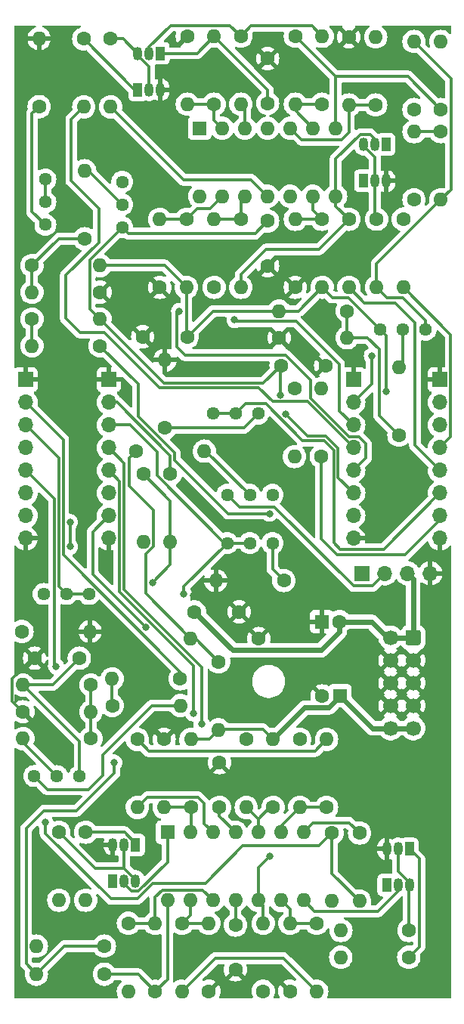
<source format=gtl>
G04 #@! TF.GenerationSoftware,KiCad,Pcbnew,8.0.6-8.0.6-0~ubuntu22.04.1*
G04 #@! TF.CreationDate,2025-01-13T21:54:26+00:00*
G04 #@! TF.ProjectId,Basic_VCA,42617369-635f-4564-9341-2e6b69636164,rev?*
G04 #@! TF.SameCoordinates,Original*
G04 #@! TF.FileFunction,Copper,L1,Top*
G04 #@! TF.FilePolarity,Positive*
%FSLAX46Y46*%
G04 Gerber Fmt 4.6, Leading zero omitted, Abs format (unit mm)*
G04 Created by KiCad (PCBNEW 8.0.6-8.0.6-0~ubuntu22.04.1) date 2025-01-13 21:54:26*
%MOMM*%
%LPD*%
G01*
G04 APERTURE LIST*
G04 #@! TA.AperFunction,ComponentPad*
%ADD10R,1.700000X1.700000*%
G04 #@! TD*
G04 #@! TA.AperFunction,ComponentPad*
%ADD11O,1.700000X1.700000*%
G04 #@! TD*
G04 #@! TA.AperFunction,ComponentPad*
%ADD12C,1.600000*%
G04 #@! TD*
G04 #@! TA.AperFunction,ComponentPad*
%ADD13O,1.600000X1.600000*%
G04 #@! TD*
G04 #@! TA.AperFunction,ComponentPad*
%ADD14R,1.050000X1.500000*%
G04 #@! TD*
G04 #@! TA.AperFunction,ComponentPad*
%ADD15O,1.050000X1.500000*%
G04 #@! TD*
G04 #@! TA.AperFunction,ComponentPad*
%ADD16C,1.440000*%
G04 #@! TD*
G04 #@! TA.AperFunction,ComponentPad*
%ADD17R,1.600000X1.600000*%
G04 #@! TD*
G04 #@! TA.AperFunction,ComponentPad*
%ADD18C,1.700000*%
G04 #@! TD*
G04 #@! TA.AperFunction,ViaPad*
%ADD19C,0.800000*%
G04 #@! TD*
G04 #@! TA.AperFunction,Conductor*
%ADD20C,0.300000*%
G04 #@! TD*
G04 #@! TA.AperFunction,Conductor*
%ADD21C,0.600000*%
G04 #@! TD*
G04 APERTURE END LIST*
D10*
X93000000Y-76700000D03*
D11*
X93000000Y-79240000D03*
X93000000Y-81780000D03*
X93000000Y-84320000D03*
X93000000Y-86860000D03*
X93000000Y-89400000D03*
X93000000Y-91940000D03*
X93000000Y-94480000D03*
D10*
X56300000Y-76700000D03*
D11*
X56300000Y-79240000D03*
X56300000Y-81780000D03*
X56300000Y-84320000D03*
X56300000Y-86860000D03*
X56300000Y-89400000D03*
X56300000Y-91940000D03*
X56300000Y-94480000D03*
D10*
X94000000Y-98400000D03*
D11*
X96540000Y-98400000D03*
X99080000Y-98400000D03*
X101620000Y-98400000D03*
D10*
X102700000Y-76700000D03*
D11*
X102700000Y-79240000D03*
X102700000Y-81780000D03*
X102700000Y-84320000D03*
X102700000Y-86860000D03*
X102700000Y-89400000D03*
X102700000Y-91940000D03*
X102700000Y-94480000D03*
D10*
X65600000Y-76700000D03*
D11*
X65600000Y-79240000D03*
X65600000Y-81780000D03*
X65600000Y-84320000D03*
X65600000Y-86860000D03*
X65600000Y-89400000D03*
X65600000Y-91940000D03*
X65600000Y-94480000D03*
D12*
X74400000Y-71900000D03*
X69400000Y-71900000D03*
X82900000Y-145220000D03*
D13*
X82900000Y-137600000D03*
D12*
X72500000Y-87280000D03*
D13*
X72500000Y-94900000D03*
D14*
X96670000Y-50320000D03*
D15*
X95400000Y-50320000D03*
X94130000Y-50320000D03*
D12*
X92500000Y-58720000D03*
D13*
X92500000Y-66340000D03*
D12*
X63000000Y-127390000D03*
D13*
X63000000Y-135010000D03*
D12*
X84000000Y-124610000D03*
D13*
X84000000Y-116990000D03*
D12*
X64610000Y-66900000D03*
D13*
X56990000Y-66900000D03*
D12*
X98100000Y-82910000D03*
D13*
X98100000Y-75290000D03*
D12*
X76800000Y-145220000D03*
D13*
X76800000Y-137600000D03*
D12*
X80400000Y-58720000D03*
D13*
X80400000Y-66340000D03*
D12*
X63610000Y-110900000D03*
D13*
X55990000Y-110900000D03*
D12*
X90600000Y-127480000D03*
D13*
X90600000Y-135100000D03*
D12*
X71900000Y-82110000D03*
D13*
X71900000Y-74490000D03*
D12*
X86400000Y-77690000D03*
D13*
X86400000Y-85310000D03*
D12*
X74300000Y-58720000D03*
D13*
X74300000Y-66340000D03*
D12*
X65800000Y-38510000D03*
D13*
X65800000Y-46130000D03*
D12*
X98600000Y-58710000D03*
D13*
X98600000Y-66330000D03*
D12*
X95600000Y-58710000D03*
D13*
X95600000Y-66330000D03*
D14*
X71370000Y-40130000D03*
D15*
X70100000Y-40130000D03*
X68830000Y-40130000D03*
D12*
X67800000Y-137600000D03*
D13*
X67800000Y-145220000D03*
D12*
X85900000Y-145220000D03*
D13*
X85900000Y-137600000D03*
D16*
X58500000Y-54260000D03*
X58500000Y-56800000D03*
X58500000Y-59340000D03*
D12*
X89500000Y-45840000D03*
D13*
X89500000Y-38220000D03*
D12*
X74400000Y-38210000D03*
D13*
X74400000Y-45830000D03*
D12*
X83400000Y-45720000D03*
X83400000Y-40720000D03*
X55880000Y-104902000D03*
D13*
X63500000Y-104902000D03*
D12*
X89500000Y-58720000D03*
D13*
X89500000Y-66340000D03*
D12*
X73600000Y-110200000D03*
D13*
X65980000Y-110200000D03*
D12*
X95500000Y-45920000D03*
D13*
X95500000Y-38300000D03*
D12*
X64610000Y-72900000D03*
D13*
X56990000Y-72900000D03*
D12*
X62300000Y-107900000D03*
X57300000Y-107900000D03*
D14*
X96730000Y-133300000D03*
D15*
X98000000Y-133300000D03*
X99270000Y-133300000D03*
D12*
X68800000Y-117000000D03*
D13*
X68800000Y-124620000D03*
D12*
X65110000Y-140150000D03*
D13*
X57490000Y-140150000D03*
D12*
X77400000Y-45830000D03*
D13*
X77400000Y-38210000D03*
D12*
X102800000Y-46420000D03*
D13*
X102800000Y-38800000D03*
D12*
X86500000Y-38210000D03*
D13*
X86500000Y-45830000D03*
D12*
X55990000Y-113900000D03*
D13*
X63610000Y-113900000D03*
D12*
X77900000Y-108300000D03*
D13*
X77900000Y-115920000D03*
D12*
X99210000Y-141400000D03*
D13*
X91590000Y-141400000D03*
D12*
X99800000Y-56530000D03*
D13*
X99800000Y-48910000D03*
D12*
X88900000Y-137600000D03*
D13*
X88900000Y-145220000D03*
D12*
X70800000Y-145220000D03*
D13*
X70800000Y-137600000D03*
D12*
X84690000Y-72000000D03*
D13*
X92310000Y-72000000D03*
D12*
X62800000Y-38500000D03*
D13*
X62800000Y-46120000D03*
D12*
X85210000Y-99200000D03*
D13*
X77590000Y-99200000D03*
D12*
X68690000Y-84700000D03*
D13*
X76310000Y-84700000D03*
D12*
X82410000Y-105700000D03*
D13*
X74790000Y-105700000D03*
D12*
X60000000Y-127390000D03*
D13*
X60000000Y-135010000D03*
D12*
X74800000Y-124610000D03*
D13*
X74800000Y-116990000D03*
D12*
X57800000Y-46100000D03*
D13*
X57800000Y-38480000D03*
D12*
X65990000Y-113200000D03*
D13*
X73610000Y-113200000D03*
D16*
X78860000Y-89600000D03*
X81400000Y-89600000D03*
X83940000Y-89600000D03*
X78860000Y-95000000D03*
X81400000Y-95000000D03*
X83940000Y-95000000D03*
D17*
X89460000Y-103800000D03*
D12*
X91460000Y-103800000D03*
X81000000Y-117000000D03*
D13*
X81000000Y-124620000D03*
D12*
X69460000Y-87280000D03*
D13*
X69460000Y-94900000D03*
D12*
X93700000Y-127480000D03*
D13*
X93700000Y-135100000D03*
D12*
X92310000Y-69000000D03*
D13*
X84690000Y-69000000D03*
D12*
X86500000Y-66340000D03*
D13*
X86500000Y-58720000D03*
D16*
X96010000Y-71100000D03*
X98550000Y-71100000D03*
X101090000Y-71100000D03*
D12*
X73800000Y-137600000D03*
D13*
X73800000Y-145220000D03*
D17*
X72175000Y-127400000D03*
D13*
X74715000Y-127400000D03*
X77255000Y-127400000D03*
X79795000Y-127400000D03*
X82335000Y-127400000D03*
X84875000Y-127400000D03*
X87415000Y-127400000D03*
X87415000Y-135020000D03*
X84875000Y-135020000D03*
X82335000Y-135020000D03*
X79795000Y-135020000D03*
X77255000Y-135020000D03*
X74715000Y-135020000D03*
X72175000Y-135020000D03*
D12*
X102800000Y-48910000D03*
D13*
X102800000Y-56530000D03*
D12*
X87000000Y-116990000D03*
D13*
X87000000Y-124610000D03*
D14*
X68830000Y-44220000D03*
D15*
X70100000Y-44220000D03*
X71370000Y-44220000D03*
D12*
X92500000Y-38300000D03*
D13*
X92500000Y-45920000D03*
D12*
X71300000Y-66350000D03*
D13*
X71300000Y-58730000D03*
D12*
X79800000Y-142800000D03*
X79800000Y-137800000D03*
X62900000Y-60910000D03*
D13*
X62900000Y-53290000D03*
D12*
X71800000Y-116990000D03*
D13*
X71800000Y-124610000D03*
D14*
X99270000Y-129270000D03*
D15*
X98000000Y-129270000D03*
X96730000Y-129270000D03*
D16*
X62340000Y-121100000D03*
X59800000Y-121100000D03*
X57260000Y-121100000D03*
D12*
X80200000Y-102700000D03*
X75200000Y-102700000D03*
X99230000Y-138400000D03*
D13*
X91610000Y-138400000D03*
D12*
X83400000Y-63920000D03*
X83400000Y-58920000D03*
X89400000Y-85310000D03*
D13*
X89400000Y-77690000D03*
D12*
X63600000Y-116900000D03*
D13*
X55980000Y-116900000D03*
D16*
X63380000Y-100700000D03*
X60840000Y-100700000D03*
X58300000Y-100700000D03*
D12*
X90000000Y-124610000D03*
D13*
X90000000Y-116990000D03*
G04 #@! TA.AperFunction,ComponentPad*
G36*
G01*
X100550000Y-104980000D02*
X100550000Y-106180000D01*
G75*
G02*
X100300000Y-106430000I-250000J0D01*
G01*
X99100000Y-106430000D01*
G75*
G02*
X98850000Y-106180000I0J250000D01*
G01*
X98850000Y-104980000D01*
G75*
G02*
X99100000Y-104730000I250000J0D01*
G01*
X100300000Y-104730000D01*
G75*
G02*
X100550000Y-104980000I0J-250000D01*
G01*
G37*
G04 #@! TD.AperFunction*
D18*
X97160000Y-105580000D03*
X99700000Y-108120000D03*
X97160000Y-108120000D03*
X99700000Y-110660000D03*
X97160000Y-110660000D03*
X99700000Y-113200000D03*
X97160000Y-113200000D03*
X99700000Y-115740000D03*
X97160000Y-115740000D03*
D12*
X77400000Y-66340000D03*
D13*
X77400000Y-58720000D03*
D17*
X91515112Y-112120000D03*
D12*
X89515112Y-112120000D03*
X65110000Y-143300000D03*
D13*
X57490000Y-143300000D03*
D12*
X56990000Y-63900000D03*
D13*
X64610000Y-63900000D03*
D12*
X56990000Y-69900000D03*
D13*
X64610000Y-69900000D03*
D12*
X78000000Y-124600000D03*
X78000000Y-119600000D03*
D17*
X75775000Y-48520000D03*
D13*
X78315000Y-48520000D03*
X80855000Y-48520000D03*
X83395000Y-48520000D03*
X85935000Y-48520000D03*
X88475000Y-48520000D03*
X91015000Y-48520000D03*
X91015000Y-56140000D03*
X88475000Y-56140000D03*
X85935000Y-56140000D03*
X83395000Y-56140000D03*
X80855000Y-56140000D03*
X78315000Y-56140000D03*
X75775000Y-56140000D03*
D16*
X77260000Y-80500000D03*
X79800000Y-80500000D03*
X82340000Y-80500000D03*
D12*
X89900000Y-75100000D03*
X84900000Y-75100000D03*
D14*
X66030000Y-132900000D03*
D15*
X67300000Y-132900000D03*
X68570000Y-132900000D03*
D16*
X67100000Y-54530000D03*
X67100000Y-57070000D03*
X67100000Y-59610000D03*
D14*
X94130000Y-54420000D03*
D15*
X95400000Y-54420000D03*
X96670000Y-54420000D03*
D12*
X80400000Y-38210000D03*
D13*
X80400000Y-45830000D03*
D12*
X99800000Y-46420000D03*
D13*
X99800000Y-38800000D03*
D14*
X68600238Y-128800000D03*
D15*
X67330238Y-128800000D03*
X66060238Y-128800000D03*
D19*
X95400000Y-86700000D03*
X57400000Y-115400000D03*
X60800000Y-102700000D03*
X95700000Y-126700000D03*
X80700000Y-84700000D03*
X66500000Y-68800000D03*
X83400000Y-38700000D03*
X71800000Y-109600000D03*
X63800000Y-129400000D03*
X63500000Y-102700000D03*
X64100000Y-137000000D03*
X59200000Y-48800000D03*
X98700000Y-87900000D03*
X71900000Y-49500000D03*
X58400000Y-136900000D03*
X71800000Y-110500000D03*
X65100000Y-49000000D03*
X57800000Y-136100000D03*
X71800000Y-111400000D03*
X71100000Y-54400000D03*
X80000000Y-145200000D03*
X56900000Y-99000000D03*
X71100000Y-55300000D03*
X75100000Y-100900000D03*
X64200000Y-49000000D03*
X98700000Y-87000000D03*
X56900000Y-98100000D03*
X98000000Y-56000000D03*
X65100000Y-137000000D03*
X72800000Y-49500000D03*
X81600000Y-84700000D03*
X64500000Y-102700000D03*
X79800000Y-84700000D03*
X86700000Y-72100000D03*
X95400000Y-87600000D03*
X59200000Y-47900000D03*
X96700000Y-78000000D03*
X84800000Y-78400000D03*
X61250000Y-92650000D03*
X61250000Y-95410659D03*
X59700000Y-108800000D03*
X58500000Y-126300000D03*
X83600000Y-91700000D03*
X74000000Y-100700000D03*
X83650000Y-130050000D03*
X76000000Y-115300000D03*
X75100000Y-114100000D03*
X69750000Y-104449999D03*
X66200000Y-119600000D03*
X85430331Y-80569669D03*
X73500000Y-69000000D03*
X79700000Y-70000000D03*
X95080331Y-74019669D03*
X70500000Y-99400000D03*
D20*
X54800000Y-112710000D02*
X55990000Y-113900000D01*
X54800000Y-110200000D02*
X54800000Y-112710000D01*
X57300000Y-107900000D02*
X57100000Y-107900000D01*
X57100000Y-107900000D02*
X54800000Y-110200000D01*
D21*
X99700000Y-115740000D02*
X97160000Y-115740000D01*
D20*
X84690000Y-69000000D02*
X77300000Y-69000000D01*
X85180000Y-141500000D02*
X88900000Y-145220000D01*
X96010000Y-71100000D02*
X96010000Y-71073654D01*
D21*
X90215112Y-113420000D02*
X87570000Y-113420000D01*
D20*
X75480000Y-40130000D02*
X71370000Y-40130000D01*
X62340000Y-117250000D02*
X55990000Y-110900000D01*
X74400000Y-71900000D02*
X74400000Y-71700000D01*
X96700000Y-71790000D02*
X96010000Y-71100000D01*
X59300000Y-110900000D02*
X62300000Y-107900000D01*
D21*
X91515112Y-112120000D02*
X90215112Y-113420000D01*
D20*
X78000000Y-125605000D02*
X78000000Y-124600000D01*
X96700000Y-78000000D02*
X96700000Y-71790000D01*
X64610000Y-63900000D02*
X71860000Y-63900000D01*
X86840000Y-69000000D02*
X84690000Y-69000000D01*
X77980000Y-115840000D02*
X77900000Y-115920000D01*
X74400000Y-71700000D02*
X74300000Y-71600000D01*
X71860000Y-63900000D02*
X74300000Y-66340000D01*
D21*
X95135112Y-115740000D02*
X91515112Y-112120000D01*
D20*
X74300000Y-71600000D02*
X74300000Y-66340000D01*
X79795000Y-127400000D02*
X78000000Y-125605000D01*
X96010000Y-71073654D02*
X92426346Y-67490000D01*
X93000000Y-99800000D02*
X95140000Y-99800000D01*
X55990000Y-110900000D02*
X59300000Y-110900000D01*
X62340000Y-121100000D02*
X62340000Y-117250000D01*
D21*
X87570000Y-113420000D02*
X84000000Y-116990000D01*
D20*
X89500000Y-66340000D02*
X86840000Y-69000000D01*
X80210000Y-90950000D02*
X84150000Y-90950000D01*
X95140000Y-99800000D02*
X96540000Y-98400000D01*
X77520000Y-141500000D02*
X85180000Y-141500000D01*
D21*
X97160000Y-115740000D02*
X95135112Y-115740000D01*
D20*
X73800000Y-145220000D02*
X77520000Y-141500000D01*
X82850000Y-115840000D02*
X77980000Y-115840000D01*
X83400000Y-45720000D02*
X83400000Y-44210000D01*
X83400000Y-44210000D02*
X77400000Y-38210000D01*
X92426346Y-67490000D02*
X90650000Y-67490000D01*
D21*
X91535112Y-112100000D02*
X91515112Y-112120000D01*
D20*
X77300000Y-69000000D02*
X74400000Y-71900000D01*
X84000000Y-116990000D02*
X82850000Y-115840000D01*
X77400000Y-38210000D02*
X75480000Y-40130000D01*
X74800000Y-116990000D02*
X76830000Y-116990000D01*
X78860000Y-89600000D02*
X80210000Y-90950000D01*
X84150000Y-90950000D02*
X93000000Y-99800000D01*
X90650000Y-67490000D02*
X89500000Y-66340000D01*
X76830000Y-116990000D02*
X77900000Y-115920000D01*
X101090000Y-70081767D02*
X98508233Y-67500000D01*
X70400000Y-113200000D02*
X64900000Y-118700000D01*
D21*
X99700000Y-99020000D02*
X99080000Y-98400000D01*
X79500000Y-107000000D02*
X75200000Y-102700000D01*
D20*
X63460000Y-68750000D02*
X64610000Y-69900000D01*
X95600000Y-63730000D02*
X102800000Y-56530000D01*
X96770000Y-67500000D02*
X95600000Y-66330000D01*
X63460000Y-63250000D02*
X63460000Y-68750000D01*
X84800000Y-78400000D02*
X84800000Y-75200000D01*
D21*
X99700000Y-105580000D02*
X97160000Y-105580000D01*
D20*
X81555000Y-54300000D02*
X83395000Y-56140000D01*
D21*
X96820000Y-105580000D02*
X95040000Y-103800000D01*
D20*
X67819999Y-60329999D02*
X67100000Y-59610000D01*
X58760000Y-122600000D02*
X57260000Y-121100000D01*
X63300000Y-122600000D02*
X58760000Y-122600000D01*
X98508233Y-67500000D02*
X96770000Y-67500000D01*
D21*
X91460000Y-103800000D02*
X91460000Y-104931370D01*
D20*
X82900000Y-77100000D02*
X71810000Y-77100000D01*
X102800000Y-56530000D02*
X103950000Y-55380000D01*
X103950000Y-42950000D02*
X99800000Y-38800000D01*
D21*
X95040000Y-103800000D02*
X91460000Y-103800000D01*
D20*
X84900000Y-75100000D02*
X82900000Y-77100000D01*
X79800000Y-137800000D02*
X79800000Y-135025000D01*
X73970000Y-54300000D02*
X81555000Y-54300000D01*
X83400000Y-58920000D02*
X81990001Y-60329999D01*
X95600000Y-66330000D02*
X95600000Y-63730000D01*
X71810000Y-77100000D02*
X64610000Y-69900000D01*
D21*
X97160000Y-105580000D02*
X96820000Y-105580000D01*
D20*
X65800000Y-46130000D02*
X73970000Y-54300000D01*
X103950000Y-55380000D02*
X103950000Y-42950000D01*
X101090000Y-71100000D02*
X101090000Y-70081767D01*
D21*
X91460000Y-104931370D02*
X89391370Y-107000000D01*
X99700000Y-105580000D02*
X99700000Y-99020000D01*
D20*
X67100000Y-59610000D02*
X63460000Y-63250000D01*
D21*
X89391370Y-107000000D02*
X79500000Y-107000000D01*
D20*
X84800000Y-75200000D02*
X84900000Y-75100000D01*
X64900000Y-118700000D02*
X64900000Y-121000000D01*
X73610000Y-113200000D02*
X70400000Y-113200000D01*
X81990001Y-60329999D02*
X67819999Y-60329999D01*
X64900000Y-121000000D02*
X63300000Y-122600000D01*
X79800000Y-135025000D02*
X79795000Y-135020000D01*
X74800000Y-124610000D02*
X74800000Y-127315000D01*
X74800000Y-124610000D02*
X71800000Y-124610000D01*
X74800000Y-127315000D02*
X74715000Y-127400000D01*
X82335000Y-125955000D02*
X82335000Y-126275000D01*
X83680000Y-124610000D02*
X82335000Y-125955000D01*
X82335000Y-126275000D02*
X82335000Y-127400000D01*
X81000000Y-124620000D02*
X82335000Y-125955000D01*
X84000000Y-124610000D02*
X83680000Y-124610000D01*
X59800000Y-121100000D02*
X55980000Y-117280000D01*
X55980000Y-117280000D02*
X55980000Y-116900000D01*
X81400000Y-89590000D02*
X81400000Y-89600000D01*
X76310000Y-84500000D02*
X81400000Y-89590000D01*
X67100000Y-57070000D02*
X63320000Y-53290000D01*
X63320000Y-53290000D02*
X62900000Y-53290000D01*
X98550000Y-74840000D02*
X98100000Y-75290000D01*
X98550000Y-71100000D02*
X98550000Y-74840000D01*
X60500000Y-83440000D02*
X60500000Y-96300000D01*
X73600000Y-109400000D02*
X73600000Y-110200000D01*
X60500000Y-96300000D02*
X73600000Y-109400000D01*
X56300000Y-79240000D02*
X60500000Y-83440000D01*
X60840000Y-100700000D02*
X63380000Y-100700000D01*
X60000000Y-85480000D02*
X60000000Y-99860000D01*
X60000000Y-99860000D02*
X60840000Y-100700000D01*
X56300000Y-81780000D02*
X60000000Y-85480000D01*
X69960000Y-123460000D02*
X68800000Y-124620000D01*
X76300000Y-126445000D02*
X76300000Y-124200000D01*
X77255000Y-127400000D02*
X76300000Y-126445000D01*
X76300000Y-124200000D02*
X75560000Y-123460000D01*
X75560000Y-123460000D02*
X69960000Y-123460000D01*
X61250000Y-95410659D02*
X61250000Y-92650000D01*
X56300000Y-86860000D02*
X59500000Y-90060000D01*
X59500000Y-108600000D02*
X59700000Y-108800000D01*
X59500000Y-90060000D02*
X59500000Y-108600000D01*
X68789543Y-134850000D02*
X65833654Y-134850000D01*
X65833654Y-134850000D02*
X58500000Y-127516346D01*
X80600000Y-128900000D02*
X76400000Y-133100000D01*
X58500000Y-127516346D02*
X58500000Y-126300000D01*
X70539543Y-133100000D02*
X68789543Y-134850000D01*
X90600000Y-132000000D02*
X93700000Y-135100000D01*
X76400000Y-133100000D02*
X70539543Y-133100000D01*
X89180000Y-128900000D02*
X80600000Y-128900000D01*
X90600000Y-127480000D02*
X90600000Y-132000000D01*
X90600000Y-127480000D02*
X89180000Y-128900000D01*
X66540000Y-79240000D02*
X72500000Y-85200000D01*
X65600000Y-79240000D02*
X66540000Y-79240000D01*
X72500000Y-85200000D02*
X72500000Y-87280000D01*
X68900000Y-77190000D02*
X64610000Y-72900000D01*
X68900000Y-80800000D02*
X68900000Y-77190000D01*
X73000000Y-85700000D02*
X73000000Y-84900000D01*
X79000000Y-91700000D02*
X73000000Y-85700000D01*
X83600000Y-91700000D02*
X79000000Y-91700000D01*
X73000000Y-84900000D02*
X68900000Y-80800000D01*
X71000000Y-87406346D02*
X71000000Y-84800000D01*
X71000000Y-84800000D02*
X67980000Y-81780000D01*
X78593654Y-95000000D02*
X71000000Y-87406346D01*
X81400000Y-95000000D02*
X78860000Y-95000000D01*
X78860000Y-95000000D02*
X78593654Y-95000000D01*
X74000000Y-99860000D02*
X74000000Y-100700000D01*
X67980000Y-81780000D02*
X65600000Y-81780000D01*
X78860000Y-95000000D02*
X74000000Y-99860000D01*
X83650000Y-130050000D02*
X82335000Y-131365000D01*
X67300000Y-100200000D02*
X76000000Y-108900000D01*
X65600000Y-84320000D02*
X67300000Y-86020000D01*
X82335000Y-131365000D02*
X82335000Y-135020000D01*
X76000000Y-108900000D02*
X76000000Y-115300000D01*
X67300000Y-86020000D02*
X67300000Y-100200000D01*
X82900000Y-137600000D02*
X82900000Y-135585000D01*
X82900000Y-135585000D02*
X82335000Y-135020000D01*
X66800000Y-100439339D02*
X66800000Y-88060000D01*
X75100000Y-108739339D02*
X66800000Y-100439339D01*
X66800000Y-88060000D02*
X65600000Y-86860000D01*
X75100000Y-114100000D02*
X75100000Y-108739339D01*
X68932437Y-134000000D02*
X72175000Y-130757437D01*
X72175000Y-130757437D02*
X72175000Y-127400000D01*
X88690000Y-118300000D02*
X70100000Y-118300000D01*
X70100000Y-118300000D02*
X68800000Y-117000000D01*
X68175000Y-134000000D02*
X68932437Y-134000000D01*
X90000000Y-116990000D02*
X88690000Y-118300000D01*
X67300000Y-133125000D02*
X68175000Y-134000000D01*
X67300000Y-132900000D02*
X67300000Y-133125000D01*
X56340000Y-126960000D02*
X56340000Y-142150000D01*
X63800000Y-93740000D02*
X65600000Y-91940000D01*
X60640000Y-140150000D02*
X57490000Y-143300000D01*
X66200000Y-119600000D02*
X66200000Y-120800000D01*
X65110000Y-140150000D02*
X60640000Y-140150000D01*
X62000000Y-125000000D02*
X58300000Y-125000000D01*
X69749999Y-104449999D02*
X63800000Y-98500000D01*
X69750000Y-104449999D02*
X69749999Y-104449999D01*
X58300000Y-125000000D02*
X56340000Y-126960000D01*
X63800000Y-98500000D02*
X63800000Y-93740000D01*
X66200000Y-120800000D02*
X62000000Y-125000000D01*
X56340000Y-142150000D02*
X57490000Y-143300000D01*
X85900000Y-137600000D02*
X85900000Y-136045000D01*
X88900000Y-137600000D02*
X85900000Y-137600000D01*
X85900000Y-136045000D02*
X84875000Y-135020000D01*
X84875000Y-126735000D02*
X84875000Y-127400000D01*
X87000000Y-124610000D02*
X84875000Y-126735000D01*
X90000000Y-124610000D02*
X87000000Y-124610000D01*
X71630000Y-133870000D02*
X70800000Y-134700000D01*
X77255000Y-135020000D02*
X76105000Y-133870000D01*
X70800000Y-137600000D02*
X67800000Y-137600000D01*
X76105000Y-133870000D02*
X71630000Y-133870000D01*
X70800000Y-134700000D02*
X70800000Y-137600000D01*
X102700000Y-92400000D02*
X98800000Y-96300000D01*
X89400000Y-94500000D02*
X89400000Y-85310000D01*
X91200000Y-96300000D02*
X89400000Y-94500000D01*
X102700000Y-91940000D02*
X102700000Y-92400000D01*
X98800000Y-96300000D02*
X91200000Y-96300000D01*
X91300000Y-84392893D02*
X91300000Y-87700000D01*
X58500000Y-54260000D02*
X58500000Y-56800000D01*
X89907107Y-83000000D02*
X91300000Y-84392893D01*
X85430331Y-80569669D02*
X87860662Y-83000000D01*
X87860662Y-83000000D02*
X89907107Y-83000000D01*
X91300000Y-87700000D02*
X93000000Y-89400000D01*
X77400000Y-45830000D02*
X77400000Y-47605000D01*
X77400000Y-47605000D02*
X78315000Y-48520000D01*
X77400000Y-45830000D02*
X74400000Y-45830000D01*
X88200000Y-78800000D02*
X92500000Y-83100000D01*
X92500000Y-83100000D02*
X93600000Y-83100000D01*
X73250000Y-69250000D02*
X73250000Y-73050000D01*
X80855000Y-46285000D02*
X80400000Y-45830000D01*
X80855000Y-48520000D02*
X80855000Y-46285000D01*
X85376346Y-73950000D02*
X88200000Y-76773654D01*
X73500000Y-69000000D02*
X73250000Y-69250000D01*
X94400000Y-85460000D02*
X93000000Y-86860000D01*
X88200000Y-76773654D02*
X88200000Y-78800000D01*
X93600000Y-83100000D02*
X94400000Y-83900000D01*
X94400000Y-83900000D02*
X94400000Y-85460000D01*
X74150000Y-73950000D02*
X85376346Y-73950000D01*
X73250000Y-73050000D02*
X74150000Y-73950000D01*
X93000000Y-84320000D02*
X87830000Y-79150000D01*
X60800000Y-65000000D02*
X64500000Y-61300000D01*
X87830000Y-79150000D02*
X83950000Y-79150000D01*
X64500000Y-61300000D02*
X64500000Y-57500000D01*
X65100000Y-71400000D02*
X62400000Y-71400000D01*
X83950000Y-79150000D02*
X82400000Y-77600000D01*
X64500000Y-57500000D02*
X61400000Y-54400000D01*
X61400000Y-54400000D02*
X61400000Y-47520000D01*
X62400000Y-71400000D02*
X60800000Y-69800000D01*
X82400000Y-77600000D02*
X71300000Y-77600000D01*
X71300000Y-77600000D02*
X65100000Y-71400000D01*
X61400000Y-47520000D02*
X62800000Y-46120000D01*
X60800000Y-69800000D02*
X60800000Y-65000000D01*
X93000000Y-81780000D02*
X91400000Y-80180000D01*
X91400000Y-80180000D02*
X91400000Y-74973654D01*
X86576346Y-70150000D02*
X79850000Y-70150000D01*
X79850000Y-70150000D02*
X79700000Y-70000000D01*
X91400000Y-74973654D02*
X86576346Y-70150000D01*
X95080331Y-74019669D02*
X95080331Y-77159669D01*
X95080331Y-77159669D02*
X93000000Y-79240000D01*
X67890001Y-85499999D02*
X67890001Y-88590001D01*
X77900000Y-108300000D02*
X75300000Y-105700000D01*
X67890001Y-88590001D02*
X70610000Y-91310000D01*
X69750000Y-96250000D02*
X69750000Y-100660000D01*
X70610000Y-91310000D02*
X70610000Y-95390000D01*
X68690000Y-84700000D02*
X67890001Y-85499999D01*
X69750000Y-100660000D02*
X74790000Y-105700000D01*
X70610000Y-95390000D02*
X69750000Y-96250000D01*
X75300000Y-105700000D02*
X74790000Y-105700000D01*
X91497058Y-95680000D02*
X90800000Y-94982942D01*
X89700000Y-83500000D02*
X87300000Y-83500000D01*
X79800000Y-80500000D02*
X77260000Y-80500000D01*
X102700000Y-89400000D02*
X96420000Y-95680000D01*
X96420000Y-95680000D02*
X91497058Y-95680000D01*
X83200000Y-79400000D02*
X80900000Y-79400000D01*
X87300000Y-83500000D02*
X83200000Y-79400000D01*
X90800000Y-94982942D02*
X90800000Y-84600000D01*
X80900000Y-79400000D02*
X79800000Y-80500000D01*
X90800000Y-84600000D02*
X89700000Y-83500000D01*
X97700000Y-68100000D02*
X94260000Y-68100000D01*
X99900000Y-84060000D02*
X99900000Y-70300000D01*
X99900000Y-70300000D02*
X97700000Y-68100000D01*
X102700000Y-86860000D02*
X99900000Y-84060000D01*
X94260000Y-68100000D02*
X92500000Y-66340000D01*
X98600000Y-66330000D02*
X103900000Y-71630000D01*
X103900000Y-71630000D02*
X103900000Y-83120000D01*
X103900000Y-83120000D02*
X102700000Y-84320000D01*
X102800000Y-48910000D02*
X99800000Y-48910000D01*
X64045238Y-131435238D02*
X67330238Y-131435238D01*
X68570000Y-132900000D02*
X68570000Y-132675000D01*
X67330238Y-131435238D02*
X67330238Y-128800000D01*
X68570000Y-132675000D02*
X67330238Y-131435238D01*
X60000000Y-127390000D02*
X64045238Y-131435238D01*
X67382675Y-127390000D02*
X63000000Y-127390000D01*
X68600238Y-128607563D02*
X67382675Y-127390000D01*
X68600238Y-128800000D02*
X68600238Y-128607563D01*
X98000000Y-134005000D02*
X95755000Y-136250000D01*
X95755000Y-136250000D02*
X88645000Y-136250000D01*
X88645000Y-136250000D02*
X87415000Y-135020000D01*
X98000000Y-133300000D02*
X98000000Y-134005000D01*
X99230000Y-133340000D02*
X99270000Y-133300000D01*
X99270000Y-133075000D02*
X98000000Y-131805000D01*
X98000000Y-131805000D02*
X98000000Y-129270000D01*
X99230000Y-138400000D02*
X99230000Y-133340000D01*
X99270000Y-133300000D02*
X99270000Y-133075000D01*
X99270000Y-129270000D02*
X100380000Y-130380000D01*
X100380000Y-130380000D02*
X100380000Y-140230000D01*
X100380000Y-140230000D02*
X99210000Y-141400000D01*
X70100000Y-39425000D02*
X72525000Y-37000000D01*
X70100000Y-40130000D02*
X70100000Y-39425000D01*
X80400000Y-38210000D02*
X81550000Y-37060000D01*
X72525000Y-37000000D02*
X79190000Y-37000000D01*
X88340000Y-37060000D02*
X89500000Y-38220000D01*
X79190000Y-37000000D02*
X80400000Y-38210000D01*
X81550000Y-37060000D02*
X88340000Y-37060000D01*
X68830000Y-40322437D02*
X68830000Y-40130000D01*
X65800000Y-38510000D02*
X67210000Y-38510000D01*
X70100000Y-41592437D02*
X68830000Y-40322437D01*
X70100000Y-44220000D02*
X70100000Y-41592437D01*
X67210000Y-38510000D02*
X68830000Y-40130000D01*
X62800000Y-38500000D02*
X68520000Y-44220000D01*
X68520000Y-44220000D02*
X68830000Y-44220000D01*
X89120000Y-62100000D02*
X92500000Y-58720000D01*
X91015000Y-57235000D02*
X91015000Y-56140000D01*
X92500000Y-58720000D02*
X91015000Y-57235000D01*
X80400000Y-64900000D02*
X83200000Y-62100000D01*
X83200000Y-62100000D02*
X89120000Y-62100000D01*
X95400000Y-49720000D02*
X94880000Y-49200000D01*
X93787563Y-49200000D02*
X91015000Y-51972563D01*
X94880000Y-49200000D02*
X93787563Y-49200000D01*
X91015000Y-51972563D02*
X91015000Y-56140000D01*
X95400000Y-50320000D02*
X95400000Y-49720000D01*
X80400000Y-66340000D02*
X80400000Y-64900000D01*
X95400000Y-58510000D02*
X95600000Y-58710000D01*
X95400000Y-54420000D02*
X95400000Y-58510000D01*
X95400000Y-51782437D02*
X94130000Y-50512437D01*
X94130000Y-50512437D02*
X94130000Y-50320000D01*
X95400000Y-54420000D02*
X95400000Y-51782437D01*
X63600000Y-110910000D02*
X63610000Y-110900000D01*
X63600000Y-116900000D02*
X63600000Y-110910000D01*
X88485000Y-126330000D02*
X87415000Y-127400000D01*
X93700000Y-127480000D02*
X92550000Y-126330000D01*
X92550000Y-126330000D02*
X88485000Y-126330000D01*
X65980000Y-110200000D02*
X65980000Y-113190000D01*
X65980000Y-113190000D02*
X65990000Y-113200000D01*
X83940000Y-95000000D02*
X83940000Y-97930000D01*
X83940000Y-97930000D02*
X85210000Y-99200000D01*
X74715000Y-135020000D02*
X74715000Y-136685000D01*
X76800000Y-137600000D02*
X73800000Y-137600000D01*
X74715000Y-136685000D02*
X73800000Y-137600000D01*
X65110000Y-143300000D02*
X68880000Y-143300000D01*
X72175000Y-143845000D02*
X70800000Y-145220000D01*
X68880000Y-143300000D02*
X70800000Y-145220000D01*
X72175000Y-135020000D02*
X72175000Y-143845000D01*
X72500000Y-90320000D02*
X69460000Y-87280000D01*
X72500000Y-94900000D02*
X72500000Y-90320000D01*
X72500000Y-97400000D02*
X72500000Y-94900000D01*
X70500000Y-99400000D02*
X72500000Y-97400000D01*
X57800000Y-46100000D02*
X57000001Y-46899999D01*
X57000001Y-57840001D02*
X58500000Y-59340000D01*
X57000001Y-46899999D02*
X57000001Y-57840001D01*
X95500000Y-45920000D02*
X92500000Y-45920000D01*
X87215000Y-49800000D02*
X85935000Y-48520000D01*
X92500000Y-45920000D02*
X92500000Y-49000000D01*
X91700000Y-49800000D02*
X87215000Y-49800000D01*
X92500000Y-49000000D02*
X91700000Y-49800000D01*
X89490000Y-45830000D02*
X89500000Y-45840000D01*
X86500000Y-46545000D02*
X86500000Y-45830000D01*
X86500000Y-45830000D02*
X89490000Y-45830000D01*
X88475000Y-48520000D02*
X86500000Y-46545000D01*
X62900000Y-60910000D02*
X59980000Y-60910000D01*
X56990000Y-66900000D02*
X56990000Y-63900000D01*
X59980000Y-60910000D02*
X56990000Y-63900000D01*
X99105000Y-42725000D02*
X91015000Y-42725000D01*
X91015000Y-42725000D02*
X86500000Y-38210000D01*
X91015000Y-48520000D02*
X91015000Y-42725000D01*
X102800000Y-46420000D02*
X99105000Y-42725000D01*
X56990000Y-72900000D02*
X56990000Y-69900000D01*
X89500000Y-58720000D02*
X86500000Y-58720000D01*
X88475000Y-57695000D02*
X89500000Y-58720000D01*
X88475000Y-56140000D02*
X88475000Y-57695000D01*
X80730000Y-82110000D02*
X82340000Y-80500000D01*
X71900000Y-82110000D02*
X80730000Y-82110000D01*
X75520000Y-57500000D02*
X76955000Y-57500000D01*
X74300000Y-58720000D02*
X75520000Y-57500000D01*
X74300000Y-58720000D02*
X71310000Y-58720000D01*
X76955000Y-57500000D02*
X78315000Y-56140000D01*
X71310000Y-58720000D02*
X71300000Y-58730000D01*
X80400000Y-58720000D02*
X80400000Y-56595000D01*
X80400000Y-56595000D02*
X80855000Y-56140000D01*
X80400000Y-58720000D02*
X77400000Y-58720000D01*
X95900000Y-73300000D02*
X94600000Y-72000000D01*
X95900000Y-80710000D02*
X95900000Y-73300000D01*
X98100000Y-82910000D02*
X95900000Y-80710000D01*
X92310000Y-72000000D02*
X92310000Y-69000000D01*
X94600000Y-72000000D02*
X92310000Y-72000000D01*
G04 #@! TA.AperFunction,Conductor*
G36*
X55198771Y-117950361D02*
G01*
X55323251Y-118037523D01*
X55530757Y-118134284D01*
X55751913Y-118193543D01*
X55936771Y-118209715D01*
X56002884Y-118235577D01*
X56014880Y-118246140D01*
X57426766Y-119658026D01*
X57460792Y-119720338D01*
X57455727Y-119791153D01*
X57413180Y-119847989D01*
X57346660Y-119872800D01*
X57326694Y-119872642D01*
X57260000Y-119866807D01*
X57045858Y-119885542D01*
X56838225Y-119941177D01*
X56838220Y-119941179D01*
X56643400Y-120032025D01*
X56467323Y-120155314D01*
X56467313Y-120155323D01*
X56315323Y-120307313D01*
X56315314Y-120307323D01*
X56192025Y-120483400D01*
X56101179Y-120678220D01*
X56101177Y-120678225D01*
X56051169Y-120864857D01*
X56045542Y-120885858D01*
X56026807Y-121100000D01*
X56045542Y-121314142D01*
X56101178Y-121521777D01*
X56192024Y-121716597D01*
X56315319Y-121892681D01*
X56467319Y-122044681D01*
X56643403Y-122167976D01*
X56838223Y-122258822D01*
X57045858Y-122314458D01*
X57260000Y-122333193D01*
X57474142Y-122314458D01*
X57474148Y-122314456D01*
X57479112Y-122314022D01*
X57548717Y-122328011D01*
X57579189Y-122350448D01*
X58248510Y-123019769D01*
X58340231Y-123111490D01*
X58448083Y-123183555D01*
X58567923Y-123233194D01*
X58695143Y-123258500D01*
X62506050Y-123258500D01*
X62574171Y-123278502D01*
X62620664Y-123332158D01*
X62630768Y-123402432D01*
X62601274Y-123467012D01*
X62595145Y-123473595D01*
X61764145Y-124304595D01*
X61701833Y-124338621D01*
X61675050Y-124341500D01*
X58235137Y-124341500D01*
X58217546Y-124344999D01*
X58217547Y-124345000D01*
X58107916Y-124366806D01*
X57988087Y-124416442D01*
X57988083Y-124416444D01*
X57880232Y-124488508D01*
X57880226Y-124488513D01*
X55828513Y-126540226D01*
X55828508Y-126540232D01*
X55764719Y-126635698D01*
X55764720Y-126635699D01*
X55756444Y-126648084D01*
X55706807Y-126767919D01*
X55706806Y-126767922D01*
X55681500Y-126895139D01*
X55681500Y-142214860D01*
X55706806Y-142342077D01*
X55706807Y-142342080D01*
X55733366Y-142406200D01*
X55756445Y-142461917D01*
X55828509Y-142569769D01*
X55828513Y-142569773D01*
X56173376Y-142914636D01*
X56207402Y-142976948D01*
X56205988Y-143036339D01*
X56196458Y-143071907D01*
X56196457Y-143071911D01*
X56176502Y-143300000D01*
X56196457Y-143528086D01*
X56255715Y-143749240D01*
X56255717Y-143749246D01*
X56352477Y-143956749D01*
X56475819Y-144132900D01*
X56483802Y-144144300D01*
X56645700Y-144306198D01*
X56833251Y-144437523D01*
X57040757Y-144534284D01*
X57261913Y-144593543D01*
X57490000Y-144613498D01*
X57718087Y-144593543D01*
X57939243Y-144534284D01*
X58146749Y-144437523D01*
X58334300Y-144306198D01*
X58496198Y-144144300D01*
X58627523Y-143956749D01*
X58724284Y-143749243D01*
X58783543Y-143528087D01*
X58803498Y-143300000D01*
X58783543Y-143071913D01*
X58774011Y-143036339D01*
X58775699Y-142965369D01*
X58806620Y-142914638D01*
X60875855Y-140845405D01*
X60938167Y-140811379D01*
X60964950Y-140808500D01*
X63908112Y-140808500D01*
X63976233Y-140828502D01*
X64011323Y-140862227D01*
X64103802Y-140994300D01*
X64265700Y-141156198D01*
X64453251Y-141287523D01*
X64660757Y-141384284D01*
X64881913Y-141443543D01*
X65110000Y-141463498D01*
X65338087Y-141443543D01*
X65559243Y-141384284D01*
X65766749Y-141287523D01*
X65954300Y-141156198D01*
X66116198Y-140994300D01*
X66247523Y-140806749D01*
X66344284Y-140599243D01*
X66403543Y-140378087D01*
X66423498Y-140150000D01*
X66403543Y-139921913D01*
X66344284Y-139700757D01*
X66247523Y-139493251D01*
X66116198Y-139305700D01*
X65954300Y-139143802D01*
X65882521Y-139093542D01*
X65766749Y-139012477D01*
X65559246Y-138915717D01*
X65559240Y-138915715D01*
X65442890Y-138884539D01*
X65338087Y-138856457D01*
X65110000Y-138836502D01*
X64881913Y-138856457D01*
X64660759Y-138915715D01*
X64660753Y-138915717D01*
X64453250Y-139012477D01*
X64265703Y-139143799D01*
X64265697Y-139143804D01*
X64103804Y-139305697D01*
X64103799Y-139305703D01*
X64040863Y-139395585D01*
X64033435Y-139406195D01*
X64011325Y-139437771D01*
X63955868Y-139482099D01*
X63908112Y-139491500D01*
X60575136Y-139491500D01*
X60554036Y-139495697D01*
X60554036Y-139495698D01*
X60518337Y-139502798D01*
X60447916Y-139516806D01*
X60328087Y-139566442D01*
X60328083Y-139566444D01*
X60220229Y-139638510D01*
X60220223Y-139638515D01*
X57875362Y-141983376D01*
X57813050Y-142017402D01*
X57753657Y-142015988D01*
X57718088Y-142006457D01*
X57490000Y-141986502D01*
X57261911Y-142006457D01*
X57261907Y-142006458D01*
X57226339Y-142015988D01*
X57155363Y-142014297D01*
X57104636Y-141983376D01*
X57035405Y-141914145D01*
X57001379Y-141851833D01*
X56998500Y-141825050D01*
X56998500Y-141537167D01*
X57018502Y-141469046D01*
X57072158Y-141422553D01*
X57142432Y-141412449D01*
X57157104Y-141415459D01*
X57261913Y-141443543D01*
X57490000Y-141463498D01*
X57718087Y-141443543D01*
X57939243Y-141384284D01*
X58146749Y-141287523D01*
X58334300Y-141156198D01*
X58496198Y-140994300D01*
X58627523Y-140806749D01*
X58724284Y-140599243D01*
X58783543Y-140378087D01*
X58803498Y-140150000D01*
X58783543Y-139921913D01*
X58724284Y-139700757D01*
X58627523Y-139493251D01*
X58496198Y-139305700D01*
X58334300Y-139143802D01*
X58262521Y-139093542D01*
X58146749Y-139012477D01*
X57939246Y-138915717D01*
X57939240Y-138915715D01*
X57822890Y-138884539D01*
X57718087Y-138856457D01*
X57490000Y-138836502D01*
X57261913Y-138856457D01*
X57157110Y-138884538D01*
X57086134Y-138882849D01*
X57027339Y-138843055D01*
X56999391Y-138777790D01*
X56998500Y-138762832D01*
X56998500Y-135010000D01*
X58686502Y-135010000D01*
X58706457Y-135238086D01*
X58765715Y-135459240D01*
X58765717Y-135459246D01*
X58827388Y-135591500D01*
X58862477Y-135666749D01*
X58993802Y-135854300D01*
X59155700Y-136016198D01*
X59343251Y-136147523D01*
X59550757Y-136244284D01*
X59771913Y-136303543D01*
X60000000Y-136323498D01*
X60228087Y-136303543D01*
X60449243Y-136244284D01*
X60656749Y-136147523D01*
X60844300Y-136016198D01*
X61006198Y-135854300D01*
X61137523Y-135666749D01*
X61234284Y-135459243D01*
X61293543Y-135238087D01*
X61313498Y-135010000D01*
X61293543Y-134781913D01*
X61234284Y-134560757D01*
X61137523Y-134353251D01*
X61006198Y-134165700D01*
X60844300Y-134003802D01*
X60656749Y-133872477D01*
X60642248Y-133865715D01*
X60449246Y-133775717D01*
X60449240Y-133775715D01*
X60295752Y-133734588D01*
X60228087Y-133716457D01*
X60000000Y-133696502D01*
X59771913Y-133716457D01*
X59550759Y-133775715D01*
X59550753Y-133775717D01*
X59343250Y-133872477D01*
X59155703Y-134003799D01*
X59155697Y-134003804D01*
X58993804Y-134165697D01*
X58993799Y-134165703D01*
X58862477Y-134353250D01*
X58765717Y-134560753D01*
X58765715Y-134560759D01*
X58706457Y-134781913D01*
X58686502Y-135010000D01*
X56998500Y-135010000D01*
X56998500Y-127284950D01*
X57018502Y-127216829D01*
X57035400Y-127195859D01*
X57510648Y-126720610D01*
X57572959Y-126686587D01*
X57643774Y-126691651D01*
X57700610Y-126734198D01*
X57708860Y-126746705D01*
X57760960Y-126836944D01*
X57760961Y-126836946D01*
X57760963Y-126836948D01*
X57809135Y-126890447D01*
X57839853Y-126954454D01*
X57841500Y-126974759D01*
X57841500Y-127581206D01*
X57866806Y-127708423D01*
X57866807Y-127708426D01*
X57906311Y-127803797D01*
X57916445Y-127828263D01*
X57988509Y-127936115D01*
X57988513Y-127936119D01*
X63653855Y-133601461D01*
X63687881Y-133663773D01*
X63682816Y-133734588D01*
X63640269Y-133791424D01*
X63573749Y-133816235D01*
X63511511Y-133804751D01*
X63449250Y-133775719D01*
X63449246Y-133775717D01*
X63449243Y-133775716D01*
X63449241Y-133775715D01*
X63449240Y-133775715D01*
X63295752Y-133734588D01*
X63228087Y-133716457D01*
X63000000Y-133696502D01*
X62771913Y-133716457D01*
X62550759Y-133775715D01*
X62550753Y-133775717D01*
X62343250Y-133872477D01*
X62155703Y-134003799D01*
X62155697Y-134003804D01*
X61993804Y-134165697D01*
X61993799Y-134165703D01*
X61862477Y-134353250D01*
X61765717Y-134560753D01*
X61765715Y-134560759D01*
X61706457Y-134781913D01*
X61686502Y-135010000D01*
X61706457Y-135238086D01*
X61765715Y-135459240D01*
X61765717Y-135459246D01*
X61827388Y-135591500D01*
X61862477Y-135666749D01*
X61993802Y-135854300D01*
X62155700Y-136016198D01*
X62343251Y-136147523D01*
X62550757Y-136244284D01*
X62771913Y-136303543D01*
X63000000Y-136323498D01*
X63228087Y-136303543D01*
X63449243Y-136244284D01*
X63656749Y-136147523D01*
X63844300Y-136016198D01*
X64006198Y-135854300D01*
X64137523Y-135666749D01*
X64234284Y-135459243D01*
X64293543Y-135238087D01*
X64313498Y-135010000D01*
X64293543Y-134781913D01*
X64234284Y-134560757D01*
X64205247Y-134498488D01*
X64194587Y-134428297D01*
X64223567Y-134363485D01*
X64282987Y-134324628D01*
X64353981Y-134324065D01*
X64408538Y-134356144D01*
X65413885Y-135361491D01*
X65521737Y-135433555D01*
X65641577Y-135483194D01*
X65768797Y-135508500D01*
X68854400Y-135508500D01*
X68981620Y-135483194D01*
X69101460Y-135433555D01*
X69209312Y-135361491D01*
X69926406Y-134644395D01*
X69988717Y-134610372D01*
X70059532Y-134615436D01*
X70116368Y-134657983D01*
X70141179Y-134724503D01*
X70141500Y-134733492D01*
X70141500Y-136398111D01*
X70121498Y-136466232D01*
X70087771Y-136501324D01*
X69955703Y-136593799D01*
X69955697Y-136593804D01*
X69793804Y-136755697D01*
X69793799Y-136755703D01*
X69739288Y-136833554D01*
X69704530Y-136883194D01*
X69701325Y-136887771D01*
X69645868Y-136932099D01*
X69598112Y-136941500D01*
X69001888Y-136941500D01*
X68933767Y-136921498D01*
X68898675Y-136887771D01*
X68895470Y-136883194D01*
X68806198Y-136755700D01*
X68644300Y-136593802D01*
X68568228Y-136540536D01*
X68456749Y-136462477D01*
X68249246Y-136365717D01*
X68249240Y-136365715D01*
X68140663Y-136336622D01*
X68028087Y-136306457D01*
X67800000Y-136286502D01*
X67571913Y-136306457D01*
X67350759Y-136365715D01*
X67350753Y-136365717D01*
X67143250Y-136462477D01*
X66955703Y-136593799D01*
X66955697Y-136593804D01*
X66793804Y-136755697D01*
X66793799Y-136755703D01*
X66662477Y-136943250D01*
X66565717Y-137150753D01*
X66565715Y-137150759D01*
X66561707Y-137165717D01*
X66506457Y-137371913D01*
X66486502Y-137600000D01*
X66506457Y-137828087D01*
X66539327Y-137950757D01*
X66565715Y-138049240D01*
X66565717Y-138049246D01*
X66630255Y-138187648D01*
X66662477Y-138256749D01*
X66793802Y-138444300D01*
X66955700Y-138606198D01*
X67143251Y-138737523D01*
X67350757Y-138834284D01*
X67571913Y-138893543D01*
X67800000Y-138913498D01*
X68028087Y-138893543D01*
X68249243Y-138834284D01*
X68456749Y-138737523D01*
X68644300Y-138606198D01*
X68806198Y-138444300D01*
X68898675Y-138312228D01*
X68954132Y-138267901D01*
X69001888Y-138258500D01*
X69598112Y-138258500D01*
X69666233Y-138278502D01*
X69701323Y-138312227D01*
X69793802Y-138444300D01*
X69955700Y-138606198D01*
X70143251Y-138737523D01*
X70350757Y-138834284D01*
X70571913Y-138893543D01*
X70800000Y-138913498D01*
X71028087Y-138893543D01*
X71249243Y-138834284D01*
X71337250Y-138793245D01*
X71407441Y-138782584D01*
X71472254Y-138811563D01*
X71511110Y-138870983D01*
X71516500Y-138907440D01*
X71516500Y-143520048D01*
X71496498Y-143588169D01*
X71479595Y-143609143D01*
X71185362Y-143903376D01*
X71123050Y-143937402D01*
X71063657Y-143935988D01*
X71028088Y-143926457D01*
X70800000Y-143906502D01*
X70571911Y-143926457D01*
X70571907Y-143926458D01*
X70536339Y-143935988D01*
X70465363Y-143934297D01*
X70414636Y-143903376D01*
X69299773Y-142788513D01*
X69299769Y-142788509D01*
X69191917Y-142716445D01*
X69175124Y-142709489D01*
X69072080Y-142666807D01*
X69072077Y-142666806D01*
X68944860Y-142641500D01*
X68944857Y-142641500D01*
X66311888Y-142641500D01*
X66243767Y-142621498D01*
X66208675Y-142587771D01*
X66196068Y-142569767D01*
X66116198Y-142455700D01*
X65954300Y-142293802D01*
X65866263Y-142232158D01*
X65766749Y-142162477D01*
X65559246Y-142065717D01*
X65559240Y-142065715D01*
X65443923Y-142034816D01*
X65338087Y-142006457D01*
X65110000Y-141986502D01*
X64881913Y-142006457D01*
X64660759Y-142065715D01*
X64660753Y-142065717D01*
X64453250Y-142162477D01*
X64265703Y-142293799D01*
X64265697Y-142293804D01*
X64103804Y-142455697D01*
X64103799Y-142455703D01*
X63972477Y-142643250D01*
X63875717Y-142850753D01*
X63875715Y-142850759D01*
X63816457Y-143071913D01*
X63796502Y-143300000D01*
X63816457Y-143528086D01*
X63875715Y-143749240D01*
X63875717Y-143749246D01*
X63972477Y-143956749D01*
X64095819Y-144132900D01*
X64103802Y-144144300D01*
X64265700Y-144306198D01*
X64453251Y-144437523D01*
X64660757Y-144534284D01*
X64881913Y-144593543D01*
X65110000Y-144613498D01*
X65338087Y-144593543D01*
X65559243Y-144534284D01*
X65766749Y-144437523D01*
X65954300Y-144306198D01*
X66116198Y-144144300D01*
X66208675Y-144012228D01*
X66264132Y-143967901D01*
X66311888Y-143958500D01*
X66920688Y-143958500D01*
X66988809Y-143978502D01*
X67035302Y-144032158D01*
X67045406Y-144102432D01*
X67015912Y-144167012D01*
X66992958Y-144187713D01*
X66955708Y-144213795D01*
X66955697Y-144213804D01*
X66793804Y-144375697D01*
X66793799Y-144375703D01*
X66662477Y-144563250D01*
X66565717Y-144770753D01*
X66565715Y-144770759D01*
X66506457Y-144991913D01*
X66486502Y-145220000D01*
X66506457Y-145448086D01*
X66565715Y-145669240D01*
X66565719Y-145669250D01*
X66636131Y-145820251D01*
X66646792Y-145890442D01*
X66617812Y-145955255D01*
X66558392Y-145994111D01*
X66521936Y-145999500D01*
X55126500Y-145999500D01*
X55058379Y-145979498D01*
X55011886Y-145925842D01*
X55000500Y-145873500D01*
X55000500Y-118053574D01*
X55020502Y-117985453D01*
X55074158Y-117938960D01*
X55144432Y-117928856D01*
X55198771Y-117950361D01*
G37*
G04 #@! TD.AperFunction*
G04 #@! TA.AperFunction,Conductor*
G36*
X78526258Y-142178502D02*
G01*
X78572751Y-142232158D01*
X78582855Y-142302432D01*
X78572333Y-142337747D01*
X78566190Y-142350920D01*
X78566186Y-142350931D01*
X78506951Y-142571997D01*
X78487004Y-142800000D01*
X78506951Y-143028002D01*
X78566186Y-143249068D01*
X78566188Y-143249073D01*
X78662913Y-143456501D01*
X78712899Y-143527888D01*
X79400000Y-142840788D01*
X79400000Y-142852661D01*
X79427259Y-142954394D01*
X79479920Y-143045606D01*
X79554394Y-143120080D01*
X79645606Y-143172741D01*
X79747339Y-143200000D01*
X79759210Y-143200000D01*
X79072110Y-143887098D01*
X79072110Y-143887100D01*
X79143498Y-143937086D01*
X79350926Y-144033811D01*
X79350931Y-144033813D01*
X79571999Y-144093048D01*
X79571995Y-144093048D01*
X79800000Y-144112995D01*
X80028002Y-144093048D01*
X80249068Y-144033813D01*
X80249073Y-144033811D01*
X80456497Y-143937088D01*
X80527888Y-143887099D01*
X80527888Y-143887097D01*
X79840791Y-143200000D01*
X79852661Y-143200000D01*
X79954394Y-143172741D01*
X80045606Y-143120080D01*
X80120080Y-143045606D01*
X80172741Y-142954394D01*
X80200000Y-142852661D01*
X80200000Y-142840789D01*
X80887098Y-143527888D01*
X80887099Y-143527888D01*
X80937088Y-143456497D01*
X81033811Y-143249073D01*
X81033813Y-143249068D01*
X81093048Y-143028002D01*
X81112995Y-142800000D01*
X81093048Y-142571997D01*
X81033813Y-142350931D01*
X81033809Y-142350920D01*
X81027667Y-142337747D01*
X81017008Y-142267556D01*
X81045989Y-142202744D01*
X81105409Y-142163889D01*
X81141863Y-142158500D01*
X84855050Y-142158500D01*
X84923171Y-142178502D01*
X84944145Y-142195405D01*
X86566780Y-143818040D01*
X86600806Y-143880352D01*
X86595741Y-143951167D01*
X86553194Y-144008003D01*
X86486674Y-144032814D01*
X86424435Y-144021330D01*
X86349073Y-143986188D01*
X86349068Y-143986186D01*
X86128000Y-143926951D01*
X86128004Y-143926951D01*
X85900000Y-143907004D01*
X85671997Y-143926951D01*
X85450931Y-143986186D01*
X85450926Y-143986188D01*
X85243500Y-144082913D01*
X85172109Y-144132900D01*
X85859209Y-144820000D01*
X85847339Y-144820000D01*
X85745606Y-144847259D01*
X85654394Y-144899920D01*
X85579920Y-144974394D01*
X85527259Y-145065606D01*
X85500000Y-145167339D01*
X85500000Y-145179209D01*
X84812900Y-144492109D01*
X84762913Y-144563500D01*
X84666188Y-144770926D01*
X84666186Y-144770931D01*
X84606951Y-144991997D01*
X84587004Y-145220000D01*
X84606951Y-145448002D01*
X84666186Y-145669068D01*
X84666188Y-145669073D01*
X84736683Y-145820250D01*
X84747344Y-145890442D01*
X84718364Y-145955254D01*
X84658944Y-145994111D01*
X84622488Y-145999500D01*
X84178064Y-145999500D01*
X84109943Y-145979498D01*
X84063450Y-145925842D01*
X84053346Y-145855568D01*
X84063869Y-145820251D01*
X84098772Y-145745398D01*
X84134284Y-145669243D01*
X84193543Y-145448087D01*
X84213498Y-145220000D01*
X84193543Y-144991913D01*
X84134284Y-144770757D01*
X84037523Y-144563251D01*
X83906198Y-144375700D01*
X83744300Y-144213802D01*
X83708776Y-144188928D01*
X83556749Y-144082477D01*
X83349246Y-143985717D01*
X83349240Y-143985715D01*
X83192035Y-143943592D01*
X83128087Y-143926457D01*
X82900000Y-143906502D01*
X82671913Y-143926457D01*
X82450759Y-143985715D01*
X82450753Y-143985717D01*
X82243250Y-144082477D01*
X82055703Y-144213799D01*
X82055697Y-144213804D01*
X81893804Y-144375697D01*
X81893799Y-144375703D01*
X81762477Y-144563250D01*
X81665717Y-144770753D01*
X81665715Y-144770759D01*
X81606457Y-144991913D01*
X81586502Y-145220000D01*
X81606457Y-145448086D01*
X81665715Y-145669240D01*
X81665719Y-145669250D01*
X81736131Y-145820251D01*
X81746792Y-145890442D01*
X81717812Y-145955255D01*
X81658392Y-145994111D01*
X81621936Y-145999500D01*
X78077512Y-145999500D01*
X78009391Y-145979498D01*
X77962898Y-145925842D01*
X77952794Y-145855568D01*
X77963317Y-145820250D01*
X78033811Y-145669073D01*
X78033813Y-145669068D01*
X78093048Y-145448002D01*
X78112995Y-145220000D01*
X78093048Y-144991997D01*
X78033813Y-144770931D01*
X78033811Y-144770926D01*
X77937086Y-144563498D01*
X77887100Y-144492110D01*
X77887097Y-144492110D01*
X77200000Y-145179207D01*
X77200000Y-145167339D01*
X77172741Y-145065606D01*
X77120080Y-144974394D01*
X77045606Y-144899920D01*
X76954394Y-144847259D01*
X76852661Y-144820000D01*
X76840789Y-144820000D01*
X77527888Y-144132899D01*
X77527888Y-144132898D01*
X77456501Y-144082913D01*
X77249073Y-143986188D01*
X77249068Y-143986186D01*
X77028000Y-143926951D01*
X77028004Y-143926951D01*
X76800000Y-143907004D01*
X76571997Y-143926951D01*
X76350931Y-143986186D01*
X76350925Y-143986188D01*
X76275562Y-144021331D01*
X76205370Y-144031992D01*
X76140557Y-144003012D01*
X76101701Y-143943592D01*
X76101138Y-143872598D01*
X76133217Y-143818041D01*
X76431211Y-143520048D01*
X77755854Y-142195405D01*
X77818166Y-142161379D01*
X77844949Y-142158500D01*
X78458137Y-142158500D01*
X78526258Y-142178502D01*
G37*
G04 #@! TD.AperFunction*
G04 #@! TA.AperFunction,Conductor*
G36*
X101326403Y-94809021D02*
G01*
X101383239Y-94851568D01*
X101404515Y-94896143D01*
X101411179Y-94922456D01*
X101501580Y-95128548D01*
X101624674Y-95316958D01*
X101777097Y-95482534D01*
X101954698Y-95620767D01*
X101954699Y-95620768D01*
X102152628Y-95727882D01*
X102152630Y-95727883D01*
X102365483Y-95800955D01*
X102365492Y-95800957D01*
X102446000Y-95814391D01*
X102446000Y-94910702D01*
X102507007Y-94945925D01*
X102634174Y-94980000D01*
X102765826Y-94980000D01*
X102892993Y-94945925D01*
X102954000Y-94910702D01*
X102954000Y-95814390D01*
X103034507Y-95800957D01*
X103034516Y-95800955D01*
X103247369Y-95727883D01*
X103247371Y-95727882D01*
X103445300Y-95620768D01*
X103445301Y-95620767D01*
X103622902Y-95482534D01*
X103778854Y-95313125D01*
X103780077Y-95314251D01*
X103831685Y-95277105D01*
X103902583Y-95273366D01*
X103964248Y-95308552D01*
X103997100Y-95371490D01*
X103999500Y-95395964D01*
X103999500Y-145873500D01*
X103979498Y-145941621D01*
X103925842Y-145988114D01*
X103873500Y-145999500D01*
X90178064Y-145999500D01*
X90109943Y-145979498D01*
X90063450Y-145925842D01*
X90053346Y-145855568D01*
X90063869Y-145820251D01*
X90098772Y-145745398D01*
X90134284Y-145669243D01*
X90193543Y-145448087D01*
X90213498Y-145220000D01*
X90193543Y-144991913D01*
X90134284Y-144770757D01*
X90037523Y-144563251D01*
X89906198Y-144375700D01*
X89744300Y-144213802D01*
X89708776Y-144188928D01*
X89556749Y-144082477D01*
X89349246Y-143985717D01*
X89349240Y-143985715D01*
X89192035Y-143943592D01*
X89128087Y-143926457D01*
X88900000Y-143906502D01*
X88671913Y-143926457D01*
X88671910Y-143926457D01*
X88671907Y-143926458D01*
X88636340Y-143935988D01*
X88565364Y-143934298D01*
X88514635Y-143903376D01*
X87073176Y-142461917D01*
X86011260Y-141400000D01*
X90276502Y-141400000D01*
X90296457Y-141628086D01*
X90355715Y-141849240D01*
X90355717Y-141849246D01*
X90452477Y-142056749D01*
X90537729Y-142178502D01*
X90583802Y-142244300D01*
X90745700Y-142406198D01*
X90933251Y-142537523D01*
X91140757Y-142634284D01*
X91361913Y-142693543D01*
X91590000Y-142713498D01*
X91818087Y-142693543D01*
X92039243Y-142634284D01*
X92246749Y-142537523D01*
X92434300Y-142406198D01*
X92596198Y-142244300D01*
X92727523Y-142056749D01*
X92824284Y-141849243D01*
X92883543Y-141628087D01*
X92903498Y-141400000D01*
X92883543Y-141171913D01*
X92824284Y-140950757D01*
X92727523Y-140743251D01*
X92596198Y-140555700D01*
X92434300Y-140393802D01*
X92411855Y-140378086D01*
X92246749Y-140262477D01*
X92039246Y-140165717D01*
X92039240Y-140165715D01*
X91923923Y-140134816D01*
X91818087Y-140106457D01*
X91590000Y-140086502D01*
X91361913Y-140106457D01*
X91140759Y-140165715D01*
X91140753Y-140165717D01*
X90933250Y-140262477D01*
X90745703Y-140393799D01*
X90745697Y-140393804D01*
X90583804Y-140555697D01*
X90583799Y-140555703D01*
X90452477Y-140743250D01*
X90355717Y-140950753D01*
X90355715Y-140950759D01*
X90296457Y-141171913D01*
X90276502Y-141400000D01*
X86011260Y-141400000D01*
X85599769Y-140988509D01*
X85491917Y-140916445D01*
X85372080Y-140866807D01*
X85372077Y-140866806D01*
X85244860Y-140841500D01*
X85244857Y-140841500D01*
X77455143Y-140841500D01*
X77455139Y-140841500D01*
X77327922Y-140866806D01*
X77327919Y-140866807D01*
X77208083Y-140916445D01*
X77128436Y-140969664D01*
X77100235Y-140988507D01*
X77100228Y-140988512D01*
X74185363Y-143903376D01*
X74123051Y-143937402D01*
X74063659Y-143935988D01*
X74028088Y-143926457D01*
X73800000Y-143906502D01*
X73571913Y-143926457D01*
X73350759Y-143985715D01*
X73350753Y-143985717D01*
X73143250Y-144082477D01*
X72998939Y-144183525D01*
X72931665Y-144206213D01*
X72862804Y-144188928D01*
X72814220Y-144137158D01*
X72801338Y-144067340D01*
X72807425Y-144043323D01*
X72806396Y-144043011D01*
X72808192Y-144037085D01*
X72808192Y-144037083D01*
X72808195Y-144037077D01*
X72833500Y-143909856D01*
X72833500Y-143780143D01*
X72833500Y-138762676D01*
X72853502Y-138694555D01*
X72907158Y-138648062D01*
X72977432Y-138637958D01*
X73031768Y-138659462D01*
X73143251Y-138737523D01*
X73350757Y-138834284D01*
X73571913Y-138893543D01*
X73800000Y-138913498D01*
X74028087Y-138893543D01*
X74249243Y-138834284D01*
X74456749Y-138737523D01*
X74644300Y-138606198D01*
X74806198Y-138444300D01*
X74898675Y-138312228D01*
X74954132Y-138267901D01*
X75001888Y-138258500D01*
X75598112Y-138258500D01*
X75666233Y-138278502D01*
X75701323Y-138312227D01*
X75793802Y-138444300D01*
X75955700Y-138606198D01*
X76143251Y-138737523D01*
X76350757Y-138834284D01*
X76571913Y-138893543D01*
X76800000Y-138913498D01*
X77028087Y-138893543D01*
X77249243Y-138834284D01*
X77456749Y-138737523D01*
X77644300Y-138606198D01*
X77806198Y-138444300D01*
X77937523Y-138256749D01*
X78034284Y-138049243D01*
X78093543Y-137828087D01*
X78113498Y-137600000D01*
X78093543Y-137371913D01*
X78034284Y-137150757D01*
X77937523Y-136943251D01*
X77806198Y-136755700D01*
X77644300Y-136593802D01*
X77643216Y-136593043D01*
X77531546Y-136514850D01*
X77487218Y-136459393D01*
X77479909Y-136388773D01*
X77511940Y-136325413D01*
X77571203Y-136289932D01*
X77704243Y-136254284D01*
X77911749Y-136157523D01*
X78099300Y-136026198D01*
X78261198Y-135864300D01*
X78392523Y-135676749D01*
X78410805Y-135637543D01*
X78457721Y-135584258D01*
X78525998Y-135564796D01*
X78593958Y-135585337D01*
X78639195Y-135637543D01*
X78657477Y-135676749D01*
X78788802Y-135864300D01*
X78950700Y-136026198D01*
X78950703Y-136026200D01*
X78950708Y-136026204D01*
X79087770Y-136122176D01*
X79132099Y-136177633D01*
X79141500Y-136225389D01*
X79141500Y-136598111D01*
X79121498Y-136666232D01*
X79087771Y-136701324D01*
X78955703Y-136793799D01*
X78955697Y-136793804D01*
X78793804Y-136955697D01*
X78793799Y-136955703D01*
X78662477Y-137143250D01*
X78565717Y-137350753D01*
X78565715Y-137350759D01*
X78506457Y-137571913D01*
X78486502Y-137800000D01*
X78506457Y-138028086D01*
X78565715Y-138249240D01*
X78565717Y-138249246D01*
X78662477Y-138456749D01*
X78782449Y-138628087D01*
X78793802Y-138644300D01*
X78955700Y-138806198D01*
X79143251Y-138937523D01*
X79350757Y-139034284D01*
X79571913Y-139093543D01*
X79800000Y-139113498D01*
X80028087Y-139093543D01*
X80249243Y-139034284D01*
X80456749Y-138937523D01*
X80644300Y-138806198D01*
X80806198Y-138644300D01*
X80937523Y-138456749D01*
X81034284Y-138249243D01*
X81093543Y-138028087D01*
X81113498Y-137800000D01*
X81093543Y-137571913D01*
X81034284Y-137350757D01*
X80937523Y-137143251D01*
X80806198Y-136955700D01*
X80644300Y-136793802D01*
X80644296Y-136793799D01*
X80512229Y-136701324D01*
X80467901Y-136645867D01*
X80458500Y-136598111D01*
X80458500Y-136218386D01*
X80478502Y-136150265D01*
X80512227Y-136115175D01*
X80639300Y-136026198D01*
X80801198Y-135864300D01*
X80932523Y-135676749D01*
X80950805Y-135637543D01*
X80997721Y-135584258D01*
X81065998Y-135564796D01*
X81133958Y-135585337D01*
X81179195Y-135637543D01*
X81197477Y-135676749D01*
X81328802Y-135864300D01*
X81490700Y-136026198D01*
X81678251Y-136157523D01*
X81885757Y-136254284D01*
X82069589Y-136303542D01*
X82098348Y-136311248D01*
X82158971Y-136348200D01*
X82189992Y-136412061D01*
X82181564Y-136482555D01*
X82138009Y-136536167D01*
X82055706Y-136593797D01*
X82055697Y-136593804D01*
X81893804Y-136755697D01*
X81893799Y-136755703D01*
X81762477Y-136943250D01*
X81665717Y-137150753D01*
X81665715Y-137150759D01*
X81661707Y-137165717D01*
X81606457Y-137371913D01*
X81586502Y-137600000D01*
X81606457Y-137828087D01*
X81639327Y-137950757D01*
X81665715Y-138049240D01*
X81665717Y-138049246D01*
X81730255Y-138187648D01*
X81762477Y-138256749D01*
X81893802Y-138444300D01*
X82055700Y-138606198D01*
X82243251Y-138737523D01*
X82450757Y-138834284D01*
X82671913Y-138893543D01*
X82900000Y-138913498D01*
X83128087Y-138893543D01*
X83349243Y-138834284D01*
X83556749Y-138737523D01*
X83744300Y-138606198D01*
X83906198Y-138444300D01*
X84037523Y-138256749D01*
X84134284Y-138049243D01*
X84193543Y-137828087D01*
X84213498Y-137600000D01*
X84193543Y-137371913D01*
X84134284Y-137150757D01*
X84037523Y-136943251D01*
X83906198Y-136755700D01*
X83744300Y-136593802D01*
X83743216Y-136593043D01*
X83612229Y-136501324D01*
X83567901Y-136445867D01*
X83558500Y-136398111D01*
X83558500Y-135820764D01*
X83578502Y-135752643D01*
X83632158Y-135706150D01*
X83702432Y-135696046D01*
X83767012Y-135725540D01*
X83787712Y-135748492D01*
X83868802Y-135864300D01*
X84030700Y-136026198D01*
X84218251Y-136157523D01*
X84425757Y-136254284D01*
X84646913Y-136313543D01*
X84875000Y-136333498D01*
X85037887Y-136319247D01*
X85107491Y-136333235D01*
X85158483Y-136382634D01*
X85174674Y-136451760D01*
X85150922Y-136518666D01*
X85121140Y-136547979D01*
X85055706Y-136593797D01*
X85055697Y-136593804D01*
X84893804Y-136755697D01*
X84893799Y-136755703D01*
X84762477Y-136943250D01*
X84665717Y-137150753D01*
X84665715Y-137150759D01*
X84661707Y-137165717D01*
X84606457Y-137371913D01*
X84586502Y-137600000D01*
X84606457Y-137828087D01*
X84639327Y-137950757D01*
X84665715Y-138049240D01*
X84665717Y-138049246D01*
X84730255Y-138187648D01*
X84762477Y-138256749D01*
X84893802Y-138444300D01*
X85055700Y-138606198D01*
X85243251Y-138737523D01*
X85450757Y-138834284D01*
X85671913Y-138893543D01*
X85900000Y-138913498D01*
X86128087Y-138893543D01*
X86349243Y-138834284D01*
X86556749Y-138737523D01*
X86744300Y-138606198D01*
X86906198Y-138444300D01*
X86998675Y-138312228D01*
X87054132Y-138267901D01*
X87101888Y-138258500D01*
X87698112Y-138258500D01*
X87766233Y-138278502D01*
X87801323Y-138312227D01*
X87893802Y-138444300D01*
X88055700Y-138606198D01*
X88243251Y-138737523D01*
X88450757Y-138834284D01*
X88671913Y-138893543D01*
X88900000Y-138913498D01*
X89128087Y-138893543D01*
X89349243Y-138834284D01*
X89556749Y-138737523D01*
X89744300Y-138606198D01*
X89906198Y-138444300D01*
X90037523Y-138256749D01*
X90069745Y-138187647D01*
X90116661Y-138134363D01*
X90184938Y-138114901D01*
X90252899Y-138135442D01*
X90298965Y-138189465D01*
X90309460Y-138251877D01*
X90296502Y-138400000D01*
X90316457Y-138628087D01*
X90350670Y-138755771D01*
X90375715Y-138849240D01*
X90375717Y-138849246D01*
X90472477Y-139056749D01*
X90498240Y-139093543D01*
X90603802Y-139244300D01*
X90765700Y-139406198D01*
X90953251Y-139537523D01*
X91160757Y-139634284D01*
X91381913Y-139693543D01*
X91610000Y-139713498D01*
X91838087Y-139693543D01*
X92059243Y-139634284D01*
X92266749Y-139537523D01*
X92454300Y-139406198D01*
X92616198Y-139244300D01*
X92747523Y-139056749D01*
X92844284Y-138849243D01*
X92903543Y-138628087D01*
X92923498Y-138400000D01*
X92903543Y-138171913D01*
X92844284Y-137950757D01*
X92747523Y-137743251D01*
X92616198Y-137555700D01*
X92454300Y-137393802D01*
X92423039Y-137371913D01*
X92266749Y-137262477D01*
X92059246Y-137165717D01*
X92059241Y-137165715D01*
X92038173Y-137160070D01*
X92023753Y-137156206D01*
X91963131Y-137119255D01*
X91932110Y-137055395D01*
X91940538Y-136984900D01*
X91985741Y-136930153D01*
X92053366Y-136908536D01*
X92056365Y-136908500D01*
X95819857Y-136908500D01*
X95947077Y-136883194D01*
X96066917Y-136833555D01*
X96174769Y-136761491D01*
X98356405Y-134579852D01*
X98418717Y-134545828D01*
X98489532Y-134550892D01*
X98546368Y-134593439D01*
X98571179Y-134659959D01*
X98571500Y-134668948D01*
X98571500Y-137198111D01*
X98551498Y-137266232D01*
X98517771Y-137301324D01*
X98385703Y-137393799D01*
X98385697Y-137393804D01*
X98223804Y-137555697D01*
X98223799Y-137555703D01*
X98092477Y-137743250D01*
X97995717Y-137950753D01*
X97995715Y-137950759D01*
X97946229Y-138135442D01*
X97936457Y-138171913D01*
X97916502Y-138400000D01*
X97936457Y-138628087D01*
X97970670Y-138755771D01*
X97995715Y-138849240D01*
X97995717Y-138849246D01*
X98092477Y-139056749D01*
X98118240Y-139093543D01*
X98223802Y-139244300D01*
X98385700Y-139406198D01*
X98573251Y-139537523D01*
X98780757Y-139634284D01*
X99001913Y-139693543D01*
X99230000Y-139713498D01*
X99458087Y-139693543D01*
X99562889Y-139665461D01*
X99633865Y-139667150D01*
X99692661Y-139706943D01*
X99720609Y-139772208D01*
X99721500Y-139787167D01*
X99721500Y-139905048D01*
X99701498Y-139973169D01*
X99684595Y-139994143D01*
X99595362Y-140083376D01*
X99533050Y-140117402D01*
X99473657Y-140115988D01*
X99438088Y-140106457D01*
X99210000Y-140086502D01*
X98981913Y-140106457D01*
X98760759Y-140165715D01*
X98760753Y-140165717D01*
X98553250Y-140262477D01*
X98365703Y-140393799D01*
X98365697Y-140393804D01*
X98203804Y-140555697D01*
X98203799Y-140555703D01*
X98072477Y-140743250D01*
X97975717Y-140950753D01*
X97975715Y-140950759D01*
X97916457Y-141171913D01*
X97896502Y-141400000D01*
X97916457Y-141628086D01*
X97975715Y-141849240D01*
X97975717Y-141849246D01*
X98072477Y-142056749D01*
X98157729Y-142178502D01*
X98203802Y-142244300D01*
X98365700Y-142406198D01*
X98553251Y-142537523D01*
X98760757Y-142634284D01*
X98981913Y-142693543D01*
X99210000Y-142713498D01*
X99438087Y-142693543D01*
X99659243Y-142634284D01*
X99866749Y-142537523D01*
X100054300Y-142406198D01*
X100216198Y-142244300D01*
X100347523Y-142056749D01*
X100444284Y-141849243D01*
X100503543Y-141628087D01*
X100523498Y-141400000D01*
X100503543Y-141171913D01*
X100494012Y-141136344D01*
X100495701Y-141065368D01*
X100526623Y-141014636D01*
X100679030Y-140862229D01*
X100891491Y-140649769D01*
X100963555Y-140541917D01*
X101013194Y-140422077D01*
X101038500Y-140294856D01*
X101038500Y-140165143D01*
X101038500Y-130315143D01*
X101013194Y-130187923D01*
X100963555Y-130068083D01*
X100957152Y-130058500D01*
X100930614Y-130018782D01*
X100930614Y-130018783D01*
X100891491Y-129960231D01*
X100340405Y-129409145D01*
X100306379Y-129346833D01*
X100303500Y-129320050D01*
X100303500Y-128471367D01*
X100303499Y-128471350D01*
X100296990Y-128410803D01*
X100296988Y-128410795D01*
X100264725Y-128324296D01*
X100245889Y-128273796D01*
X100245888Y-128273794D01*
X100245887Y-128273792D01*
X100158261Y-128156738D01*
X100041207Y-128069112D01*
X100041202Y-128069110D01*
X99904204Y-128018011D01*
X99904196Y-128018009D01*
X99843649Y-128011500D01*
X99843638Y-128011500D01*
X98696362Y-128011500D01*
X98696350Y-128011500D01*
X98635803Y-128018009D01*
X98635795Y-128018011D01*
X98498796Y-128069110D01*
X98490886Y-128073430D01*
X98489834Y-128071504D01*
X98434793Y-128092026D01*
X98377603Y-128082755D01*
X98301470Y-128051220D01*
X98301461Y-128051217D01*
X98101793Y-128011500D01*
X98101791Y-128011500D01*
X97898209Y-128011500D01*
X97898206Y-128011500D01*
X97698538Y-128051217D01*
X97698533Y-128051219D01*
X97510455Y-128129123D01*
X97434550Y-128179841D01*
X97366797Y-128201055D01*
X97298330Y-128182271D01*
X97294547Y-128179840D01*
X97219308Y-128129567D01*
X97031318Y-128051699D01*
X97031315Y-128051698D01*
X96984000Y-128042286D01*
X96984000Y-128842819D01*
X96981579Y-128867400D01*
X96966500Y-128943203D01*
X96966500Y-128976170D01*
X96960255Y-128969925D01*
X96874745Y-128920556D01*
X96779370Y-128895000D01*
X96680630Y-128895000D01*
X96585255Y-128920556D01*
X96499745Y-128969925D01*
X96476000Y-128993670D01*
X96476000Y-128042286D01*
X96475999Y-128042286D01*
X96428684Y-128051698D01*
X96428681Y-128051699D01*
X96240691Y-128129567D01*
X96071501Y-128242616D01*
X96071495Y-128242621D01*
X95927621Y-128386495D01*
X95927616Y-128386501D01*
X95814567Y-128555691D01*
X95736699Y-128743681D01*
X95736698Y-128743684D01*
X95697000Y-128943254D01*
X95697000Y-129016000D01*
X96453670Y-129016000D01*
X96429925Y-129039745D01*
X96380556Y-129125255D01*
X96355000Y-129220630D01*
X96355000Y-129319370D01*
X96380556Y-129414745D01*
X96429925Y-129500255D01*
X96453670Y-129524000D01*
X95697000Y-129524000D01*
X95697000Y-129596745D01*
X95736698Y-129796315D01*
X95736699Y-129796318D01*
X95814567Y-129984308D01*
X95927616Y-130153498D01*
X95927621Y-130153504D01*
X96071495Y-130297378D01*
X96071501Y-130297383D01*
X96240691Y-130410432D01*
X96428683Y-130488301D01*
X96428690Y-130488303D01*
X96475999Y-130497713D01*
X96476000Y-130497713D01*
X96476000Y-129546330D01*
X96499745Y-129570075D01*
X96585255Y-129619444D01*
X96680630Y-129645000D01*
X96779370Y-129645000D01*
X96874745Y-129619444D01*
X96960255Y-129570075D01*
X96966500Y-129563830D01*
X96966500Y-129596793D01*
X96981579Y-129672597D01*
X96984000Y-129697179D01*
X96984000Y-130497713D01*
X97031309Y-130488303D01*
X97031316Y-130488301D01*
X97167282Y-130431983D01*
X97237872Y-130424394D01*
X97301359Y-130456173D01*
X97337586Y-130517232D01*
X97341500Y-130548392D01*
X97341500Y-131869860D01*
X97345689Y-131890918D01*
X97339361Y-131961632D01*
X97295807Y-132017700D01*
X97228855Y-132041319D01*
X97222110Y-132041500D01*
X96156350Y-132041500D01*
X96095803Y-132048009D01*
X96095795Y-132048011D01*
X95958797Y-132099110D01*
X95958792Y-132099112D01*
X95841738Y-132186738D01*
X95754112Y-132303792D01*
X95754110Y-132303797D01*
X95703011Y-132440795D01*
X95703009Y-132440803D01*
X95696500Y-132501350D01*
X95696500Y-134098649D01*
X95703009Y-134159196D01*
X95703011Y-134159204D01*
X95754110Y-134296202D01*
X95754112Y-134296207D01*
X95841738Y-134413261D01*
X95958792Y-134500887D01*
X95958794Y-134500888D01*
X95958796Y-134500889D01*
X95977655Y-134507923D01*
X96095795Y-134551988D01*
X96095803Y-134551990D01*
X96156350Y-134558499D01*
X96156355Y-134558499D01*
X96156362Y-134558500D01*
X96211051Y-134558500D01*
X96279172Y-134578502D01*
X96325665Y-134632158D01*
X96335769Y-134702432D01*
X96306275Y-134767012D01*
X96300162Y-134773578D01*
X95519142Y-135554597D01*
X95456833Y-135588621D01*
X95430050Y-135591500D01*
X95087168Y-135591500D01*
X95019047Y-135571498D01*
X94972554Y-135517842D01*
X94962450Y-135447568D01*
X94965461Y-135432889D01*
X94972837Y-135405362D01*
X94993543Y-135328087D01*
X95013498Y-135100000D01*
X94993543Y-134871913D01*
X94934284Y-134650757D01*
X94837523Y-134443251D01*
X94706198Y-134255700D01*
X94544300Y-134093802D01*
X94458194Y-134033510D01*
X94356749Y-133962477D01*
X94149246Y-133865717D01*
X94149240Y-133865715D01*
X94033923Y-133834816D01*
X93928087Y-133806457D01*
X93700000Y-133786502D01*
X93471911Y-133806457D01*
X93471907Y-133806458D01*
X93436339Y-133815988D01*
X93365363Y-133814297D01*
X93314636Y-133783376D01*
X91295405Y-131764145D01*
X91261379Y-131701833D01*
X91258500Y-131675050D01*
X91258500Y-128681887D01*
X91278502Y-128613766D01*
X91312227Y-128578676D01*
X91444300Y-128486198D01*
X91606198Y-128324300D01*
X91737523Y-128136749D01*
X91834284Y-127929243D01*
X91893543Y-127708087D01*
X91913498Y-127480000D01*
X91893543Y-127251913D01*
X91865461Y-127147110D01*
X91867151Y-127076134D01*
X91906945Y-127017339D01*
X91972210Y-126989391D01*
X91987168Y-126988500D01*
X92225050Y-126988500D01*
X92293171Y-127008502D01*
X92314145Y-127025405D01*
X92383376Y-127094636D01*
X92417402Y-127156948D01*
X92415988Y-127216339D01*
X92406458Y-127251907D01*
X92406457Y-127251911D01*
X92394376Y-127390000D01*
X92386502Y-127480000D01*
X92406457Y-127708087D01*
X92406458Y-127708089D01*
X92465715Y-127929240D01*
X92465717Y-127929246D01*
X92562477Y-128136749D01*
X92683231Y-128309204D01*
X92693802Y-128324300D01*
X92855700Y-128486198D01*
X93043251Y-128617523D01*
X93250757Y-128714284D01*
X93471913Y-128773543D01*
X93700000Y-128793498D01*
X93928087Y-128773543D01*
X94149243Y-128714284D01*
X94356749Y-128617523D01*
X94544300Y-128486198D01*
X94706198Y-128324300D01*
X94837523Y-128136749D01*
X94934284Y-127929243D01*
X94993543Y-127708087D01*
X95013498Y-127480000D01*
X94993543Y-127251913D01*
X94934284Y-127030757D01*
X94837523Y-126823251D01*
X94706198Y-126635700D01*
X94544300Y-126473802D01*
X94430048Y-126393802D01*
X94356749Y-126342477D01*
X94149246Y-126245717D01*
X94149240Y-126245715D01*
X93997409Y-126205032D01*
X93928087Y-126186457D01*
X93700000Y-126166502D01*
X93471911Y-126186457D01*
X93471907Y-126186458D01*
X93436339Y-126195988D01*
X93365363Y-126194297D01*
X93314636Y-126163376D01*
X92969773Y-125818513D01*
X92969769Y-125818509D01*
X92861917Y-125746445D01*
X92840377Y-125737523D01*
X92742080Y-125696807D01*
X92742077Y-125696806D01*
X92614860Y-125671500D01*
X92614857Y-125671500D01*
X91093188Y-125671500D01*
X91025067Y-125651498D01*
X90978574Y-125597842D01*
X90968470Y-125527568D01*
X90997964Y-125462988D01*
X91004093Y-125456405D01*
X91006198Y-125454300D01*
X91137523Y-125266749D01*
X91234284Y-125059243D01*
X91293543Y-124838087D01*
X91313498Y-124610000D01*
X91293543Y-124381913D01*
X91234284Y-124160757D01*
X91137523Y-123953251D01*
X91006198Y-123765700D01*
X90844300Y-123603802D01*
X90830021Y-123593804D01*
X90656749Y-123472477D01*
X90449246Y-123375717D01*
X90449240Y-123375715D01*
X90300977Y-123335988D01*
X90228087Y-123316457D01*
X90000000Y-123296502D01*
X89771913Y-123316457D01*
X89550759Y-123375715D01*
X89550753Y-123375717D01*
X89343250Y-123472477D01*
X89155703Y-123603799D01*
X89155697Y-123603804D01*
X88993804Y-123765697D01*
X88993799Y-123765703D01*
X88930863Y-123855585D01*
X88908109Y-123888083D01*
X88901325Y-123897771D01*
X88845868Y-123942099D01*
X88798112Y-123951500D01*
X88201888Y-123951500D01*
X88133767Y-123931498D01*
X88098675Y-123897771D01*
X88091891Y-123888083D01*
X88006198Y-123765700D01*
X87844300Y-123603802D01*
X87830021Y-123593804D01*
X87656749Y-123472477D01*
X87449246Y-123375717D01*
X87449240Y-123375715D01*
X87300977Y-123335988D01*
X87228087Y-123316457D01*
X87000000Y-123296502D01*
X86771913Y-123316457D01*
X86550759Y-123375715D01*
X86550753Y-123375717D01*
X86343250Y-123472477D01*
X86155703Y-123603799D01*
X86155697Y-123603804D01*
X85993804Y-123765697D01*
X85993799Y-123765703D01*
X85862477Y-123953250D01*
X85765717Y-124160753D01*
X85765715Y-124160759D01*
X85706457Y-124381913D01*
X85686502Y-124610000D01*
X85706457Y-124838088D01*
X85715988Y-124873657D01*
X85714298Y-124944633D01*
X85683376Y-124995362D01*
X85402994Y-125275744D01*
X85340682Y-125309770D01*
X85269867Y-125304705D01*
X85213031Y-125262158D01*
X85188220Y-125195638D01*
X85199703Y-125133401D01*
X85234284Y-125059243D01*
X85293543Y-124838087D01*
X85313498Y-124610000D01*
X85293543Y-124381913D01*
X85234284Y-124160757D01*
X85137523Y-123953251D01*
X85006198Y-123765700D01*
X84844300Y-123603802D01*
X84830021Y-123593804D01*
X84656749Y-123472477D01*
X84449246Y-123375717D01*
X84449240Y-123375715D01*
X84300977Y-123335988D01*
X84228087Y-123316457D01*
X84000000Y-123296502D01*
X83771913Y-123316457D01*
X83550759Y-123375715D01*
X83550753Y-123375717D01*
X83343250Y-123472477D01*
X83155703Y-123603799D01*
X83155697Y-123603804D01*
X82993804Y-123765697D01*
X82993799Y-123765703D01*
X82862477Y-123953250D01*
X82765717Y-124160753D01*
X82765715Y-124160759D01*
X82706457Y-124381913D01*
X82686502Y-124610000D01*
X82686502Y-124610002D01*
X82686502Y-124610006D01*
X82686502Y-124615501D01*
X82685027Y-124615501D01*
X82672388Y-124678326D01*
X82649962Y-124708777D01*
X82517514Y-124841225D01*
X82455202Y-124875251D01*
X82384387Y-124870186D01*
X82327551Y-124827639D01*
X82302740Y-124761119D01*
X82302899Y-124741148D01*
X82309366Y-124667231D01*
X82313498Y-124620000D01*
X82293543Y-124391913D01*
X82234284Y-124170757D01*
X82137523Y-123963251D01*
X82006198Y-123775700D01*
X81844300Y-123613802D01*
X81830021Y-123603804D01*
X81656749Y-123482477D01*
X81449246Y-123385717D01*
X81449240Y-123385715D01*
X81333923Y-123354816D01*
X81228087Y-123326457D01*
X81000000Y-123306502D01*
X80771913Y-123326457D01*
X80550759Y-123385715D01*
X80550753Y-123385717D01*
X80343250Y-123482477D01*
X80155703Y-123613799D01*
X80155697Y-123613804D01*
X79993804Y-123775697D01*
X79993799Y-123775703D01*
X79862477Y-123963250D01*
X79765717Y-124170753D01*
X79765715Y-124170759D01*
X79706458Y-124391909D01*
X79706457Y-124391913D01*
X79686502Y-124620000D01*
X79706457Y-124848087D01*
X79713309Y-124873657D01*
X79765715Y-125069240D01*
X79765717Y-125069246D01*
X79862477Y-125276749D01*
X79989745Y-125458507D01*
X79993802Y-125464300D01*
X80155700Y-125626198D01*
X80343251Y-125757523D01*
X80550757Y-125854284D01*
X80771913Y-125913543D01*
X81000000Y-125933498D01*
X81228087Y-125913543D01*
X81263655Y-125904012D01*
X81334628Y-125905698D01*
X81385362Y-125936622D01*
X81591460Y-126142720D01*
X81625486Y-126205032D01*
X81620421Y-126275847D01*
X81577874Y-126332683D01*
X81574637Y-126335027D01*
X81490706Y-126393797D01*
X81490697Y-126393804D01*
X81328804Y-126555697D01*
X81328799Y-126555703D01*
X81197477Y-126743250D01*
X81179195Y-126782457D01*
X81132278Y-126835742D01*
X81064001Y-126855203D01*
X80996041Y-126834661D01*
X80950805Y-126782457D01*
X80938844Y-126756807D01*
X80932523Y-126743251D01*
X80801198Y-126555700D01*
X80639300Y-126393802D01*
X80625021Y-126383804D01*
X80451749Y-126262477D01*
X80244246Y-126165717D01*
X80244240Y-126165715D01*
X80101280Y-126127409D01*
X80023087Y-126106457D01*
X79795000Y-126086502D01*
X79566913Y-126106457D01*
X79566910Y-126106457D01*
X79566907Y-126106458D01*
X79531340Y-126115988D01*
X79460364Y-126114298D01*
X79409635Y-126083376D01*
X78977473Y-125651214D01*
X78943447Y-125588902D01*
X78948512Y-125518087D01*
X78977471Y-125473025D01*
X79006198Y-125444300D01*
X79137523Y-125256749D01*
X79234284Y-125049243D01*
X79293543Y-124828087D01*
X79313498Y-124600000D01*
X79293543Y-124371913D01*
X79234284Y-124150757D01*
X79137523Y-123943251D01*
X79006198Y-123755700D01*
X78844300Y-123593802D01*
X78656749Y-123462477D01*
X78449246Y-123365717D01*
X78449240Y-123365715D01*
X78338297Y-123335988D01*
X78228087Y-123306457D01*
X78000000Y-123286502D01*
X77771913Y-123306457D01*
X77550759Y-123365715D01*
X77550753Y-123365717D01*
X77343250Y-123462477D01*
X77155703Y-123593799D01*
X76993800Y-123755701D01*
X76990264Y-123759916D01*
X76989054Y-123758901D01*
X76939287Y-123798682D01*
X76868667Y-123805990D01*
X76805307Y-123773959D01*
X76802437Y-123771177D01*
X75979773Y-122948513D01*
X75979769Y-122948509D01*
X75871917Y-122876445D01*
X75871910Y-122876442D01*
X75752080Y-122826807D01*
X75752077Y-122826806D01*
X75624860Y-122801500D01*
X75624857Y-122801500D01*
X69895143Y-122801500D01*
X69895136Y-122801500D01*
X69874036Y-122805697D01*
X69874036Y-122805698D01*
X69838337Y-122812798D01*
X69767916Y-122826806D01*
X69648087Y-122876442D01*
X69648083Y-122876444D01*
X69540229Y-122948510D01*
X69185362Y-123303377D01*
X69123050Y-123337402D01*
X69063657Y-123335988D01*
X69028088Y-123326457D01*
X68800000Y-123306502D01*
X68571913Y-123326457D01*
X68350759Y-123385715D01*
X68350753Y-123385717D01*
X68143250Y-123482477D01*
X67955703Y-123613799D01*
X67955697Y-123613804D01*
X67793804Y-123775697D01*
X67793799Y-123775703D01*
X67662477Y-123963250D01*
X67565717Y-124170753D01*
X67565715Y-124170759D01*
X67506458Y-124391909D01*
X67506457Y-124391913D01*
X67486502Y-124620000D01*
X67506457Y-124848087D01*
X67513309Y-124873657D01*
X67565715Y-125069240D01*
X67565717Y-125069246D01*
X67662477Y-125276749D01*
X67789745Y-125458507D01*
X67793802Y-125464300D01*
X67955700Y-125626198D01*
X68143251Y-125757523D01*
X68350757Y-125854284D01*
X68571913Y-125913543D01*
X68800000Y-125933498D01*
X69028087Y-125913543D01*
X69249243Y-125854284D01*
X69456749Y-125757523D01*
X69644300Y-125626198D01*
X69806198Y-125464300D01*
X69937523Y-125276749D01*
X70034284Y-125069243D01*
X70093543Y-124848087D01*
X70113498Y-124620000D01*
X70093543Y-124391913D01*
X70084012Y-124356344D01*
X70085701Y-124285368D01*
X70116623Y-124234636D01*
X70195856Y-124155404D01*
X70258169Y-124121379D01*
X70284951Y-124118500D01*
X70412832Y-124118500D01*
X70480953Y-124138502D01*
X70527446Y-124192158D01*
X70537550Y-124262432D01*
X70534539Y-124277108D01*
X70506457Y-124381913D01*
X70486502Y-124610000D01*
X70506457Y-124838087D01*
X70507298Y-124841225D01*
X70565715Y-125059240D01*
X70565717Y-125059246D01*
X70662477Y-125266749D01*
X70786798Y-125444298D01*
X70793802Y-125454300D01*
X70955700Y-125616198D01*
X71143251Y-125747523D01*
X71350757Y-125844284D01*
X71350762Y-125844285D01*
X71355926Y-125846165D01*
X71355473Y-125847409D01*
X71410647Y-125881029D01*
X71441678Y-125944885D01*
X71433259Y-126015381D01*
X71388064Y-126070134D01*
X71329575Y-126089825D01*
X71329717Y-126091139D01*
X71265803Y-126098009D01*
X71265795Y-126098011D01*
X71128797Y-126149110D01*
X71128792Y-126149112D01*
X71011738Y-126236738D01*
X70924112Y-126353792D01*
X70924110Y-126353797D01*
X70873011Y-126490795D01*
X70873009Y-126490803D01*
X70866500Y-126551350D01*
X70866500Y-128248649D01*
X70873009Y-128309196D01*
X70873011Y-128309204D01*
X70924110Y-128446202D01*
X70924112Y-128446207D01*
X71011738Y-128563261D01*
X71128792Y-128650887D01*
X71128794Y-128650888D01*
X71128796Y-128650889D01*
X71185396Y-128672000D01*
X71265795Y-128701988D01*
X71265803Y-128701990D01*
X71326350Y-128708499D01*
X71326355Y-128708499D01*
X71326362Y-128708500D01*
X71390500Y-128708500D01*
X71458621Y-128728502D01*
X71505114Y-128782158D01*
X71516500Y-128834500D01*
X71516500Y-130432486D01*
X71496498Y-130500607D01*
X71479595Y-130521581D01*
X69715826Y-132285349D01*
X69653514Y-132319375D01*
X69582698Y-132314310D01*
X69525863Y-132271763D01*
X69510322Y-132244472D01*
X69502838Y-132226405D01*
X69485876Y-132185454D01*
X69372772Y-132016182D01*
X69228818Y-131872228D01*
X69059546Y-131759124D01*
X68921233Y-131701833D01*
X68871466Y-131681219D01*
X68871461Y-131681217D01*
X68671793Y-131641500D01*
X68671791Y-131641500D01*
X68519950Y-131641500D01*
X68451829Y-131621498D01*
X68430855Y-131604595D01*
X68025643Y-131199383D01*
X67991617Y-131137071D01*
X67988738Y-131110288D01*
X67988738Y-130184500D01*
X68008740Y-130116379D01*
X68062396Y-130069886D01*
X68114738Y-130058500D01*
X69173870Y-130058500D01*
X69173876Y-130058500D01*
X69173883Y-130058499D01*
X69173887Y-130058499D01*
X69234434Y-130051990D01*
X69234437Y-130051989D01*
X69234439Y-130051989D01*
X69371442Y-130000889D01*
X69488499Y-129913261D01*
X69552337Y-129827984D01*
X69576125Y-129796207D01*
X69576125Y-129796206D01*
X69576127Y-129796204D01*
X69620198Y-129678045D01*
X69627226Y-129659204D01*
X69627228Y-129659196D01*
X69633737Y-129598649D01*
X69633738Y-129598632D01*
X69633738Y-128001367D01*
X69633737Y-128001350D01*
X69627228Y-127940803D01*
X69627226Y-127940795D01*
X69580170Y-127814636D01*
X69576127Y-127803796D01*
X69576126Y-127803794D01*
X69576125Y-127803792D01*
X69488499Y-127686738D01*
X69371445Y-127599112D01*
X69371440Y-127599110D01*
X69234442Y-127548011D01*
X69234434Y-127548009D01*
X69173887Y-127541500D01*
X69173876Y-127541500D01*
X68517625Y-127541500D01*
X68449504Y-127521498D01*
X68428530Y-127504595D01*
X67802448Y-126878513D01*
X67802444Y-126878509D01*
X67694592Y-126806445D01*
X67574755Y-126756807D01*
X67574752Y-126756806D01*
X67447535Y-126731500D01*
X67447532Y-126731500D01*
X64201888Y-126731500D01*
X64133767Y-126711498D01*
X64098675Y-126677771D01*
X64094323Y-126671556D01*
X64006198Y-126545700D01*
X63844300Y-126383802D01*
X63839074Y-126380143D01*
X63656749Y-126252477D01*
X63449246Y-126155717D01*
X63449240Y-126155715D01*
X63294670Y-126114298D01*
X63228087Y-126096457D01*
X63000000Y-126076502D01*
X62771913Y-126096457D01*
X62550759Y-126155715D01*
X62550753Y-126155717D01*
X62343250Y-126252477D01*
X62155703Y-126383799D01*
X62155697Y-126383804D01*
X61993804Y-126545697D01*
X61993799Y-126545703D01*
X61862477Y-126733250D01*
X61765717Y-126940753D01*
X61765715Y-126940759D01*
X61729441Y-127076137D01*
X61706457Y-127161913D01*
X61686502Y-127390000D01*
X61706457Y-127618087D01*
X61731903Y-127713051D01*
X61765715Y-127839240D01*
X61765719Y-127839250D01*
X61800297Y-127913404D01*
X61810958Y-127983595D01*
X61781978Y-128048408D01*
X61722558Y-128087264D01*
X61651563Y-128087827D01*
X61597007Y-128055748D01*
X61316622Y-127775363D01*
X61282596Y-127713051D01*
X61284010Y-127653660D01*
X61293543Y-127618087D01*
X61313498Y-127390000D01*
X61293543Y-127161913D01*
X61234284Y-126940757D01*
X61137523Y-126733251D01*
X61006198Y-126545700D01*
X60844300Y-126383802D01*
X60839074Y-126380143D01*
X60656749Y-126252477D01*
X60449246Y-126155717D01*
X60449240Y-126155715D01*
X60294670Y-126114298D01*
X60228087Y-126096457D01*
X60000000Y-126076502D01*
X59771913Y-126096457D01*
X59550751Y-126155717D01*
X59546029Y-126157436D01*
X59475175Y-126161933D01*
X59413137Y-126127409D01*
X59383111Y-126077968D01*
X59363574Y-126017842D01*
X59334527Y-125928444D01*
X59291711Y-125854284D01*
X59287794Y-125847500D01*
X59271056Y-125778505D01*
X59294276Y-125711413D01*
X59350083Y-125667526D01*
X59396913Y-125658500D01*
X62064857Y-125658500D01*
X62192077Y-125633194D01*
X62311917Y-125583555D01*
X62419769Y-125511491D01*
X66711491Y-121219769D01*
X66783555Y-121111917D01*
X66833194Y-120992077D01*
X66858500Y-120864857D01*
X66858500Y-120735143D01*
X66858500Y-120274759D01*
X66878502Y-120206638D01*
X66890865Y-120190447D01*
X66922498Y-120155316D01*
X66939040Y-120136944D01*
X67034527Y-119971556D01*
X67093542Y-119789928D01*
X67113504Y-119600000D01*
X67093542Y-119410072D01*
X67034527Y-119228444D01*
X66939040Y-119063056D01*
X66939038Y-119063054D01*
X66939034Y-119063048D01*
X66811255Y-118921135D01*
X66656752Y-118808882D01*
X66482288Y-118731206D01*
X66295487Y-118691500D01*
X66143949Y-118691500D01*
X66075828Y-118671498D01*
X66029335Y-118617842D01*
X66019231Y-118547568D01*
X66048725Y-118482988D01*
X66054854Y-118476405D01*
X66625061Y-117906198D01*
X67309182Y-117222076D01*
X67371492Y-117188053D01*
X67442307Y-117193117D01*
X67499143Y-117235664D01*
X67519981Y-117278561D01*
X67532136Y-117323923D01*
X67565715Y-117449240D01*
X67565717Y-117449246D01*
X67662477Y-117656749D01*
X67777838Y-117821502D01*
X67793802Y-117844300D01*
X67955700Y-118006198D01*
X68143251Y-118137523D01*
X68350757Y-118234284D01*
X68571913Y-118293543D01*
X68800000Y-118313498D01*
X69028087Y-118293543D01*
X69063655Y-118284012D01*
X69134628Y-118285698D01*
X69185362Y-118316622D01*
X69680231Y-118811491D01*
X69788083Y-118883555D01*
X69907923Y-118933195D01*
X69907927Y-118933195D01*
X69907928Y-118933196D01*
X69907929Y-118933197D01*
X70014035Y-118954301D01*
X70014041Y-118954302D01*
X70035143Y-118958500D01*
X70035144Y-118958500D01*
X70035145Y-118958500D01*
X76658137Y-118958500D01*
X76726258Y-118978502D01*
X76772751Y-119032158D01*
X76782855Y-119102432D01*
X76772333Y-119137747D01*
X76766190Y-119150920D01*
X76766186Y-119150931D01*
X76706951Y-119371997D01*
X76687004Y-119600000D01*
X76706951Y-119828002D01*
X76766186Y-120049068D01*
X76766188Y-120049073D01*
X76862913Y-120256501D01*
X76912899Y-120327888D01*
X77600000Y-119640788D01*
X77600000Y-119652661D01*
X77627259Y-119754394D01*
X77679920Y-119845606D01*
X77754394Y-119920080D01*
X77845606Y-119972741D01*
X77947339Y-120000000D01*
X77959210Y-120000000D01*
X77272110Y-120687098D01*
X77272110Y-120687100D01*
X77343498Y-120737086D01*
X77550926Y-120833811D01*
X77550931Y-120833813D01*
X77771999Y-120893048D01*
X77771995Y-120893048D01*
X78000000Y-120912995D01*
X78228002Y-120893048D01*
X78449068Y-120833813D01*
X78449073Y-120833811D01*
X78656497Y-120737088D01*
X78727888Y-120687099D01*
X78727888Y-120687097D01*
X78040791Y-120000000D01*
X78052661Y-120000000D01*
X78154394Y-119972741D01*
X78245606Y-119920080D01*
X78320080Y-119845606D01*
X78372741Y-119754394D01*
X78400000Y-119652661D01*
X78400000Y-119640789D01*
X79087098Y-120327888D01*
X79087099Y-120327888D01*
X79137088Y-120256497D01*
X79233811Y-120049073D01*
X79233813Y-120049068D01*
X79293048Y-119828002D01*
X79312995Y-119600000D01*
X79293048Y-119371997D01*
X79233813Y-119150931D01*
X79233809Y-119150920D01*
X79227667Y-119137747D01*
X79217008Y-119067556D01*
X79245989Y-119002744D01*
X79305409Y-118963889D01*
X79341863Y-118958500D01*
X88754857Y-118958500D01*
X88882077Y-118933194D01*
X89001917Y-118883555D01*
X89109769Y-118811491D01*
X89614638Y-118306620D01*
X89676949Y-118272597D01*
X89736339Y-118274010D01*
X89771913Y-118283543D01*
X90000000Y-118303498D01*
X90228087Y-118283543D01*
X90449243Y-118224284D01*
X90656749Y-118127523D01*
X90844300Y-117996198D01*
X91006198Y-117834300D01*
X91137523Y-117646749D01*
X91234284Y-117439243D01*
X91293543Y-117218087D01*
X91313498Y-116990000D01*
X91293543Y-116761913D01*
X91234284Y-116540757D01*
X91137523Y-116333251D01*
X91006198Y-116145700D01*
X90844300Y-115983802D01*
X90816555Y-115964375D01*
X90656749Y-115852477D01*
X90449246Y-115755717D01*
X90449240Y-115755715D01*
X90265407Y-115706457D01*
X90228087Y-115696457D01*
X90000000Y-115676502D01*
X89771913Y-115696457D01*
X89550759Y-115755715D01*
X89550753Y-115755717D01*
X89343250Y-115852477D01*
X89155703Y-115983799D01*
X89155697Y-115983804D01*
X88993804Y-116145697D01*
X88993799Y-116145703D01*
X88862477Y-116333250D01*
X88765717Y-116540753D01*
X88765715Y-116540759D01*
X88706457Y-116761913D01*
X88686502Y-116990000D01*
X88706457Y-117218088D01*
X88715988Y-117253657D01*
X88714298Y-117324633D01*
X88683377Y-117375362D01*
X88454145Y-117604595D01*
X88391832Y-117638620D01*
X88365049Y-117641500D01*
X88337751Y-117641500D01*
X88269630Y-117621498D01*
X88223137Y-117567842D01*
X88213033Y-117497568D01*
X88223556Y-117462251D01*
X88234280Y-117439251D01*
X88234284Y-117439243D01*
X88293543Y-117218087D01*
X88313498Y-116990000D01*
X88293543Y-116761913D01*
X88234284Y-116540757D01*
X88137523Y-116333251D01*
X88006198Y-116145700D01*
X87844300Y-115983802D01*
X87816555Y-115964375D01*
X87656749Y-115852477D01*
X87449246Y-115755717D01*
X87449240Y-115755715D01*
X87265407Y-115706457D01*
X87228087Y-115696457D01*
X87000000Y-115676502D01*
X86771908Y-115696457D01*
X86768530Y-115697363D01*
X86766984Y-115697326D01*
X86766498Y-115697412D01*
X86766480Y-115697314D01*
X86697554Y-115695670D01*
X86638760Y-115655873D01*
X86610815Y-115590607D01*
X86622592Y-115520594D01*
X86646828Y-115486561D01*
X87867986Y-114265405D01*
X87930298Y-114231379D01*
X87957081Y-114228500D01*
X90294741Y-114228500D01*
X90294742Y-114228500D01*
X90450943Y-114197430D01*
X90529580Y-114164857D01*
X90598080Y-114136484D01*
X90730501Y-114048003D01*
X91313099Y-113465405D01*
X91375411Y-113431379D01*
X91402194Y-113428500D01*
X91628030Y-113428500D01*
X91696151Y-113448502D01*
X91717125Y-113465405D01*
X94619723Y-116368003D01*
X94752144Y-116456484D01*
X94825712Y-116486956D01*
X94899281Y-116517430D01*
X95055482Y-116548500D01*
X96002526Y-116548500D01*
X96070647Y-116568502D01*
X96095227Y-116589162D01*
X96236762Y-116742908D01*
X96264249Y-116764302D01*
X96414424Y-116881189D01*
X96612426Y-116988342D01*
X96612427Y-116988342D01*
X96612428Y-116988343D01*
X96724227Y-117026723D01*
X96825365Y-117061444D01*
X97047431Y-117098500D01*
X97047435Y-117098500D01*
X97272565Y-117098500D01*
X97272569Y-117098500D01*
X97494635Y-117061444D01*
X97707574Y-116988342D01*
X97905576Y-116881189D01*
X98083240Y-116742906D01*
X98198907Y-116617259D01*
X98224773Y-116589162D01*
X98285627Y-116552591D01*
X98317474Y-116548500D01*
X98542526Y-116548500D01*
X98610647Y-116568502D01*
X98635227Y-116589162D01*
X98776762Y-116742908D01*
X98804249Y-116764302D01*
X98954424Y-116881189D01*
X99152426Y-116988342D01*
X99152427Y-116988342D01*
X99152428Y-116988343D01*
X99264227Y-117026723D01*
X99365365Y-117061444D01*
X99587431Y-117098500D01*
X99587435Y-117098500D01*
X99812565Y-117098500D01*
X99812569Y-117098500D01*
X100034635Y-117061444D01*
X100247574Y-116988342D01*
X100445576Y-116881189D01*
X100623240Y-116742906D01*
X100775722Y-116577268D01*
X100898860Y-116388791D01*
X100989296Y-116182616D01*
X101044564Y-115964368D01*
X101063156Y-115740000D01*
X101044564Y-115515632D01*
X100997178Y-115328508D01*
X100989297Y-115297387D01*
X100989296Y-115297386D01*
X100989296Y-115297384D01*
X100898860Y-115091209D01*
X100888726Y-115075697D01*
X100775724Y-114902734D01*
X100775720Y-114902729D01*
X100647140Y-114763056D01*
X100623240Y-114737094D01*
X100623239Y-114737093D01*
X100623237Y-114737091D01*
X100541382Y-114673381D01*
X100445576Y-114598811D01*
X100411792Y-114580528D01*
X100361402Y-114530516D01*
X100346050Y-114461199D01*
X100370610Y-114394586D01*
X100411793Y-114358901D01*
X100445299Y-114340768D01*
X100445302Y-114340766D01*
X100465689Y-114324898D01*
X99824948Y-113684157D01*
X99892993Y-113665925D01*
X100007007Y-113600099D01*
X100100099Y-113507007D01*
X100165925Y-113392993D01*
X100184157Y-113324948D01*
X100823076Y-113963867D01*
X100823077Y-113963866D01*
X100898419Y-113848551D01*
X100988820Y-113642456D01*
X100988823Y-113642449D01*
X101044067Y-113424292D01*
X101062653Y-113200000D01*
X101044067Y-112975707D01*
X100988823Y-112757550D01*
X100988820Y-112757543D01*
X100898422Y-112551456D01*
X100898417Y-112551448D01*
X100823076Y-112436132D01*
X100184157Y-113075051D01*
X100165925Y-113007007D01*
X100100099Y-112892993D01*
X100007007Y-112799901D01*
X99892993Y-112734075D01*
X99824947Y-112715841D01*
X100465689Y-112075100D01*
X100465688Y-112075099D01*
X100445306Y-112059235D01*
X100445299Y-112059230D01*
X100411265Y-112040812D01*
X100360876Y-111990798D01*
X100345524Y-111921481D01*
X100370086Y-111854869D01*
X100411269Y-111819184D01*
X100445299Y-111800768D01*
X100445302Y-111800766D01*
X100465689Y-111784898D01*
X99824948Y-111144157D01*
X99892993Y-111125925D01*
X100007007Y-111060099D01*
X100100099Y-110967007D01*
X100165925Y-110852993D01*
X100184157Y-110784948D01*
X100823076Y-111423867D01*
X100823077Y-111423866D01*
X100898419Y-111308551D01*
X100988820Y-111102456D01*
X100988823Y-111102449D01*
X101044067Y-110884292D01*
X101062653Y-110660000D01*
X101044067Y-110435707D01*
X100988823Y-110217550D01*
X100988820Y-110217543D01*
X100898422Y-110011456D01*
X100898417Y-110011448D01*
X100823076Y-109896132D01*
X100184157Y-110535051D01*
X100165925Y-110467007D01*
X100100099Y-110352993D01*
X100007007Y-110259901D01*
X99892993Y-110194075D01*
X99824947Y-110175841D01*
X100465689Y-109535100D01*
X100465688Y-109535099D01*
X100445306Y-109519235D01*
X100445299Y-109519230D01*
X100411265Y-109500812D01*
X100360876Y-109450798D01*
X100345524Y-109381481D01*
X100370086Y-109314869D01*
X100411269Y-109279184D01*
X100445299Y-109260768D01*
X100445302Y-109260766D01*
X100465689Y-109244898D01*
X99824948Y-108604157D01*
X99892993Y-108585925D01*
X100007007Y-108520099D01*
X100100099Y-108427007D01*
X100165925Y-108312993D01*
X100184157Y-108244948D01*
X100823076Y-108883867D01*
X100823077Y-108883866D01*
X100898419Y-108768551D01*
X100988820Y-108562456D01*
X100988823Y-108562449D01*
X101044067Y-108344292D01*
X101062653Y-108120000D01*
X101044067Y-107895707D01*
X100988823Y-107677550D01*
X100988820Y-107677543D01*
X100898422Y-107471456D01*
X100898417Y-107471448D01*
X100823076Y-107356132D01*
X100184157Y-107995051D01*
X100165925Y-107927007D01*
X100100099Y-107812993D01*
X100007007Y-107719901D01*
X99892993Y-107654075D01*
X99824947Y-107635841D01*
X100475941Y-106984847D01*
X100483129Y-106953237D01*
X100533800Y-106903508D01*
X100553506Y-106895055D01*
X100622738Y-106872115D01*
X100773652Y-106779030D01*
X100899030Y-106653652D01*
X100992115Y-106502738D01*
X101047887Y-106334426D01*
X101058500Y-106230545D01*
X101058499Y-104929456D01*
X101047887Y-104825574D01*
X100992115Y-104657262D01*
X100899030Y-104506348D01*
X100899029Y-104506347D01*
X100899024Y-104506341D01*
X100773658Y-104380975D01*
X100773652Y-104380970D01*
X100622738Y-104287885D01*
X100622734Y-104287883D01*
X100622735Y-104287883D01*
X100594867Y-104278649D01*
X100536495Y-104238235D01*
X100509240Y-104172679D01*
X100508500Y-104159045D01*
X100508500Y-99513480D01*
X100528502Y-99445359D01*
X100582158Y-99398866D01*
X100652432Y-99388762D01*
X100711891Y-99414049D01*
X100874690Y-99540762D01*
X100874699Y-99540768D01*
X101072628Y-99647882D01*
X101072630Y-99647883D01*
X101285483Y-99720955D01*
X101285492Y-99720957D01*
X101366000Y-99734391D01*
X101366000Y-98830702D01*
X101427007Y-98865925D01*
X101554174Y-98900000D01*
X101685826Y-98900000D01*
X101812993Y-98865925D01*
X101874000Y-98830702D01*
X101874000Y-99734390D01*
X101954507Y-99720957D01*
X101954516Y-99720955D01*
X102167369Y-99647883D01*
X102167371Y-99647882D01*
X102365300Y-99540768D01*
X102365301Y-99540767D01*
X102542902Y-99402534D01*
X102695325Y-99236958D01*
X102818419Y-99048548D01*
X102908820Y-98842456D01*
X102908823Y-98842449D01*
X102956544Y-98654000D01*
X102050703Y-98654000D01*
X102085925Y-98592993D01*
X102120000Y-98465826D01*
X102120000Y-98334174D01*
X102085925Y-98207007D01*
X102050703Y-98146000D01*
X102956544Y-98146000D01*
X102956544Y-98145999D01*
X102908823Y-97957550D01*
X102908820Y-97957543D01*
X102818419Y-97751451D01*
X102695325Y-97563041D01*
X102542902Y-97397465D01*
X102365301Y-97259232D01*
X102365300Y-97259231D01*
X102167371Y-97152117D01*
X102167369Y-97152116D01*
X101954512Y-97079043D01*
X101954501Y-97079040D01*
X101874000Y-97065606D01*
X101874000Y-97969297D01*
X101812993Y-97934075D01*
X101685826Y-97900000D01*
X101554174Y-97900000D01*
X101427007Y-97934075D01*
X101366000Y-97969297D01*
X101366000Y-97065607D01*
X101365999Y-97065606D01*
X101285498Y-97079040D01*
X101285487Y-97079043D01*
X101072630Y-97152116D01*
X101072628Y-97152117D01*
X100874699Y-97259231D01*
X100874698Y-97259232D01*
X100697097Y-97397465D01*
X100544670Y-97563045D01*
X100455780Y-97699101D01*
X100401776Y-97745189D01*
X100331428Y-97754764D01*
X100267071Y-97724786D01*
X100244816Y-97699101D01*
X100183369Y-97605049D01*
X100155724Y-97562734D01*
X100155720Y-97562729D01*
X100026600Y-97422470D01*
X100003240Y-97397094D01*
X100003239Y-97397093D01*
X100003237Y-97397091D01*
X99883679Y-97304035D01*
X99825576Y-97258811D01*
X99627574Y-97151658D01*
X99627572Y-97151657D01*
X99627571Y-97151656D01*
X99414639Y-97078557D01*
X99414632Y-97078555D01*
X99252598Y-97051517D01*
X99188699Y-97020575D01*
X99151671Y-96959999D01*
X99153272Y-96889020D01*
X99192992Y-96830174D01*
X99203311Y-96822487D01*
X99219769Y-96811491D01*
X101193280Y-94837979D01*
X101255588Y-94803957D01*
X101326403Y-94809021D01*
G37*
G04 #@! TD.AperFunction*
G04 #@! TA.AperFunction,Conductor*
G36*
X65039759Y-128068502D02*
G01*
X65086252Y-128122158D01*
X65096356Y-128192432D01*
X65088047Y-128222718D01*
X65066937Y-128273681D01*
X65066936Y-128273684D01*
X65027238Y-128473254D01*
X65027238Y-128546000D01*
X65783908Y-128546000D01*
X65760163Y-128569745D01*
X65710794Y-128655255D01*
X65685238Y-128750630D01*
X65685238Y-128849370D01*
X65710794Y-128944745D01*
X65760163Y-129030255D01*
X65783908Y-129054000D01*
X65027238Y-129054000D01*
X65027238Y-129126745D01*
X65066936Y-129326315D01*
X65066937Y-129326318D01*
X65144805Y-129514308D01*
X65257854Y-129683498D01*
X65257859Y-129683504D01*
X65401733Y-129827378D01*
X65401739Y-129827383D01*
X65570929Y-129940432D01*
X65758921Y-130018301D01*
X65758928Y-130018303D01*
X65806237Y-130027713D01*
X65806238Y-130027713D01*
X65806238Y-129076330D01*
X65829983Y-129100075D01*
X65915493Y-129149444D01*
X66010868Y-129175000D01*
X66109608Y-129175000D01*
X66204983Y-129149444D01*
X66290493Y-129100075D01*
X66296738Y-129093830D01*
X66296738Y-129126793D01*
X66311817Y-129202597D01*
X66314238Y-129227179D01*
X66314238Y-130027713D01*
X66361547Y-130018303D01*
X66361554Y-130018301D01*
X66497520Y-129961983D01*
X66568110Y-129954394D01*
X66631597Y-129986173D01*
X66667824Y-130047232D01*
X66671738Y-130078392D01*
X66671738Y-130650738D01*
X66651736Y-130718859D01*
X66598080Y-130765352D01*
X66545738Y-130776738D01*
X64370187Y-130776738D01*
X64302066Y-130756736D01*
X64281092Y-130739833D01*
X62334251Y-128792992D01*
X62300225Y-128730680D01*
X62305290Y-128659865D01*
X62347837Y-128603029D01*
X62414357Y-128578218D01*
X62476594Y-128589701D01*
X62550757Y-128624284D01*
X62771913Y-128683543D01*
X63000000Y-128703498D01*
X63228087Y-128683543D01*
X63449243Y-128624284D01*
X63656749Y-128527523D01*
X63844300Y-128396198D01*
X64006198Y-128234300D01*
X64098675Y-128102228D01*
X64154132Y-128057901D01*
X64201888Y-128048500D01*
X64971638Y-128048500D01*
X65039759Y-128068502D01*
G37*
G04 #@! TD.AperFunction*
G04 #@! TA.AperFunction,Conductor*
G36*
X57391960Y-113233220D02*
G01*
X61644595Y-117485855D01*
X61678621Y-117548167D01*
X61681500Y-117574950D01*
X61681500Y-119995773D01*
X61661498Y-120063894D01*
X61627770Y-120098986D01*
X61547323Y-120155314D01*
X61547313Y-120155323D01*
X61395323Y-120307313D01*
X61395314Y-120307323D01*
X61272025Y-120483400D01*
X61184195Y-120671753D01*
X61137278Y-120725038D01*
X61069000Y-120744499D01*
X61001040Y-120723957D01*
X60955805Y-120671753D01*
X60867974Y-120483400D01*
X60744685Y-120307323D01*
X60744682Y-120307320D01*
X60693859Y-120256497D01*
X60592681Y-120155319D01*
X60512227Y-120098985D01*
X60416597Y-120032024D01*
X60221780Y-119941179D01*
X60221774Y-119941177D01*
X60068603Y-119900135D01*
X60014142Y-119885542D01*
X59800000Y-119866807D01*
X59799999Y-119866807D01*
X59694252Y-119876058D01*
X59585858Y-119885542D01*
X59585857Y-119885542D01*
X59580887Y-119885977D01*
X59511283Y-119871988D01*
X59480811Y-119849551D01*
X57202323Y-117571063D01*
X57168297Y-117508751D01*
X57173362Y-117437936D01*
X57177219Y-117428728D01*
X57214284Y-117349243D01*
X57273543Y-117128087D01*
X57293498Y-116900000D01*
X57273543Y-116671913D01*
X57214284Y-116450757D01*
X57117523Y-116243251D01*
X56986198Y-116055700D01*
X56824300Y-115893802D01*
X56779563Y-115862477D01*
X56636749Y-115762477D01*
X56429246Y-115665717D01*
X56429240Y-115665715D01*
X56255528Y-115619169D01*
X56208087Y-115606457D01*
X55980000Y-115586502D01*
X55751913Y-115606457D01*
X55530759Y-115665715D01*
X55530753Y-115665717D01*
X55323247Y-115762478D01*
X55198770Y-115849638D01*
X55131496Y-115872326D01*
X55062636Y-115855041D01*
X55014052Y-115803271D01*
X55000500Y-115746425D01*
X55000500Y-115045961D01*
X55020502Y-114977840D01*
X55074158Y-114931347D01*
X55144432Y-114921243D01*
X55198771Y-114942748D01*
X55333501Y-115037087D01*
X55540926Y-115133811D01*
X55540931Y-115133813D01*
X55761999Y-115193048D01*
X55761995Y-115193048D01*
X55990000Y-115212995D01*
X56218002Y-115193048D01*
X56439068Y-115133813D01*
X56439073Y-115133811D01*
X56646497Y-115037088D01*
X56717888Y-114987099D01*
X56717888Y-114987097D01*
X56030791Y-114300000D01*
X56042661Y-114300000D01*
X56144394Y-114272741D01*
X56235606Y-114220080D01*
X56310080Y-114145606D01*
X56362741Y-114054394D01*
X56390000Y-113952661D01*
X56390000Y-113940791D01*
X57077097Y-114627888D01*
X57077099Y-114627888D01*
X57127088Y-114556497D01*
X57223811Y-114349073D01*
X57223813Y-114349068D01*
X57283048Y-114128002D01*
X57302995Y-113900000D01*
X57283048Y-113671997D01*
X57223813Y-113450931D01*
X57223811Y-113450926D01*
X57188670Y-113375565D01*
X57178009Y-113305374D01*
X57206989Y-113240561D01*
X57266408Y-113201704D01*
X57337403Y-113201141D01*
X57391960Y-113233220D01*
G37*
G04 #@! TD.AperFunction*
G04 #@! TA.AperFunction,Conductor*
G36*
X64607855Y-101339203D02*
G01*
X64610726Y-101341986D01*
X72531659Y-109262919D01*
X72565685Y-109325231D01*
X72560620Y-109396046D01*
X72545777Y-109424284D01*
X72462478Y-109543247D01*
X72365717Y-109750753D01*
X72365715Y-109750759D01*
X72324681Y-109903900D01*
X72306457Y-109971913D01*
X72286502Y-110200000D01*
X72306457Y-110428087D01*
X72312532Y-110450759D01*
X72365715Y-110649240D01*
X72365717Y-110649246D01*
X72462477Y-110856749D01*
X72585819Y-111032900D01*
X72593802Y-111044300D01*
X72755700Y-111206198D01*
X72943251Y-111337523D01*
X73150757Y-111434284D01*
X73371913Y-111493543D01*
X73600000Y-111513498D01*
X73828087Y-111493543D01*
X74049243Y-111434284D01*
X74256749Y-111337523D01*
X74256749Y-111337522D01*
X74261735Y-111335198D01*
X74262808Y-111337499D01*
X74321374Y-111323232D01*
X74388488Y-111346388D01*
X74432429Y-111402152D01*
X74441500Y-111449095D01*
X74441500Y-111946184D01*
X74421498Y-112014305D01*
X74367842Y-112060798D01*
X74297568Y-112070902D01*
X74262250Y-112060379D01*
X74059246Y-111965717D01*
X74059240Y-111965715D01*
X73957732Y-111938516D01*
X73838087Y-111906457D01*
X73610000Y-111886502D01*
X73381913Y-111906457D01*
X73160759Y-111965715D01*
X73160753Y-111965717D01*
X72953250Y-112062477D01*
X72765703Y-112193799D01*
X72765697Y-112193804D01*
X72603804Y-112355697D01*
X72603799Y-112355703D01*
X72511325Y-112487771D01*
X72455868Y-112532099D01*
X72408112Y-112541500D01*
X70335136Y-112541500D01*
X70314036Y-112545697D01*
X70314036Y-112545698D01*
X70278337Y-112552798D01*
X70207916Y-112566806D01*
X70088087Y-112616442D01*
X70088083Y-112616444D01*
X69980232Y-112688508D01*
X69980226Y-112688513D01*
X64881263Y-117787476D01*
X64818951Y-117821502D01*
X64748136Y-117816437D01*
X64691300Y-117773890D01*
X64666489Y-117707370D01*
X64681580Y-117637996D01*
X64688956Y-117626109D01*
X64690998Y-117623194D01*
X64737523Y-117556749D01*
X64834284Y-117349243D01*
X64893543Y-117128087D01*
X64913498Y-116900000D01*
X64893543Y-116671913D01*
X64834284Y-116450757D01*
X64737523Y-116243251D01*
X64606198Y-116055700D01*
X64444300Y-115893802D01*
X64444296Y-115893799D01*
X64312229Y-115801324D01*
X64267901Y-115745867D01*
X64258500Y-115698111D01*
X64258500Y-115108890D01*
X64278502Y-115040769D01*
X64312230Y-115005677D01*
X64418165Y-114931500D01*
X64454300Y-114906198D01*
X64616198Y-114744300D01*
X64747523Y-114556749D01*
X64844284Y-114349243D01*
X64881726Y-114209506D01*
X64918676Y-114148886D01*
X64982537Y-114117865D01*
X65053032Y-114126293D01*
X65092527Y-114153025D01*
X65145700Y-114206198D01*
X65333251Y-114337523D01*
X65540757Y-114434284D01*
X65761913Y-114493543D01*
X65990000Y-114513498D01*
X66218087Y-114493543D01*
X66439243Y-114434284D01*
X66646749Y-114337523D01*
X66834300Y-114206198D01*
X66996198Y-114044300D01*
X67127523Y-113856749D01*
X67224284Y-113649243D01*
X67283543Y-113428087D01*
X67303498Y-113200000D01*
X67283543Y-112971913D01*
X67224284Y-112750757D01*
X67127523Y-112543251D01*
X66996198Y-112355700D01*
X66834300Y-112193802D01*
X66833929Y-112193542D01*
X66692229Y-112094322D01*
X66647901Y-112038865D01*
X66638500Y-111991109D01*
X66638500Y-111401887D01*
X66658502Y-111333766D01*
X66692227Y-111298676D01*
X66824300Y-111206198D01*
X66986198Y-111044300D01*
X67117523Y-110856749D01*
X67214284Y-110649243D01*
X67273543Y-110428087D01*
X67293498Y-110200000D01*
X67273543Y-109971913D01*
X67214284Y-109750757D01*
X67117523Y-109543251D01*
X66986198Y-109355700D01*
X66824300Y-109193802D01*
X66821499Y-109191841D01*
X66636749Y-109062477D01*
X66429246Y-108965717D01*
X66429240Y-108965715D01*
X66335771Y-108940670D01*
X66208087Y-108906457D01*
X65980000Y-108886502D01*
X65751913Y-108906457D01*
X65530759Y-108965715D01*
X65530753Y-108965717D01*
X65323250Y-109062477D01*
X65135703Y-109193799D01*
X65135697Y-109193804D01*
X64973804Y-109355697D01*
X64973799Y-109355703D01*
X64842477Y-109543250D01*
X64745717Y-109750753D01*
X64745712Y-109750767D01*
X64710386Y-109882604D01*
X64673435Y-109943226D01*
X64609574Y-109974248D01*
X64539079Y-109965818D01*
X64499585Y-109939087D01*
X64454302Y-109893804D01*
X64454296Y-109893799D01*
X64266749Y-109762477D01*
X64059246Y-109665717D01*
X64059240Y-109665715D01*
X63965771Y-109640670D01*
X63838087Y-109606457D01*
X63610000Y-109586502D01*
X63381913Y-109606457D01*
X63160759Y-109665715D01*
X63160753Y-109665717D01*
X62953250Y-109762477D01*
X62765703Y-109893799D01*
X62765697Y-109893804D01*
X62603804Y-110055697D01*
X62603799Y-110055703D01*
X62472477Y-110243250D01*
X62375717Y-110450753D01*
X62375715Y-110450759D01*
X62337287Y-110594174D01*
X62316457Y-110671913D01*
X62296502Y-110900000D01*
X62316457Y-111128087D01*
X62337912Y-111208158D01*
X62375715Y-111349240D01*
X62375717Y-111349246D01*
X62438346Y-111483554D01*
X62472477Y-111556749D01*
X62603802Y-111744300D01*
X62765700Y-111906198D01*
X62887771Y-111991673D01*
X62932099Y-112047128D01*
X62941500Y-112094885D01*
X62941500Y-112705113D01*
X62921498Y-112773234D01*
X62887771Y-112808326D01*
X62765700Y-112893801D01*
X62603799Y-113055703D01*
X62472477Y-113243250D01*
X62375717Y-113450753D01*
X62375715Y-113450759D01*
X62324352Y-113642449D01*
X62316457Y-113671913D01*
X62296502Y-113900000D01*
X62316457Y-114128087D01*
X62338274Y-114209509D01*
X62375715Y-114349240D01*
X62375717Y-114349246D01*
X62472477Y-114556749D01*
X62562781Y-114685717D01*
X62603802Y-114744300D01*
X62765700Y-114906198D01*
X62887771Y-114991673D01*
X62932099Y-115047128D01*
X62941500Y-115094885D01*
X62941500Y-115698111D01*
X62921498Y-115766232D01*
X62887771Y-115801324D01*
X62755703Y-115893799D01*
X62755697Y-115893804D01*
X62593804Y-116055697D01*
X62593799Y-116055703D01*
X62467075Y-116236683D01*
X62411617Y-116281011D01*
X62340998Y-116288320D01*
X62277638Y-116256289D01*
X62274767Y-116253507D01*
X57794855Y-111773595D01*
X57760829Y-111711283D01*
X57765894Y-111640468D01*
X57808441Y-111583632D01*
X57874961Y-111558821D01*
X57883950Y-111558500D01*
X59364857Y-111558500D01*
X59492077Y-111533194D01*
X59611917Y-111483555D01*
X59719769Y-111411491D01*
X61914638Y-109216620D01*
X61976948Y-109182597D01*
X62036339Y-109184010D01*
X62071913Y-109193543D01*
X62300000Y-109213498D01*
X62528087Y-109193543D01*
X62749243Y-109134284D01*
X62956749Y-109037523D01*
X63144300Y-108906198D01*
X63306198Y-108744300D01*
X63437523Y-108556749D01*
X63534284Y-108349243D01*
X63593543Y-108128087D01*
X63613498Y-107900000D01*
X63593543Y-107671913D01*
X63534284Y-107450757D01*
X63437523Y-107243251D01*
X63306198Y-107055700D01*
X63144300Y-106893802D01*
X63113326Y-106872114D01*
X62956749Y-106762477D01*
X62749246Y-106665717D01*
X62749240Y-106665715D01*
X62655771Y-106640670D01*
X62528087Y-106606457D01*
X62300000Y-106586502D01*
X62071913Y-106606457D01*
X61850759Y-106665715D01*
X61850753Y-106665717D01*
X61643250Y-106762477D01*
X61455703Y-106893799D01*
X61455697Y-106893804D01*
X61293804Y-107055697D01*
X61293799Y-107055703D01*
X61162477Y-107243250D01*
X61065717Y-107450753D01*
X61065715Y-107450759D01*
X61006457Y-107671913D01*
X60986502Y-107900000D01*
X61006457Y-108128088D01*
X61015988Y-108163657D01*
X61014298Y-108234633D01*
X60983376Y-108285362D01*
X60754902Y-108513836D01*
X60692590Y-108547862D01*
X60621775Y-108542797D01*
X60564939Y-108500250D01*
X60545976Y-108463681D01*
X60534527Y-108428444D01*
X60439040Y-108263056D01*
X60439038Y-108263054D01*
X60439034Y-108263048D01*
X60311257Y-108121137D01*
X60309693Y-108120001D01*
X60288320Y-108104472D01*
X60210438Y-108047887D01*
X60167085Y-107991664D01*
X60158500Y-107945951D01*
X60158500Y-104648000D01*
X62213917Y-104648000D01*
X63188314Y-104648000D01*
X63179920Y-104656394D01*
X63127259Y-104747606D01*
X63100000Y-104849339D01*
X63100000Y-104954661D01*
X63127259Y-105056394D01*
X63179920Y-105147606D01*
X63188314Y-105156000D01*
X62213918Y-105156000D01*
X62266186Y-105351068D01*
X62266188Y-105351073D01*
X62362912Y-105558498D01*
X62494184Y-105745974D01*
X62494189Y-105745980D01*
X62656019Y-105907810D01*
X62656025Y-105907815D01*
X62843501Y-106039087D01*
X63050926Y-106135811D01*
X63050931Y-106135813D01*
X63246000Y-106188081D01*
X63246000Y-105213686D01*
X63254394Y-105222080D01*
X63345606Y-105274741D01*
X63447339Y-105302000D01*
X63552661Y-105302000D01*
X63654394Y-105274741D01*
X63745606Y-105222080D01*
X63754000Y-105213686D01*
X63754000Y-106188081D01*
X63949068Y-106135813D01*
X63949073Y-106135811D01*
X64156498Y-106039087D01*
X64343974Y-105907815D01*
X64343980Y-105907810D01*
X64505810Y-105745980D01*
X64505815Y-105745974D01*
X64637087Y-105558498D01*
X64733811Y-105351073D01*
X64733813Y-105351068D01*
X64786082Y-105156000D01*
X63811686Y-105156000D01*
X63820080Y-105147606D01*
X63872741Y-105056394D01*
X63900000Y-104954661D01*
X63900000Y-104849339D01*
X63872741Y-104747606D01*
X63820080Y-104656394D01*
X63811686Y-104648000D01*
X64786082Y-104648000D01*
X64733813Y-104452931D01*
X64733811Y-104452926D01*
X64637087Y-104245501D01*
X64505815Y-104058025D01*
X64505810Y-104058019D01*
X64343980Y-103896189D01*
X64343974Y-103896184D01*
X64156498Y-103764912D01*
X63949073Y-103668188D01*
X63949071Y-103668187D01*
X63754000Y-103615917D01*
X63754000Y-104590314D01*
X63745606Y-104581920D01*
X63654394Y-104529259D01*
X63552661Y-104502000D01*
X63447339Y-104502000D01*
X63345606Y-104529259D01*
X63254394Y-104581920D01*
X63246000Y-104590314D01*
X63246000Y-103615917D01*
X63245999Y-103615917D01*
X63050928Y-103668187D01*
X63050926Y-103668188D01*
X62843501Y-103764912D01*
X62656025Y-103896184D01*
X62656019Y-103896189D01*
X62494189Y-104058019D01*
X62494184Y-104058025D01*
X62362912Y-104245501D01*
X62266188Y-104452926D01*
X62266186Y-104452931D01*
X62213917Y-104648000D01*
X60158500Y-104648000D01*
X60158500Y-101935491D01*
X60178502Y-101867370D01*
X60232158Y-101820877D01*
X60302432Y-101810773D01*
X60337749Y-101821296D01*
X60418223Y-101858822D01*
X60625858Y-101914458D01*
X60840000Y-101933193D01*
X61054142Y-101914458D01*
X61261777Y-101858822D01*
X61456597Y-101767976D01*
X61632681Y-101644681D01*
X61784681Y-101492681D01*
X61841014Y-101412228D01*
X61896469Y-101367901D01*
X61944226Y-101358500D01*
X62275774Y-101358500D01*
X62343895Y-101378502D01*
X62378984Y-101412226D01*
X62435319Y-101492681D01*
X62587319Y-101644681D01*
X62763403Y-101767976D01*
X62958223Y-101858822D01*
X63165858Y-101914458D01*
X63380000Y-101933193D01*
X63594142Y-101914458D01*
X63801777Y-101858822D01*
X63996597Y-101767976D01*
X64172681Y-101644681D01*
X64324681Y-101492681D01*
X64404375Y-101378866D01*
X64418418Y-101358811D01*
X64473875Y-101314482D01*
X64544494Y-101307173D01*
X64607855Y-101339203D01*
G37*
G04 #@! TD.AperFunction*
G04 #@! TA.AperFunction,Conductor*
G36*
X72476233Y-113878502D02*
G01*
X72511323Y-113912227D01*
X72547481Y-113963866D01*
X72597690Y-114035572D01*
X72603802Y-114044300D01*
X72765700Y-114206198D01*
X72953251Y-114337523D01*
X73160757Y-114434284D01*
X73381913Y-114493543D01*
X73610000Y-114513498D01*
X73838087Y-114493543D01*
X74059243Y-114434284D01*
X74100132Y-114415216D01*
X74170323Y-114404555D01*
X74235136Y-114433534D01*
X74262502Y-114466411D01*
X74360958Y-114636941D01*
X74360965Y-114636951D01*
X74488744Y-114778864D01*
X74488747Y-114778866D01*
X74643248Y-114891118D01*
X74817712Y-114968794D01*
X75003700Y-115008327D01*
X75066173Y-115042056D01*
X75100495Y-115104205D01*
X75102813Y-115144744D01*
X75086496Y-115299999D01*
X75106457Y-115489929D01*
X75118993Y-115528509D01*
X75121020Y-115599477D01*
X75084358Y-115660275D01*
X75020645Y-115691600D01*
X74988182Y-115692965D01*
X74800000Y-115676502D01*
X74799999Y-115676502D01*
X74571913Y-115696457D01*
X74350759Y-115755715D01*
X74350753Y-115755717D01*
X74143250Y-115852477D01*
X73955703Y-115983799D01*
X73955697Y-115983804D01*
X73793804Y-116145697D01*
X73793799Y-116145703D01*
X73662477Y-116333250D01*
X73565717Y-116540753D01*
X73565715Y-116540759D01*
X73528427Y-116679920D01*
X73506457Y-116761913D01*
X73486502Y-116990000D01*
X73506457Y-117218087D01*
X73511151Y-117235606D01*
X73565715Y-117439240D01*
X73565719Y-117439251D01*
X73576444Y-117462251D01*
X73587105Y-117532443D01*
X73558124Y-117597255D01*
X73498704Y-117636111D01*
X73462249Y-117641500D01*
X73137199Y-117641500D01*
X73069078Y-117621498D01*
X73022585Y-117567842D01*
X73012481Y-117497568D01*
X73023005Y-117462249D01*
X73033809Y-117439078D01*
X73033813Y-117439068D01*
X73093048Y-117218002D01*
X73112995Y-116990000D01*
X73093048Y-116761997D01*
X73033813Y-116540931D01*
X73033811Y-116540926D01*
X72937086Y-116333498D01*
X72887100Y-116262110D01*
X72887097Y-116262110D01*
X72200000Y-116949207D01*
X72200000Y-116937339D01*
X72172741Y-116835606D01*
X72120080Y-116744394D01*
X72045606Y-116669920D01*
X71954394Y-116617259D01*
X71852661Y-116590000D01*
X71840790Y-116590000D01*
X72527888Y-115902899D01*
X72527888Y-115902898D01*
X72456501Y-115852913D01*
X72249073Y-115756188D01*
X72249068Y-115756186D01*
X72028000Y-115696951D01*
X72028004Y-115696951D01*
X71800000Y-115677004D01*
X71571997Y-115696951D01*
X71350931Y-115756186D01*
X71350926Y-115756188D01*
X71143500Y-115852913D01*
X71072109Y-115902900D01*
X71759209Y-116590000D01*
X71747339Y-116590000D01*
X71645606Y-116617259D01*
X71554394Y-116669920D01*
X71479920Y-116744394D01*
X71427259Y-116835606D01*
X71400000Y-116937339D01*
X71400000Y-116949210D01*
X70712899Y-116262109D01*
X70662913Y-116333500D01*
X70566188Y-116540926D01*
X70566186Y-116540931D01*
X70506951Y-116761997D01*
X70487004Y-116990000D01*
X70506951Y-117218002D01*
X70566186Y-117439068D01*
X70566190Y-117439078D01*
X70576995Y-117462249D01*
X70587657Y-117532440D01*
X70558678Y-117597253D01*
X70499259Y-117636110D01*
X70462801Y-117641500D01*
X70424950Y-117641500D01*
X70356829Y-117621498D01*
X70335855Y-117604595D01*
X70116622Y-117385362D01*
X70082596Y-117323050D01*
X70084011Y-117263655D01*
X70093543Y-117228087D01*
X70113498Y-117000000D01*
X70093543Y-116771913D01*
X70034284Y-116550757D01*
X69937523Y-116343251D01*
X69806198Y-116155700D01*
X69644300Y-115993802D01*
X69630021Y-115983804D01*
X69456749Y-115862477D01*
X69249246Y-115765717D01*
X69249240Y-115765715D01*
X69096603Y-115724816D01*
X69078561Y-115719981D01*
X69017939Y-115683030D01*
X68986918Y-115619169D01*
X68995346Y-115548675D01*
X69022073Y-115509185D01*
X70635857Y-113895402D01*
X70698167Y-113861379D01*
X70724950Y-113858500D01*
X72408112Y-113858500D01*
X72476233Y-113878502D01*
G37*
G04 #@! TD.AperFunction*
G04 #@! TA.AperFunction,Conductor*
G36*
X94721039Y-104628502D02*
G01*
X94742013Y-104645405D01*
X95775046Y-105678438D01*
X95809072Y-105740750D01*
X95811520Y-105757125D01*
X95815435Y-105804368D01*
X95815436Y-105804371D01*
X95870702Y-106022612D01*
X95870703Y-106022613D01*
X95870704Y-106022616D01*
X95920562Y-106136282D01*
X95961141Y-106228793D01*
X96084275Y-106417265D01*
X96084279Y-106417270D01*
X96236762Y-106582908D01*
X96291331Y-106625381D01*
X96414424Y-106721189D01*
X96448205Y-106739470D01*
X96498596Y-106789482D01*
X96513949Y-106858799D01*
X96489389Y-106925412D01*
X96448208Y-106961097D01*
X96414700Y-106979230D01*
X96394310Y-106995099D01*
X96394310Y-106995101D01*
X97035051Y-107635842D01*
X96967007Y-107654075D01*
X96852993Y-107719901D01*
X96759901Y-107812993D01*
X96694075Y-107927007D01*
X96675841Y-107995052D01*
X96036921Y-107356132D01*
X95961580Y-107471451D01*
X95871179Y-107677543D01*
X95871176Y-107677550D01*
X95815932Y-107895707D01*
X95797346Y-108120000D01*
X95815932Y-108344292D01*
X95871176Y-108562449D01*
X95871179Y-108562456D01*
X95961580Y-108768548D01*
X96036922Y-108883866D01*
X96675841Y-108244946D01*
X96694075Y-108312993D01*
X96759901Y-108427007D01*
X96852993Y-108520099D01*
X96967007Y-108585925D01*
X97035051Y-108604157D01*
X96394310Y-109244898D01*
X96414694Y-109260763D01*
X96414696Y-109260765D01*
X96448733Y-109279185D01*
X96499123Y-109329199D01*
X96514475Y-109398516D01*
X96489914Y-109465129D01*
X96448735Y-109500811D01*
X96414702Y-109519229D01*
X96394310Y-109535099D01*
X96394310Y-109535101D01*
X97035051Y-110175842D01*
X96967007Y-110194075D01*
X96852993Y-110259901D01*
X96759901Y-110352993D01*
X96694075Y-110467007D01*
X96675841Y-110535052D01*
X96036921Y-109896132D01*
X95961580Y-110011451D01*
X95871179Y-110217543D01*
X95871176Y-110217550D01*
X95815932Y-110435707D01*
X95797346Y-110660000D01*
X95815932Y-110884292D01*
X95871176Y-111102449D01*
X95871179Y-111102456D01*
X95961580Y-111308548D01*
X96036922Y-111423866D01*
X96675841Y-110784946D01*
X96694075Y-110852993D01*
X96759901Y-110967007D01*
X96852993Y-111060099D01*
X96967007Y-111125925D01*
X97035051Y-111144157D01*
X96394310Y-111784898D01*
X96414694Y-111800763D01*
X96414696Y-111800765D01*
X96448733Y-111819185D01*
X96499123Y-111869199D01*
X96514475Y-111938516D01*
X96489914Y-112005129D01*
X96448735Y-112040811D01*
X96414702Y-112059229D01*
X96394310Y-112075099D01*
X96394310Y-112075101D01*
X97035051Y-112715842D01*
X96967007Y-112734075D01*
X96852993Y-112799901D01*
X96759901Y-112892993D01*
X96694075Y-113007007D01*
X96675841Y-113075052D01*
X96036921Y-112436132D01*
X95961580Y-112551451D01*
X95871179Y-112757543D01*
X95871176Y-112757550D01*
X95815932Y-112975707D01*
X95797346Y-113200000D01*
X95815932Y-113424292D01*
X95871176Y-113642449D01*
X95871179Y-113642456D01*
X95961580Y-113848548D01*
X96036922Y-113963866D01*
X96675841Y-113324946D01*
X96694075Y-113392993D01*
X96759901Y-113507007D01*
X96852993Y-113600099D01*
X96967007Y-113665925D01*
X97035051Y-113684157D01*
X96394310Y-114324898D01*
X96414694Y-114340763D01*
X96414700Y-114340768D01*
X96448206Y-114358900D01*
X96498597Y-114408913D01*
X96513949Y-114478230D01*
X96489389Y-114544843D01*
X96448209Y-114580526D01*
X96414430Y-114598806D01*
X96414424Y-114598811D01*
X96236762Y-114737091D01*
X96095227Y-114890838D01*
X96034373Y-114927409D01*
X96002526Y-114931500D01*
X95522194Y-114931500D01*
X95454073Y-114911498D01*
X95433099Y-114894595D01*
X92860517Y-112322013D01*
X92826491Y-112259701D01*
X92823612Y-112232918D01*
X92823612Y-111271367D01*
X92823611Y-111271350D01*
X92817102Y-111210803D01*
X92817100Y-111210795D01*
X92774320Y-111096100D01*
X92766001Y-111073796D01*
X92766000Y-111073794D01*
X92765999Y-111073792D01*
X92678373Y-110956738D01*
X92561319Y-110869112D01*
X92561314Y-110869110D01*
X92424316Y-110818011D01*
X92424308Y-110818009D01*
X92363761Y-110811500D01*
X92363750Y-110811500D01*
X90666474Y-110811500D01*
X90666462Y-110811500D01*
X90605915Y-110818009D01*
X90605907Y-110818011D01*
X90468909Y-110869110D01*
X90468904Y-110869112D01*
X90351854Y-110956736D01*
X90351847Y-110956743D01*
X90350153Y-110959006D01*
X90347894Y-110960696D01*
X90345483Y-110963108D01*
X90345136Y-110962761D01*
X90293314Y-111001548D01*
X90222498Y-111006606D01*
X90177019Y-110986699D01*
X90171612Y-110982913D01*
X89964185Y-110886188D01*
X89964180Y-110886186D01*
X89743112Y-110826951D01*
X89743116Y-110826951D01*
X89515112Y-110807004D01*
X89287109Y-110826951D01*
X89066043Y-110886186D01*
X89066038Y-110886188D01*
X88858612Y-110982913D01*
X88787221Y-111032900D01*
X89474321Y-111720000D01*
X89462451Y-111720000D01*
X89360718Y-111747259D01*
X89269506Y-111799920D01*
X89195032Y-111874394D01*
X89142371Y-111965606D01*
X89115112Y-112067339D01*
X89115112Y-112079209D01*
X88428012Y-111392109D01*
X88378025Y-111463500D01*
X88281300Y-111670926D01*
X88281298Y-111670931D01*
X88222063Y-111891997D01*
X88202116Y-112120000D01*
X88222063Y-112348002D01*
X88250168Y-112452889D01*
X88248478Y-112523865D01*
X88208684Y-112582661D01*
X88143420Y-112610609D01*
X88128461Y-112611500D01*
X87490367Y-112611500D01*
X87391501Y-112631166D01*
X87334169Y-112642570D01*
X87334167Y-112642570D01*
X87334166Y-112642571D01*
X87247405Y-112678508D01*
X87247406Y-112678509D01*
X87187027Y-112703518D01*
X87187026Y-112703519D01*
X87133990Y-112738956D01*
X87133991Y-112738957D01*
X87054615Y-112791994D01*
X87054608Y-112791999D01*
X86941995Y-112904613D01*
X84197967Y-115648640D01*
X84135655Y-115682666D01*
X84097891Y-115685066D01*
X84000000Y-115676502D01*
X83771911Y-115696457D01*
X83771907Y-115696458D01*
X83736339Y-115705988D01*
X83665363Y-115704297D01*
X83614636Y-115673376D01*
X83269773Y-115328513D01*
X83269769Y-115328509D01*
X83161917Y-115256445D01*
X83057019Y-115212995D01*
X83042080Y-115206807D01*
X83042077Y-115206806D01*
X82914860Y-115181500D01*
X82914857Y-115181500D01*
X79045872Y-115181500D01*
X78977751Y-115161498D01*
X78942659Y-115127771D01*
X78906200Y-115075703D01*
X78906195Y-115075697D01*
X78744302Y-114913804D01*
X78744296Y-114913799D01*
X78556749Y-114782477D01*
X78349246Y-114685717D01*
X78349240Y-114685715D01*
X78199316Y-114645543D01*
X78128087Y-114626457D01*
X77900000Y-114606502D01*
X77671913Y-114626457D01*
X77450759Y-114685715D01*
X77450753Y-114685717D01*
X77243250Y-114782477D01*
X77055703Y-114913799D01*
X77026232Y-114943270D01*
X76963919Y-114977294D01*
X76893104Y-114972228D01*
X76836269Y-114929680D01*
X76828024Y-114917181D01*
X76739040Y-114763056D01*
X76739038Y-114763054D01*
X76739034Y-114763048D01*
X76690864Y-114709550D01*
X76660146Y-114645543D01*
X76658500Y-114625240D01*
X76658500Y-110378709D01*
X81649500Y-110378709D01*
X81649500Y-110621290D01*
X81681160Y-110861782D01*
X81743944Y-111096095D01*
X81743945Y-111096097D01*
X81743946Y-111096100D01*
X81836776Y-111320212D01*
X81836777Y-111320213D01*
X81836782Y-111320224D01*
X81958061Y-111530285D01*
X81958063Y-111530288D01*
X81958064Y-111530289D01*
X82105735Y-111722738D01*
X82105739Y-111722742D01*
X82105744Y-111722748D01*
X82277251Y-111894255D01*
X82277256Y-111894259D01*
X82277262Y-111894265D01*
X82468972Y-112041369D01*
X82469714Y-112041938D01*
X82679775Y-112163217D01*
X82679779Y-112163218D01*
X82679788Y-112163224D01*
X82903900Y-112256054D01*
X83138211Y-112318838D01*
X83138215Y-112318838D01*
X83138217Y-112318839D01*
X83200202Y-112326999D01*
X83378712Y-112350500D01*
X83378719Y-112350500D01*
X83621281Y-112350500D01*
X83621288Y-112350500D01*
X83838637Y-112321885D01*
X83861782Y-112318839D01*
X83861782Y-112318838D01*
X83861789Y-112318838D01*
X84096100Y-112256054D01*
X84320212Y-112163224D01*
X84530289Y-112041936D01*
X84722738Y-111894265D01*
X84894265Y-111722738D01*
X85041936Y-111530289D01*
X85163224Y-111320212D01*
X85256054Y-111096100D01*
X85318838Y-110861789D01*
X85350500Y-110621288D01*
X85350500Y-110378712D01*
X85318838Y-110138211D01*
X85256054Y-109903900D01*
X85163224Y-109679788D01*
X85163218Y-109679779D01*
X85163217Y-109679775D01*
X85041938Y-109469714D01*
X85038420Y-109465129D01*
X84894265Y-109277262D01*
X84894259Y-109277256D01*
X84894255Y-109277251D01*
X84722748Y-109105744D01*
X84722742Y-109105739D01*
X84722738Y-109105735D01*
X84530289Y-108958064D01*
X84530288Y-108958063D01*
X84530285Y-108958061D01*
X84320224Y-108836782D01*
X84320216Y-108836778D01*
X84320212Y-108836776D01*
X84096100Y-108743946D01*
X84096097Y-108743945D01*
X84096095Y-108743944D01*
X83861782Y-108681160D01*
X83621290Y-108649500D01*
X83621288Y-108649500D01*
X83378712Y-108649500D01*
X83378709Y-108649500D01*
X83138217Y-108681160D01*
X82903904Y-108743944D01*
X82903900Y-108743946D01*
X82683731Y-108835143D01*
X82679786Y-108836777D01*
X82679775Y-108836782D01*
X82469714Y-108958061D01*
X82277262Y-109105735D01*
X82277251Y-109105744D01*
X82105744Y-109277251D01*
X82105735Y-109277262D01*
X81958061Y-109469714D01*
X81836782Y-109679775D01*
X81836777Y-109679786D01*
X81836776Y-109679788D01*
X81802525Y-109762477D01*
X81743946Y-109903900D01*
X81743944Y-109903904D01*
X81681160Y-110138217D01*
X81649500Y-110378709D01*
X76658500Y-110378709D01*
X76658500Y-109207875D01*
X76678502Y-109139754D01*
X76732158Y-109093261D01*
X76802432Y-109083157D01*
X76867012Y-109112651D01*
X76887712Y-109135603D01*
X76893802Y-109144300D01*
X77055700Y-109306198D01*
X77243251Y-109437523D01*
X77450757Y-109534284D01*
X77671913Y-109593543D01*
X77900000Y-109613498D01*
X78128087Y-109593543D01*
X78349243Y-109534284D01*
X78556749Y-109437523D01*
X78744300Y-109306198D01*
X78906198Y-109144300D01*
X79037523Y-108956749D01*
X79134284Y-108749243D01*
X79193543Y-108528087D01*
X79213498Y-108300000D01*
X79193543Y-108071913D01*
X79158660Y-107941728D01*
X79160350Y-107870755D01*
X79200144Y-107811959D01*
X79265408Y-107784011D01*
X79304945Y-107785540D01*
X79420370Y-107808500D01*
X79420371Y-107808500D01*
X89470999Y-107808500D01*
X89471000Y-107808500D01*
X89627201Y-107777430D01*
X89700769Y-107746956D01*
X89774338Y-107716484D01*
X89906759Y-107628003D01*
X92088003Y-105446759D01*
X92176484Y-105314338D01*
X92237430Y-105167200D01*
X92268501Y-105011000D01*
X92268501Y-104894188D01*
X92288503Y-104826067D01*
X92305406Y-104805093D01*
X92465094Y-104645405D01*
X92527406Y-104611379D01*
X92554189Y-104608500D01*
X94652918Y-104608500D01*
X94721039Y-104628502D01*
G37*
G04 #@! TD.AperFunction*
G04 #@! TA.AperFunction,Conductor*
G36*
X99234075Y-113392993D02*
G01*
X99299901Y-113507007D01*
X99392993Y-113600099D01*
X99507007Y-113665925D01*
X99575051Y-113684157D01*
X98934310Y-114324898D01*
X98954694Y-114340763D01*
X98954700Y-114340768D01*
X98988206Y-114358900D01*
X99038597Y-114408913D01*
X99053949Y-114478230D01*
X99029389Y-114544843D01*
X98988209Y-114580526D01*
X98954430Y-114598806D01*
X98954424Y-114598811D01*
X98776762Y-114737091D01*
X98635227Y-114890838D01*
X98574373Y-114927409D01*
X98542526Y-114931500D01*
X98317474Y-114931500D01*
X98249353Y-114911498D01*
X98224773Y-114890838D01*
X98107140Y-114763056D01*
X98083240Y-114737094D01*
X98083239Y-114737093D01*
X98083237Y-114737091D01*
X98001382Y-114673381D01*
X97905576Y-114598811D01*
X97871792Y-114580528D01*
X97821402Y-114530516D01*
X97806050Y-114461199D01*
X97830610Y-114394586D01*
X97871793Y-114358901D01*
X97905299Y-114340768D01*
X97905302Y-114340766D01*
X97925689Y-114324898D01*
X97284948Y-113684157D01*
X97352993Y-113665925D01*
X97467007Y-113600099D01*
X97560099Y-113507007D01*
X97625925Y-113392993D01*
X97644157Y-113324948D01*
X98283076Y-113963867D01*
X98324516Y-113900440D01*
X98378520Y-113854352D01*
X98448868Y-113844777D01*
X98513225Y-113874755D01*
X98535481Y-113900439D01*
X98576921Y-113963866D01*
X98576922Y-113963866D01*
X99215841Y-113324946D01*
X99234075Y-113392993D01*
G37*
G04 #@! TD.AperFunction*
G04 #@! TA.AperFunction,Conductor*
G36*
X99234075Y-110852993D02*
G01*
X99299901Y-110967007D01*
X99392993Y-111060099D01*
X99507007Y-111125925D01*
X99575051Y-111144157D01*
X98934310Y-111784898D01*
X98954694Y-111800763D01*
X98954696Y-111800765D01*
X98988733Y-111819185D01*
X99039123Y-111869199D01*
X99054475Y-111938516D01*
X99029914Y-112005129D01*
X98988735Y-112040811D01*
X98954702Y-112059229D01*
X98934310Y-112075099D01*
X98934310Y-112075101D01*
X99575051Y-112715842D01*
X99507007Y-112734075D01*
X99392993Y-112799901D01*
X99299901Y-112892993D01*
X99234075Y-113007007D01*
X99215841Y-113075052D01*
X98576921Y-112436132D01*
X98535482Y-112499560D01*
X98481478Y-112545648D01*
X98411130Y-112555223D01*
X98346773Y-112525245D01*
X98324516Y-112499560D01*
X98283076Y-112436132D01*
X97644157Y-113075051D01*
X97625925Y-113007007D01*
X97560099Y-112892993D01*
X97467007Y-112799901D01*
X97352993Y-112734075D01*
X97284947Y-112715841D01*
X97925689Y-112075100D01*
X97925688Y-112075099D01*
X97905306Y-112059235D01*
X97905299Y-112059230D01*
X97871265Y-112040812D01*
X97820876Y-111990798D01*
X97805524Y-111921481D01*
X97830086Y-111854869D01*
X97871269Y-111819184D01*
X97905299Y-111800768D01*
X97905302Y-111800766D01*
X97925689Y-111784898D01*
X97284948Y-111144157D01*
X97352993Y-111125925D01*
X97467007Y-111060099D01*
X97560099Y-110967007D01*
X97625925Y-110852993D01*
X97644157Y-110784948D01*
X98283076Y-111423867D01*
X98324516Y-111360440D01*
X98378520Y-111314352D01*
X98448868Y-111304777D01*
X98513225Y-111334755D01*
X98535481Y-111360439D01*
X98576921Y-111423866D01*
X98576922Y-111423866D01*
X99215841Y-110784946D01*
X99234075Y-110852993D01*
G37*
G04 #@! TD.AperFunction*
G04 #@! TA.AperFunction,Conductor*
G36*
X55198768Y-111943356D02*
G01*
X55333251Y-112037523D01*
X55540757Y-112134284D01*
X55761913Y-112193543D01*
X55990000Y-112213498D01*
X56218087Y-112193543D01*
X56253655Y-112184012D01*
X56324628Y-112185698D01*
X56375362Y-112216622D01*
X56656779Y-112498039D01*
X56690805Y-112560351D01*
X56685740Y-112631166D01*
X56643193Y-112688002D01*
X56576673Y-112712813D01*
X56514435Y-112701329D01*
X56439078Y-112666190D01*
X56439068Y-112666186D01*
X56218000Y-112606951D01*
X56218004Y-112606951D01*
X55990000Y-112587004D01*
X55761997Y-112606951D01*
X55540931Y-112666186D01*
X55540926Y-112666188D01*
X55333498Y-112762913D01*
X55198770Y-112857251D01*
X55131496Y-112879939D01*
X55062636Y-112862654D01*
X55014052Y-112810884D01*
X55000500Y-112754038D01*
X55000500Y-112046571D01*
X55020502Y-111978450D01*
X55074158Y-111931957D01*
X55144432Y-111921853D01*
X55198768Y-111943356D01*
G37*
G04 #@! TD.AperFunction*
G04 #@! TA.AperFunction,Conductor*
G36*
X99234075Y-108312993D02*
G01*
X99299901Y-108427007D01*
X99392993Y-108520099D01*
X99507007Y-108585925D01*
X99575051Y-108604157D01*
X98934310Y-109244898D01*
X98954694Y-109260763D01*
X98954696Y-109260765D01*
X98988733Y-109279185D01*
X99039123Y-109329199D01*
X99054475Y-109398516D01*
X99029914Y-109465129D01*
X98988735Y-109500811D01*
X98954702Y-109519229D01*
X98934310Y-109535099D01*
X98934310Y-109535101D01*
X99575051Y-110175842D01*
X99507007Y-110194075D01*
X99392993Y-110259901D01*
X99299901Y-110352993D01*
X99234075Y-110467007D01*
X99215841Y-110535052D01*
X98576921Y-109896132D01*
X98535482Y-109959560D01*
X98481478Y-110005648D01*
X98411130Y-110015223D01*
X98346773Y-109985245D01*
X98324516Y-109959560D01*
X98283076Y-109896132D01*
X97644157Y-110535051D01*
X97625925Y-110467007D01*
X97560099Y-110352993D01*
X97467007Y-110259901D01*
X97352993Y-110194075D01*
X97284947Y-110175841D01*
X97925689Y-109535100D01*
X97925688Y-109535099D01*
X97905306Y-109519235D01*
X97905299Y-109519230D01*
X97871265Y-109500812D01*
X97820876Y-109450798D01*
X97805524Y-109381481D01*
X97830086Y-109314869D01*
X97871269Y-109279184D01*
X97905299Y-109260768D01*
X97905302Y-109260766D01*
X97925689Y-109244898D01*
X97284948Y-108604157D01*
X97352993Y-108585925D01*
X97467007Y-108520099D01*
X97560099Y-108427007D01*
X97625925Y-108312993D01*
X97644157Y-108244948D01*
X98283076Y-108883867D01*
X98324516Y-108820440D01*
X98378520Y-108774352D01*
X98448868Y-108764777D01*
X98513225Y-108794755D01*
X98535481Y-108820439D01*
X98576921Y-108883866D01*
X98576922Y-108883866D01*
X99215841Y-108244946D01*
X99234075Y-108312993D01*
G37*
G04 #@! TD.AperFunction*
G04 #@! TA.AperFunction,Conductor*
G36*
X57874165Y-89365424D02*
G01*
X58804595Y-90295854D01*
X58838621Y-90358166D01*
X58841500Y-90384949D01*
X58841500Y-99409051D01*
X58821498Y-99477172D01*
X58767842Y-99523665D01*
X58697568Y-99533769D01*
X58682889Y-99530758D01*
X58656418Y-99523665D01*
X58514142Y-99485542D01*
X58300000Y-99466807D01*
X58085858Y-99485542D01*
X57878225Y-99541177D01*
X57878220Y-99541179D01*
X57683400Y-99632025D01*
X57507323Y-99755314D01*
X57507313Y-99755323D01*
X57355323Y-99907313D01*
X57355314Y-99907323D01*
X57232025Y-100083400D01*
X57141179Y-100278220D01*
X57141177Y-100278225D01*
X57092873Y-100458499D01*
X57085542Y-100485858D01*
X57066807Y-100700000D01*
X57083423Y-100889927D01*
X57085542Y-100914141D01*
X57141177Y-101121774D01*
X57141179Y-101121780D01*
X57232024Y-101316597D01*
X57355312Y-101492672D01*
X57355319Y-101492681D01*
X57507319Y-101644681D01*
X57683403Y-101767976D01*
X57878223Y-101858822D01*
X58085858Y-101914458D01*
X58300000Y-101933193D01*
X58514142Y-101914458D01*
X58682892Y-101869241D01*
X58753865Y-101870931D01*
X58812661Y-101910725D01*
X58840609Y-101975989D01*
X58841500Y-101990948D01*
X58841500Y-107642166D01*
X58821498Y-107710287D01*
X58767842Y-107756780D01*
X58697568Y-107766884D01*
X58632988Y-107737390D01*
X58594604Y-107677664D01*
X58593793Y-107674777D01*
X58533813Y-107450931D01*
X58533811Y-107450926D01*
X58437086Y-107243498D01*
X58387100Y-107172110D01*
X58387098Y-107172110D01*
X57700000Y-107859208D01*
X57700000Y-107847339D01*
X57672741Y-107745606D01*
X57620080Y-107654394D01*
X57545606Y-107579920D01*
X57454394Y-107527259D01*
X57352661Y-107500000D01*
X57340790Y-107500000D01*
X58027888Y-106812899D01*
X58027888Y-106812898D01*
X57956501Y-106762913D01*
X57749073Y-106666188D01*
X57749068Y-106666186D01*
X57528000Y-106606951D01*
X57528004Y-106606951D01*
X57300000Y-106587004D01*
X57071997Y-106606951D01*
X56850931Y-106666186D01*
X56850926Y-106666188D01*
X56643500Y-106762913D01*
X56572109Y-106812900D01*
X57259209Y-107500000D01*
X57247339Y-107500000D01*
X57145606Y-107527259D01*
X57054394Y-107579920D01*
X56979920Y-107654394D01*
X56927259Y-107745606D01*
X56900000Y-107847339D01*
X56900000Y-107859209D01*
X56212900Y-107172109D01*
X56162913Y-107243500D01*
X56066188Y-107450926D01*
X56066186Y-107450931D01*
X56006951Y-107671997D01*
X55987004Y-107900000D01*
X56006951Y-108128002D01*
X56066186Y-108349068D01*
X56066188Y-108349073D01*
X56162913Y-108556501D01*
X56212899Y-108627888D01*
X56900000Y-107940788D01*
X56900000Y-107952661D01*
X56927259Y-108054394D01*
X56979920Y-108145606D01*
X57054394Y-108220080D01*
X57145606Y-108272741D01*
X57247339Y-108300000D01*
X57259210Y-108300000D01*
X56572110Y-108987098D01*
X56572110Y-108987100D01*
X56643498Y-109037086D01*
X56850926Y-109133811D01*
X56850931Y-109133813D01*
X57071999Y-109193048D01*
X57071995Y-109193048D01*
X57300000Y-109212995D01*
X57528002Y-109193048D01*
X57749068Y-109133813D01*
X57749073Y-109133811D01*
X57956497Y-109037088D01*
X58027888Y-108987099D01*
X58027888Y-108987097D01*
X57340791Y-108300000D01*
X57352661Y-108300000D01*
X57454394Y-108272741D01*
X57545606Y-108220080D01*
X57620080Y-108145606D01*
X57672741Y-108054394D01*
X57700000Y-107952661D01*
X57700000Y-107940791D01*
X58387097Y-108627888D01*
X58387099Y-108627888D01*
X58437088Y-108556497D01*
X58533811Y-108349073D01*
X58533813Y-108349068D01*
X58593793Y-108125222D01*
X58630745Y-108064599D01*
X58694605Y-108033578D01*
X58765100Y-108042006D01*
X58819847Y-108087209D01*
X58841464Y-108154834D01*
X58841500Y-108157833D01*
X58841500Y-108482267D01*
X58835333Y-108521203D01*
X58806457Y-108610071D01*
X58786496Y-108800000D01*
X58806457Y-108989927D01*
X58830031Y-109062477D01*
X58865473Y-109171556D01*
X58878167Y-109193542D01*
X58960958Y-109336941D01*
X58960965Y-109336951D01*
X59088744Y-109478864D01*
X59118953Y-109500812D01*
X59243248Y-109591118D01*
X59376324Y-109650367D01*
X59430418Y-109696346D01*
X59451068Y-109764273D01*
X59431716Y-109832581D01*
X59414170Y-109854568D01*
X59064145Y-110204595D01*
X59001833Y-110238620D01*
X58975049Y-110241500D01*
X57191888Y-110241500D01*
X57123767Y-110221498D01*
X57088675Y-110187771D01*
X56996200Y-110055703D01*
X56996195Y-110055697D01*
X56834302Y-109893804D01*
X56834296Y-109893799D01*
X56646749Y-109762477D01*
X56439246Y-109665717D01*
X56439240Y-109665715D01*
X56345771Y-109640670D01*
X56218087Y-109606457D01*
X55990000Y-109586502D01*
X55761913Y-109606457D01*
X55540759Y-109665715D01*
X55540753Y-109665717D01*
X55333250Y-109762477D01*
X55198771Y-109856641D01*
X55131497Y-109879329D01*
X55062636Y-109862044D01*
X55014052Y-109810274D01*
X55000500Y-109753428D01*
X55000500Y-106125595D01*
X55020502Y-106057474D01*
X55074158Y-106010981D01*
X55144432Y-106000877D01*
X55198771Y-106022382D01*
X55199101Y-106022613D01*
X55223251Y-106039523D01*
X55430757Y-106136284D01*
X55651913Y-106195543D01*
X55880000Y-106215498D01*
X56108087Y-106195543D01*
X56329243Y-106136284D01*
X56536749Y-106039523D01*
X56724300Y-105908198D01*
X56886198Y-105746300D01*
X57017523Y-105558749D01*
X57114284Y-105351243D01*
X57173543Y-105130087D01*
X57193498Y-104902000D01*
X57173543Y-104673913D01*
X57114284Y-104452757D01*
X57017523Y-104245251D01*
X56886198Y-104057700D01*
X56724300Y-103895802D01*
X56662688Y-103852661D01*
X56536749Y-103764477D01*
X56329246Y-103667717D01*
X56329240Y-103667715D01*
X56235771Y-103642670D01*
X56108087Y-103608457D01*
X55880000Y-103588502D01*
X55651913Y-103608457D01*
X55430759Y-103667715D01*
X55430753Y-103667717D01*
X55223249Y-103764477D01*
X55198768Y-103781619D01*
X55131494Y-103804305D01*
X55062634Y-103787019D01*
X55014051Y-103735248D01*
X55000500Y-103678404D01*
X55000500Y-95395964D01*
X55020502Y-95327843D01*
X55074158Y-95281350D01*
X55144432Y-95271246D01*
X55209012Y-95300740D01*
X55220940Y-95313313D01*
X55221146Y-95313125D01*
X55377097Y-95482534D01*
X55554698Y-95620767D01*
X55554699Y-95620768D01*
X55752628Y-95727882D01*
X55752630Y-95727883D01*
X55965483Y-95800955D01*
X55965492Y-95800957D01*
X56046000Y-95814391D01*
X56046000Y-94910702D01*
X56107007Y-94945925D01*
X56234174Y-94980000D01*
X56365826Y-94980000D01*
X56492993Y-94945925D01*
X56554000Y-94910702D01*
X56554000Y-95814390D01*
X56634507Y-95800957D01*
X56634516Y-95800955D01*
X56847369Y-95727883D01*
X56847371Y-95727882D01*
X57045300Y-95620768D01*
X57045301Y-95620767D01*
X57222902Y-95482534D01*
X57375325Y-95316958D01*
X57498419Y-95128548D01*
X57588820Y-94922456D01*
X57588823Y-94922449D01*
X57636544Y-94734000D01*
X56730703Y-94734000D01*
X56765925Y-94672993D01*
X56800000Y-94545826D01*
X56800000Y-94414174D01*
X56765925Y-94287007D01*
X56730703Y-94226000D01*
X57636544Y-94226000D01*
X57636544Y-94225999D01*
X57588823Y-94037550D01*
X57588820Y-94037543D01*
X57498419Y-93831451D01*
X57375325Y-93643041D01*
X57222902Y-93477465D01*
X57045301Y-93339232D01*
X57045300Y-93339231D01*
X57011791Y-93321097D01*
X56961401Y-93271083D01*
X56946050Y-93201766D01*
X56970612Y-93135153D01*
X57011790Y-93099472D01*
X57045576Y-93081189D01*
X57223240Y-92942906D01*
X57375722Y-92777268D01*
X57498860Y-92588791D01*
X57589296Y-92382616D01*
X57644564Y-92164368D01*
X57663156Y-91940000D01*
X57644564Y-91715632D01*
X57616913Y-91606440D01*
X57589297Y-91497387D01*
X57589296Y-91497386D01*
X57589296Y-91497384D01*
X57498860Y-91291209D01*
X57468761Y-91245139D01*
X57375724Y-91102734D01*
X57375720Y-91102729D01*
X57223237Y-90937091D01*
X57141382Y-90873381D01*
X57045576Y-90798811D01*
X57012319Y-90780813D01*
X56961929Y-90730802D01*
X56946576Y-90661485D01*
X56971136Y-90594872D01*
X57012320Y-90559186D01*
X57018477Y-90555854D01*
X57045576Y-90541189D01*
X57223240Y-90402906D01*
X57375722Y-90237268D01*
X57498860Y-90048791D01*
X57589296Y-89842616D01*
X57644564Y-89624368D01*
X57659500Y-89444112D01*
X57685060Y-89377878D01*
X57742371Y-89335974D01*
X57813240Y-89331708D01*
X57874165Y-89365424D01*
G37*
G04 #@! TD.AperFunction*
G04 #@! TA.AperFunction,Conductor*
G36*
X98328333Y-106425421D02*
G01*
X98386878Y-106465583D01*
X98403857Y-106496517D01*
X98404783Y-106496086D01*
X98407883Y-106502733D01*
X98407885Y-106502738D01*
X98500970Y-106653652D01*
X98500975Y-106653658D01*
X98626341Y-106779024D01*
X98626347Y-106779029D01*
X98626348Y-106779030D01*
X98777262Y-106872115D01*
X98846485Y-106895052D01*
X98904856Y-106935466D01*
X98926334Y-106987125D01*
X99575051Y-107635842D01*
X99507007Y-107654075D01*
X99392993Y-107719901D01*
X99299901Y-107812993D01*
X99234075Y-107927007D01*
X99215841Y-107995052D01*
X98576921Y-107356132D01*
X98535482Y-107419560D01*
X98481478Y-107465648D01*
X98411130Y-107475223D01*
X98346773Y-107445245D01*
X98324516Y-107419560D01*
X98283076Y-107356132D01*
X97644157Y-107995051D01*
X97625925Y-107927007D01*
X97560099Y-107812993D01*
X97467007Y-107719901D01*
X97352993Y-107654075D01*
X97284947Y-107635841D01*
X97925689Y-106995100D01*
X97925688Y-106995099D01*
X97905306Y-106979235D01*
X97905294Y-106979227D01*
X97871792Y-106961097D01*
X97821402Y-106911084D01*
X97806050Y-106841767D01*
X97830611Y-106775154D01*
X97871790Y-106739472D01*
X97905576Y-106721189D01*
X98083240Y-106582906D01*
X98196516Y-106459856D01*
X98257368Y-106423286D01*
X98328333Y-106425421D01*
G37*
G04 #@! TD.AperFunction*
G04 #@! TA.AperFunction,Conductor*
G36*
X73925964Y-87569988D02*
G01*
X73965460Y-87596720D01*
X76237346Y-89868605D01*
X78488510Y-92119769D01*
X78580231Y-92211490D01*
X78688083Y-92283555D01*
X78807923Y-92333194D01*
X78935143Y-92358500D01*
X82919776Y-92358500D01*
X82987897Y-92378502D01*
X82993834Y-92382562D01*
X83143248Y-92491118D01*
X83317712Y-92568794D01*
X83504513Y-92608500D01*
X83695487Y-92608500D01*
X83882288Y-92568794D01*
X84056752Y-92491118D01*
X84211253Y-92378866D01*
X84329151Y-92247925D01*
X84389596Y-92210687D01*
X84460580Y-92212038D01*
X84511882Y-92243142D01*
X92580231Y-100311491D01*
X92688083Y-100383555D01*
X92807923Y-100433194D01*
X92935143Y-100458500D01*
X95204857Y-100458500D01*
X95332077Y-100433194D01*
X95451917Y-100383555D01*
X95559769Y-100311491D01*
X96111899Y-99759359D01*
X96174210Y-99725336D01*
X96221725Y-99724174D01*
X96427431Y-99758500D01*
X96427436Y-99758500D01*
X96652565Y-99758500D01*
X96652569Y-99758500D01*
X96874635Y-99721444D01*
X97087574Y-99648342D01*
X97285576Y-99541189D01*
X97463240Y-99402906D01*
X97615722Y-99237268D01*
X97704518Y-99101354D01*
X97758520Y-99055268D01*
X97828868Y-99045692D01*
X97893225Y-99075669D01*
X97915480Y-99101353D01*
X97941710Y-99141500D01*
X98004275Y-99237265D01*
X98004279Y-99237270D01*
X98156762Y-99402908D01*
X98162422Y-99407313D01*
X98334424Y-99541189D01*
X98532426Y-99648342D01*
X98532427Y-99648342D01*
X98532428Y-99648343D01*
X98607663Y-99674171D01*
X98745365Y-99721444D01*
X98786239Y-99728264D01*
X98850138Y-99759205D01*
X98887165Y-99819781D01*
X98891500Y-99852546D01*
X98891500Y-104159045D01*
X98871498Y-104227166D01*
X98817842Y-104273659D01*
X98805133Y-104278649D01*
X98777265Y-104287883D01*
X98626347Y-104380970D01*
X98626341Y-104380975D01*
X98500975Y-104506341D01*
X98500970Y-104506347D01*
X98448004Y-104592218D01*
X98408421Y-104656394D01*
X98407883Y-104657266D01*
X98404783Y-104663914D01*
X98402878Y-104663025D01*
X98368389Y-104712822D01*
X98302828Y-104740067D01*
X98232945Y-104727541D01*
X98196515Y-104700142D01*
X98114802Y-104611379D01*
X98083240Y-104577094D01*
X98083239Y-104577093D01*
X98083237Y-104577091D01*
X98001382Y-104513381D01*
X97905576Y-104438811D01*
X97707574Y-104331658D01*
X97707572Y-104331657D01*
X97707571Y-104331656D01*
X97494639Y-104258557D01*
X97494630Y-104258555D01*
X97438825Y-104249243D01*
X97272569Y-104221500D01*
X97047431Y-104221500D01*
X96920407Y-104242696D01*
X96825368Y-104258555D01*
X96763211Y-104279893D01*
X96692287Y-104283092D01*
X96633206Y-104249814D01*
X95555391Y-103171999D01*
X95555389Y-103171997D01*
X95422968Y-103083516D01*
X95349399Y-103053043D01*
X95275831Y-103022570D01*
X95263313Y-103020080D01*
X95119632Y-102991500D01*
X95119630Y-102991500D01*
X92554189Y-102991500D01*
X92486068Y-102971498D01*
X92465094Y-102954596D01*
X92401404Y-102890906D01*
X92304300Y-102793802D01*
X92116749Y-102662477D01*
X92062317Y-102637095D01*
X91909246Y-102565717D01*
X91909240Y-102565715D01*
X91815771Y-102540670D01*
X91688087Y-102506457D01*
X91460000Y-102486502D01*
X91231913Y-102506457D01*
X91010759Y-102565715D01*
X91010753Y-102565717D01*
X90803245Y-102662479D01*
X90803244Y-102662480D01*
X90797380Y-102666587D01*
X90730106Y-102689275D01*
X90661246Y-102671990D01*
X90629318Y-102643426D01*
X90629277Y-102643468D01*
X90628522Y-102642713D01*
X90624241Y-102638883D01*
X90622901Y-102637093D01*
X90505965Y-102549555D01*
X90369093Y-102498505D01*
X90308597Y-102492000D01*
X89714000Y-102492000D01*
X89714000Y-103488314D01*
X89705606Y-103479920D01*
X89614394Y-103427259D01*
X89512661Y-103400000D01*
X89407339Y-103400000D01*
X89305606Y-103427259D01*
X89214394Y-103479920D01*
X89206000Y-103488314D01*
X89206000Y-102492000D01*
X88611402Y-102492000D01*
X88550906Y-102498505D01*
X88414035Y-102549555D01*
X88414034Y-102549555D01*
X88297095Y-102637095D01*
X88209555Y-102754034D01*
X88209555Y-102754035D01*
X88158505Y-102890906D01*
X88152000Y-102951402D01*
X88152000Y-103546000D01*
X89148314Y-103546000D01*
X89139920Y-103554394D01*
X89087259Y-103645606D01*
X89060000Y-103747339D01*
X89060000Y-103852661D01*
X89087259Y-103954394D01*
X89139920Y-104045606D01*
X89148314Y-104054000D01*
X88152000Y-104054000D01*
X88152000Y-104648597D01*
X88158505Y-104709093D01*
X88209555Y-104845964D01*
X88209555Y-104845965D01*
X88297095Y-104962904D01*
X88414034Y-105050444D01*
X88550906Y-105101494D01*
X88611402Y-105107999D01*
X88611415Y-105108000D01*
X89206000Y-105108000D01*
X89206000Y-104111686D01*
X89214394Y-104120080D01*
X89305606Y-104172741D01*
X89407339Y-104200000D01*
X89512661Y-104200000D01*
X89614394Y-104172741D01*
X89705606Y-104120080D01*
X89714000Y-104111686D01*
X89714000Y-105108000D01*
X89835788Y-105108000D01*
X89903909Y-105128002D01*
X89950402Y-105181658D01*
X89960506Y-105251932D01*
X89931012Y-105316512D01*
X89924883Y-105323095D01*
X89093383Y-106154595D01*
X89031071Y-106188621D01*
X89004288Y-106191500D01*
X83796651Y-106191500D01*
X83728530Y-106171498D01*
X83682037Y-106117842D01*
X83671933Y-106047568D01*
X83674944Y-106032889D01*
X83703048Y-105928002D01*
X83722995Y-105700000D01*
X83703048Y-105471997D01*
X83643813Y-105250931D01*
X83643811Y-105250926D01*
X83547086Y-105043498D01*
X83497100Y-104972110D01*
X83497097Y-104972110D01*
X82810000Y-105659207D01*
X82810000Y-105647339D01*
X82782741Y-105545606D01*
X82730080Y-105454394D01*
X82655606Y-105379920D01*
X82564394Y-105327259D01*
X82462661Y-105300000D01*
X82450790Y-105300000D01*
X83137888Y-104612899D01*
X83137888Y-104612898D01*
X83066501Y-104562913D01*
X82859073Y-104466188D01*
X82859068Y-104466186D01*
X82638000Y-104406951D01*
X82638004Y-104406951D01*
X82410000Y-104387004D01*
X82181997Y-104406951D01*
X81960931Y-104466186D01*
X81960926Y-104466188D01*
X81753500Y-104562913D01*
X81682109Y-104612900D01*
X82369209Y-105300000D01*
X82357339Y-105300000D01*
X82255606Y-105327259D01*
X82164394Y-105379920D01*
X82089920Y-105454394D01*
X82037259Y-105545606D01*
X82010000Y-105647339D01*
X82010000Y-105659210D01*
X81322899Y-104972109D01*
X81272913Y-105043500D01*
X81176188Y-105250926D01*
X81176186Y-105250931D01*
X81116951Y-105471997D01*
X81097004Y-105700000D01*
X81116951Y-105928002D01*
X81145056Y-106032889D01*
X81143366Y-106103865D01*
X81103572Y-106162661D01*
X81038308Y-106190609D01*
X81023349Y-106191500D01*
X79887082Y-106191500D01*
X79818961Y-106171498D01*
X79797987Y-106154595D01*
X76541358Y-102897966D01*
X76507332Y-102835654D01*
X76504933Y-102797888D01*
X76513498Y-102700000D01*
X78887004Y-102700000D01*
X78906951Y-102928002D01*
X78966186Y-103149068D01*
X78966188Y-103149073D01*
X79062913Y-103356501D01*
X79112899Y-103427888D01*
X79800000Y-102740788D01*
X79800000Y-102752661D01*
X79827259Y-102854394D01*
X79879920Y-102945606D01*
X79954394Y-103020080D01*
X80045606Y-103072741D01*
X80147339Y-103100000D01*
X80159210Y-103100000D01*
X79472110Y-103787098D01*
X79472110Y-103787100D01*
X79543498Y-103837086D01*
X79750926Y-103933811D01*
X79750931Y-103933813D01*
X79971999Y-103993048D01*
X79971995Y-103993048D01*
X80200000Y-104012995D01*
X80428002Y-103993048D01*
X80649068Y-103933813D01*
X80649073Y-103933811D01*
X80856497Y-103837088D01*
X80927888Y-103787099D01*
X80927888Y-103787097D01*
X80240791Y-103100000D01*
X80252661Y-103100000D01*
X80354394Y-103072741D01*
X80445606Y-103020080D01*
X80520080Y-102945606D01*
X80572741Y-102854394D01*
X80600000Y-102752661D01*
X80600000Y-102740791D01*
X81287097Y-103427888D01*
X81287099Y-103427888D01*
X81337088Y-103356497D01*
X81433811Y-103149073D01*
X81433813Y-103149068D01*
X81493048Y-102928002D01*
X81512995Y-102700000D01*
X81493048Y-102471997D01*
X81433813Y-102250931D01*
X81433811Y-102250926D01*
X81337086Y-102043498D01*
X81287100Y-101972110D01*
X81287098Y-101972110D01*
X80600000Y-102659208D01*
X80600000Y-102647339D01*
X80572741Y-102545606D01*
X80520080Y-102454394D01*
X80445606Y-102379920D01*
X80354394Y-102327259D01*
X80252661Y-102300000D01*
X80240790Y-102300000D01*
X80927888Y-101612899D01*
X80927888Y-101612898D01*
X80856501Y-101562913D01*
X80649073Y-101466188D01*
X80649068Y-101466186D01*
X80428000Y-101406951D01*
X80428004Y-101406951D01*
X80200000Y-101387004D01*
X79971997Y-101406951D01*
X79750931Y-101466186D01*
X79750926Y-101466188D01*
X79543500Y-101562913D01*
X79472109Y-101612900D01*
X80159209Y-102300000D01*
X80147339Y-102300000D01*
X80045606Y-102327259D01*
X79954394Y-102379920D01*
X79879920Y-102454394D01*
X79827259Y-102545606D01*
X79800000Y-102647339D01*
X79800000Y-102659209D01*
X79112900Y-101972109D01*
X79062913Y-102043500D01*
X78966188Y-102250926D01*
X78966186Y-102250931D01*
X78906951Y-102471997D01*
X78887004Y-102700000D01*
X76513498Y-102700000D01*
X76493543Y-102471913D01*
X76434284Y-102250757D01*
X76337523Y-102043251D01*
X76206198Y-101855700D01*
X76044300Y-101693802D01*
X75928757Y-101612898D01*
X75856749Y-101562477D01*
X75649246Y-101465717D01*
X75649240Y-101465715D01*
X75526497Y-101432826D01*
X75428087Y-101406457D01*
X75200000Y-101386502D01*
X74971913Y-101406457D01*
X74873503Y-101432825D01*
X74802527Y-101431136D01*
X74743732Y-101391342D01*
X74715784Y-101326077D01*
X74727558Y-101256064D01*
X74738957Y-101237058D01*
X74739036Y-101236948D01*
X74739040Y-101236944D01*
X74834527Y-101071556D01*
X74893542Y-100889928D01*
X74913504Y-100700000D01*
X74893542Y-100510072D01*
X74834527Y-100328444D01*
X74746812Y-100176517D01*
X74730074Y-100107522D01*
X74753294Y-100040430D01*
X74766830Y-100024428D01*
X76139292Y-98651966D01*
X76201602Y-98617942D01*
X76272417Y-98623007D01*
X76329253Y-98665554D01*
X76354064Y-98732074D01*
X76350092Y-98773674D01*
X76303917Y-98946000D01*
X77278314Y-98946000D01*
X77269920Y-98954394D01*
X77217259Y-99045606D01*
X77190000Y-99147339D01*
X77190000Y-99252661D01*
X77217259Y-99354394D01*
X77269920Y-99445606D01*
X77278314Y-99454000D01*
X76303918Y-99454000D01*
X76356186Y-99649068D01*
X76356188Y-99649073D01*
X76452912Y-99856498D01*
X76584184Y-100043974D01*
X76584189Y-100043980D01*
X76746019Y-100205810D01*
X76746025Y-100205815D01*
X76933501Y-100337087D01*
X77140926Y-100433811D01*
X77140931Y-100433813D01*
X77336000Y-100486081D01*
X77336000Y-99511686D01*
X77344394Y-99520080D01*
X77435606Y-99572741D01*
X77537339Y-99600000D01*
X77642661Y-99600000D01*
X77744394Y-99572741D01*
X77835606Y-99520080D01*
X77844000Y-99511686D01*
X77844000Y-100486081D01*
X78039068Y-100433813D01*
X78039073Y-100433811D01*
X78246498Y-100337087D01*
X78433974Y-100205815D01*
X78433980Y-100205810D01*
X78595810Y-100043980D01*
X78595815Y-100043974D01*
X78727087Y-99856498D01*
X78823811Y-99649073D01*
X78823813Y-99649068D01*
X78876082Y-99454000D01*
X77901686Y-99454000D01*
X77910080Y-99445606D01*
X77962741Y-99354394D01*
X77990000Y-99252661D01*
X77990000Y-99147339D01*
X77962741Y-99045606D01*
X77910080Y-98954394D01*
X77901686Y-98946000D01*
X78876082Y-98946000D01*
X78823813Y-98750931D01*
X78823811Y-98750926D01*
X78727087Y-98543501D01*
X78595815Y-98356025D01*
X78595810Y-98356019D01*
X78433980Y-98194189D01*
X78433974Y-98194184D01*
X78246498Y-98062912D01*
X78039073Y-97966188D01*
X78039071Y-97966187D01*
X77844000Y-97913917D01*
X77844000Y-98888314D01*
X77835606Y-98879920D01*
X77744394Y-98827259D01*
X77642661Y-98800000D01*
X77537339Y-98800000D01*
X77435606Y-98827259D01*
X77344394Y-98879920D01*
X77336000Y-98888314D01*
X77336000Y-97913917D01*
X77335999Y-97913917D01*
X77163674Y-97960092D01*
X77092698Y-97958402D01*
X77033902Y-97918608D01*
X77005954Y-97853344D01*
X77017727Y-97783330D01*
X77041965Y-97749293D01*
X78540812Y-96250446D01*
X78603122Y-96216422D01*
X78640887Y-96214022D01*
X78645851Y-96214456D01*
X78645858Y-96214458D01*
X78860000Y-96233193D01*
X79074142Y-96214458D01*
X79281777Y-96158822D01*
X79476597Y-96067976D01*
X79652681Y-95944681D01*
X79804681Y-95792681D01*
X79861014Y-95712228D01*
X79916469Y-95667901D01*
X79964226Y-95658500D01*
X80295774Y-95658500D01*
X80363895Y-95678502D01*
X80398984Y-95712226D01*
X80455319Y-95792681D01*
X80607319Y-95944681D01*
X80783403Y-96067976D01*
X80978223Y-96158822D01*
X81185858Y-96214458D01*
X81400000Y-96233193D01*
X81614142Y-96214458D01*
X81821777Y-96158822D01*
X82016597Y-96067976D01*
X82192681Y-95944681D01*
X82344681Y-95792681D01*
X82467976Y-95616597D01*
X82555805Y-95428244D01*
X82602722Y-95374961D01*
X82670999Y-95355500D01*
X82738959Y-95376042D01*
X82784194Y-95428244D01*
X82864558Y-95600586D01*
X82872024Y-95616597D01*
X82987990Y-95782215D01*
X82995319Y-95792681D01*
X83147319Y-95944681D01*
X83227771Y-96001014D01*
X83272099Y-96056469D01*
X83281500Y-96104226D01*
X83281500Y-97994860D01*
X83306806Y-98122077D01*
X83306807Y-98122080D01*
X83339842Y-98201833D01*
X83356445Y-98241917D01*
X83428509Y-98349769D01*
X83428512Y-98349772D01*
X83428513Y-98349773D01*
X83893376Y-98814636D01*
X83927402Y-98876948D01*
X83925988Y-98936342D01*
X83916457Y-98971909D01*
X83905132Y-99101356D01*
X83896502Y-99200000D01*
X83916457Y-99428087D01*
X83931087Y-99482686D01*
X83975715Y-99649240D01*
X83975717Y-99649246D01*
X84032750Y-99771554D01*
X84072477Y-99856749D01*
X84203802Y-100044300D01*
X84365700Y-100206198D01*
X84553251Y-100337523D01*
X84760757Y-100434284D01*
X84981913Y-100493543D01*
X85210000Y-100513498D01*
X85438087Y-100493543D01*
X85659243Y-100434284D01*
X85866749Y-100337523D01*
X86054300Y-100206198D01*
X86216198Y-100044300D01*
X86347523Y-99856749D01*
X86444284Y-99649243D01*
X86503543Y-99428087D01*
X86523498Y-99200000D01*
X86503543Y-98971913D01*
X86444284Y-98750757D01*
X86347523Y-98543251D01*
X86216198Y-98355700D01*
X86054300Y-98193802D01*
X86027519Y-98175050D01*
X85866749Y-98062477D01*
X85659246Y-97965717D01*
X85659240Y-97965715D01*
X85541158Y-97934075D01*
X85438087Y-97906457D01*
X85210000Y-97886502D01*
X84981909Y-97906457D01*
X84946342Y-97915988D01*
X84875365Y-97914298D01*
X84824635Y-97883376D01*
X84736404Y-97795145D01*
X84635404Y-97694144D01*
X84601379Y-97631832D01*
X84598500Y-97605049D01*
X84598500Y-96104226D01*
X84618502Y-96036105D01*
X84652226Y-96001015D01*
X84732681Y-95944681D01*
X84884681Y-95792681D01*
X85007976Y-95616597D01*
X85098822Y-95421777D01*
X85154458Y-95214142D01*
X85173193Y-95000000D01*
X85154458Y-94785858D01*
X85098822Y-94578223D01*
X85007976Y-94383404D01*
X85007975Y-94383403D01*
X85007974Y-94383400D01*
X84884685Y-94207323D01*
X84884682Y-94207320D01*
X84818380Y-94141018D01*
X84732681Y-94055319D01*
X84556597Y-93932024D01*
X84474630Y-93893802D01*
X84361780Y-93841179D01*
X84361774Y-93841177D01*
X84274019Y-93817663D01*
X84154142Y-93785542D01*
X83940000Y-93766807D01*
X83725858Y-93785542D01*
X83518225Y-93841177D01*
X83518220Y-93841179D01*
X83323400Y-93932025D01*
X83147323Y-94055314D01*
X83147313Y-94055323D01*
X82995323Y-94207313D01*
X82995314Y-94207323D01*
X82872025Y-94383400D01*
X82784195Y-94571753D01*
X82737278Y-94625038D01*
X82669000Y-94644499D01*
X82601040Y-94623957D01*
X82555805Y-94571753D01*
X82467974Y-94383400D01*
X82344685Y-94207323D01*
X82344682Y-94207320D01*
X82278380Y-94141018D01*
X82192681Y-94055319D01*
X82016597Y-93932024D01*
X81934630Y-93893802D01*
X81821780Y-93841179D01*
X81821774Y-93841177D01*
X81734019Y-93817663D01*
X81614142Y-93785542D01*
X81400000Y-93766807D01*
X81185858Y-93785542D01*
X80978225Y-93841177D01*
X80978220Y-93841179D01*
X80783400Y-93932025D01*
X80607323Y-94055314D01*
X80607313Y-94055323D01*
X80455323Y-94207313D01*
X80455321Y-94207316D01*
X80455320Y-94207318D01*
X80455319Y-94207319D01*
X80398985Y-94287771D01*
X80343531Y-94332099D01*
X80295774Y-94341500D01*
X79964226Y-94341500D01*
X79896105Y-94321498D01*
X79861015Y-94287773D01*
X79804681Y-94207319D01*
X79652681Y-94055319D01*
X79476597Y-93932024D01*
X79394630Y-93893802D01*
X79281780Y-93841179D01*
X79281774Y-93841177D01*
X79194019Y-93817663D01*
X79074142Y-93785542D01*
X78860000Y-93766807D01*
X78645858Y-93785542D01*
X78451600Y-93837593D01*
X78380623Y-93835903D01*
X78329894Y-93804981D01*
X73136877Y-88611964D01*
X73102851Y-88549652D01*
X73107916Y-88478837D01*
X73150463Y-88422001D01*
X73153702Y-88419656D01*
X73156746Y-88417524D01*
X73156749Y-88417523D01*
X73344300Y-88286198D01*
X73506198Y-88124300D01*
X73637523Y-87936749D01*
X73734284Y-87729243D01*
X73754659Y-87653201D01*
X73791609Y-87592582D01*
X73855470Y-87561560D01*
X73925964Y-87569988D01*
G37*
G04 #@! TD.AperFunction*
G04 #@! TA.AperFunction,Conductor*
G36*
X65854000Y-95814390D02*
G01*
X65934507Y-95800957D01*
X65934518Y-95800954D01*
X65974586Y-95787199D01*
X66045510Y-95783997D01*
X66106907Y-95819648D01*
X66139282Y-95882833D01*
X66141500Y-95906371D01*
X66141500Y-99606050D01*
X66121498Y-99674171D01*
X66067842Y-99720664D01*
X65997568Y-99730768D01*
X65932988Y-99701274D01*
X65926405Y-99695145D01*
X64495405Y-98264145D01*
X64461379Y-98201833D01*
X64458500Y-98175050D01*
X64458500Y-95567985D01*
X64478502Y-95499864D01*
X64532158Y-95453371D01*
X64602432Y-95443267D01*
X64667012Y-95472761D01*
X64676849Y-95482307D01*
X64677092Y-95482530D01*
X64854698Y-95620767D01*
X64854699Y-95620768D01*
X65052628Y-95727882D01*
X65052630Y-95727883D01*
X65265483Y-95800955D01*
X65265492Y-95800957D01*
X65346000Y-95814391D01*
X65346000Y-94910702D01*
X65407007Y-94945925D01*
X65534174Y-94980000D01*
X65665826Y-94980000D01*
X65792993Y-94945925D01*
X65854000Y-94910702D01*
X65854000Y-95814390D01*
G37*
G04 #@! TD.AperFunction*
G04 #@! TA.AperFunction,Conductor*
G36*
X57379487Y-37020502D02*
G01*
X57425980Y-37074158D01*
X57436084Y-37144432D01*
X57406590Y-37209012D01*
X57354462Y-37244901D01*
X57350929Y-37246186D01*
X57143501Y-37342912D01*
X56956025Y-37474184D01*
X56956019Y-37474189D01*
X56794189Y-37636019D01*
X56794184Y-37636025D01*
X56662912Y-37823501D01*
X56566188Y-38030926D01*
X56566186Y-38030931D01*
X56513917Y-38226000D01*
X57488314Y-38226000D01*
X57479920Y-38234394D01*
X57427259Y-38325606D01*
X57400000Y-38427339D01*
X57400000Y-38532661D01*
X57427259Y-38634394D01*
X57479920Y-38725606D01*
X57488314Y-38734000D01*
X56513918Y-38734000D01*
X56566186Y-38929068D01*
X56566188Y-38929073D01*
X56662912Y-39136498D01*
X56794184Y-39323974D01*
X56794189Y-39323980D01*
X56956019Y-39485810D01*
X56956025Y-39485815D01*
X57143501Y-39617087D01*
X57350926Y-39713811D01*
X57350931Y-39713813D01*
X57546000Y-39766081D01*
X57546000Y-38791686D01*
X57554394Y-38800080D01*
X57645606Y-38852741D01*
X57747339Y-38880000D01*
X57852661Y-38880000D01*
X57954394Y-38852741D01*
X58045606Y-38800080D01*
X58054000Y-38791686D01*
X58054000Y-39766081D01*
X58249068Y-39713813D01*
X58249073Y-39713811D01*
X58456498Y-39617087D01*
X58643974Y-39485815D01*
X58643980Y-39485810D01*
X58805810Y-39323980D01*
X58805815Y-39323974D01*
X58937087Y-39136498D01*
X59033811Y-38929073D01*
X59033813Y-38929068D01*
X59086082Y-38734000D01*
X58111686Y-38734000D01*
X58120080Y-38725606D01*
X58172741Y-38634394D01*
X58200000Y-38532661D01*
X58200000Y-38427339D01*
X58172741Y-38325606D01*
X58120080Y-38234394D01*
X58111686Y-38226000D01*
X59086082Y-38226000D01*
X59033813Y-38030931D01*
X59033811Y-38030926D01*
X58937087Y-37823501D01*
X58805815Y-37636025D01*
X58805810Y-37636019D01*
X58643980Y-37474189D01*
X58643974Y-37474184D01*
X58456498Y-37342912D01*
X58249070Y-37246186D01*
X58245538Y-37244901D01*
X58244199Y-37243915D01*
X58244085Y-37243862D01*
X58244095Y-37243839D01*
X58188367Y-37202806D01*
X58163030Y-37136484D01*
X58177571Y-37066993D01*
X58227374Y-37016394D01*
X58288634Y-37000500D01*
X62383491Y-37000500D01*
X62451612Y-37020502D01*
X62498105Y-37074158D01*
X62508209Y-37144432D01*
X62478715Y-37209012D01*
X62418989Y-37247396D01*
X62416122Y-37248201D01*
X62392263Y-37254594D01*
X62350759Y-37265715D01*
X62350753Y-37265717D01*
X62143250Y-37362477D01*
X61955703Y-37493799D01*
X61955697Y-37493804D01*
X61793804Y-37655697D01*
X61793799Y-37655703D01*
X61662477Y-37843250D01*
X61565717Y-38050753D01*
X61565715Y-38050759D01*
X61523047Y-38210000D01*
X61506457Y-38271913D01*
X61486502Y-38500000D01*
X61506457Y-38728087D01*
X61534816Y-38833923D01*
X61565715Y-38949240D01*
X61565717Y-38949246D01*
X61662477Y-39156749D01*
X61779569Y-39323974D01*
X61793802Y-39344300D01*
X61955700Y-39506198D01*
X62143251Y-39637523D01*
X62350757Y-39734284D01*
X62571913Y-39793543D01*
X62800000Y-39813498D01*
X63028087Y-39793543D01*
X63063655Y-39784012D01*
X63134628Y-39785698D01*
X63185362Y-39816622D01*
X67759595Y-44390855D01*
X67793621Y-44453167D01*
X67796500Y-44479950D01*
X67796500Y-45018649D01*
X67803009Y-45079196D01*
X67803011Y-45079204D01*
X67854110Y-45216202D01*
X67854112Y-45216207D01*
X67941738Y-45333261D01*
X68058792Y-45420887D01*
X68058794Y-45420888D01*
X68058796Y-45420889D01*
X68106771Y-45438783D01*
X68195795Y-45471988D01*
X68195803Y-45471990D01*
X68256350Y-45478499D01*
X68256355Y-45478499D01*
X68256362Y-45478500D01*
X68256368Y-45478500D01*
X69403632Y-45478500D01*
X69403638Y-45478500D01*
X69403645Y-45478499D01*
X69403649Y-45478499D01*
X69464196Y-45471990D01*
X69464199Y-45471989D01*
X69464201Y-45471989D01*
X69601204Y-45420889D01*
X69601207Y-45420886D01*
X69609113Y-45416570D01*
X69610166Y-45418499D01*
X69665180Y-45397975D01*
X69722396Y-45407243D01*
X69798539Y-45438783D01*
X69998209Y-45478500D01*
X69998210Y-45478500D01*
X70201790Y-45478500D01*
X70201791Y-45478500D01*
X70401461Y-45438783D01*
X70589546Y-45360876D01*
X70665449Y-45310158D01*
X70733198Y-45288944D01*
X70801666Y-45307726D01*
X70805451Y-45310159D01*
X70880690Y-45360432D01*
X71068683Y-45438301D01*
X71068690Y-45438303D01*
X71115999Y-45447713D01*
X71116000Y-45447713D01*
X71116000Y-44647179D01*
X71118421Y-44622597D01*
X71118674Y-44621324D01*
X71133500Y-44546791D01*
X71133500Y-44513830D01*
X71139745Y-44520075D01*
X71225255Y-44569444D01*
X71320630Y-44595000D01*
X71419370Y-44595000D01*
X71514745Y-44569444D01*
X71600255Y-44520075D01*
X71624000Y-44496330D01*
X71624000Y-45447713D01*
X71671309Y-45438303D01*
X71671316Y-45438301D01*
X71859308Y-45360432D01*
X72028498Y-45247383D01*
X72028504Y-45247378D01*
X72172378Y-45103504D01*
X72172383Y-45103498D01*
X72285432Y-44934308D01*
X72363300Y-44746318D01*
X72363301Y-44746315D01*
X72402999Y-44546745D01*
X72403000Y-44546742D01*
X72403000Y-44474000D01*
X71646330Y-44474000D01*
X71670075Y-44450255D01*
X71719444Y-44364745D01*
X71745000Y-44269370D01*
X71745000Y-44170630D01*
X71719444Y-44075255D01*
X71670075Y-43989745D01*
X71646330Y-43966000D01*
X72403000Y-43966000D01*
X72403000Y-43893257D01*
X72402999Y-43893254D01*
X72363301Y-43693684D01*
X72363300Y-43693681D01*
X72285432Y-43505691D01*
X72172383Y-43336501D01*
X72172378Y-43336495D01*
X72028504Y-43192621D01*
X72028498Y-43192616D01*
X71859308Y-43079567D01*
X71671318Y-43001699D01*
X71671315Y-43001698D01*
X71624000Y-42992286D01*
X71624000Y-43943670D01*
X71600255Y-43919925D01*
X71514745Y-43870556D01*
X71419370Y-43845000D01*
X71320630Y-43845000D01*
X71225255Y-43870556D01*
X71139745Y-43919925D01*
X71133500Y-43926170D01*
X71133500Y-43893209D01*
X71118421Y-43817400D01*
X71116000Y-43792819D01*
X71116000Y-42992286D01*
X71115999Y-42992286D01*
X71068684Y-43001698D01*
X71068677Y-43001700D01*
X70932717Y-43058016D01*
X70862127Y-43065605D01*
X70798641Y-43033825D01*
X70762414Y-42972767D01*
X70758500Y-42941607D01*
X70758500Y-41527570D01*
X70758428Y-41526839D01*
X70758500Y-41526459D01*
X70758500Y-41521390D01*
X70759462Y-41521390D01*
X70771662Y-41457087D01*
X70820507Y-41405563D01*
X70883822Y-41388500D01*
X71943632Y-41388500D01*
X71943638Y-41388500D01*
X71943645Y-41388499D01*
X71943649Y-41388499D01*
X72004196Y-41381990D01*
X72004199Y-41381989D01*
X72004201Y-41381989D01*
X72018926Y-41376497D01*
X72023045Y-41374960D01*
X72141204Y-41330889D01*
X72258261Y-41243261D01*
X72322256Y-41157774D01*
X72345887Y-41126207D01*
X72345887Y-41126206D01*
X72345889Y-41126204D01*
X72396989Y-40989201D01*
X72403500Y-40928638D01*
X72403500Y-40914500D01*
X72423502Y-40846379D01*
X72477158Y-40799886D01*
X72529500Y-40788500D01*
X75544857Y-40788500D01*
X75672077Y-40763194D01*
X75791917Y-40713555D01*
X75899769Y-40641491D01*
X77014639Y-39526619D01*
X77076948Y-39492597D01*
X77136339Y-39494010D01*
X77171913Y-39503543D01*
X77400000Y-39523498D01*
X77628087Y-39503543D01*
X77663658Y-39494011D01*
X77734629Y-39495699D01*
X77785360Y-39526620D01*
X80271789Y-42013048D01*
X82694691Y-44435950D01*
X82728717Y-44498262D01*
X82723652Y-44569077D01*
X82681105Y-44625913D01*
X82677868Y-44628258D01*
X82590370Y-44689525D01*
X82555705Y-44713799D01*
X82555699Y-44713803D01*
X82555697Y-44713804D01*
X82393804Y-44875697D01*
X82393799Y-44875703D01*
X82262477Y-45063250D01*
X82165717Y-45270753D01*
X82165715Y-45270759D01*
X82110051Y-45478499D01*
X82106457Y-45491913D01*
X82086502Y-45720000D01*
X82106457Y-45948087D01*
X82112532Y-45970759D01*
X82165715Y-46169240D01*
X82165717Y-46169246D01*
X82262477Y-46376749D01*
X82378347Y-46542229D01*
X82393802Y-46564300D01*
X82555700Y-46726198D01*
X82743251Y-46857523D01*
X82950757Y-46954284D01*
X83112502Y-46997623D01*
X83173124Y-47034575D01*
X83204145Y-47098435D01*
X83195717Y-47168930D01*
X83150514Y-47223677D01*
X83112502Y-47241036D01*
X83061077Y-47254816D01*
X82945759Y-47285715D01*
X82945753Y-47285717D01*
X82738250Y-47382477D01*
X82550703Y-47513799D01*
X82550697Y-47513804D01*
X82388804Y-47675697D01*
X82388799Y-47675703D01*
X82257477Y-47863250D01*
X82239195Y-47902457D01*
X82192278Y-47955742D01*
X82124001Y-47975203D01*
X82056041Y-47954661D01*
X82010805Y-47902457D01*
X82008894Y-47898359D01*
X81992523Y-47863251D01*
X81861198Y-47675700D01*
X81699300Y-47513802D01*
X81681500Y-47501338D01*
X81567229Y-47421324D01*
X81522901Y-47365867D01*
X81513500Y-47318111D01*
X81513500Y-46560784D01*
X81533502Y-46492663D01*
X81536275Y-46488530D01*
X81537523Y-46486749D01*
X81634284Y-46279243D01*
X81693543Y-46058087D01*
X81713498Y-45830000D01*
X81693543Y-45601913D01*
X81634284Y-45380757D01*
X81537523Y-45173251D01*
X81406198Y-44985700D01*
X81244300Y-44823802D01*
X81133637Y-44746315D01*
X81056749Y-44692477D01*
X80849246Y-44595717D01*
X80849240Y-44595715D01*
X80666661Y-44546793D01*
X80628087Y-44536457D01*
X80400000Y-44516502D01*
X80171913Y-44536457D01*
X79950759Y-44595715D01*
X79950753Y-44595717D01*
X79743250Y-44692477D01*
X79555703Y-44823799D01*
X79555697Y-44823804D01*
X79393804Y-44985697D01*
X79393799Y-44985703D01*
X79262477Y-45173250D01*
X79165717Y-45380753D01*
X79165715Y-45380759D01*
X79106457Y-45601913D01*
X79086502Y-45830000D01*
X79106457Y-46058086D01*
X79165715Y-46279240D01*
X79165717Y-46279246D01*
X79262477Y-46486749D01*
X79371413Y-46642326D01*
X79393802Y-46674300D01*
X79555700Y-46836198D01*
X79743251Y-46967523D01*
X79950757Y-47064284D01*
X80103113Y-47105108D01*
X80163733Y-47142057D01*
X80194755Y-47205918D01*
X80196500Y-47226813D01*
X80196500Y-47318111D01*
X80176498Y-47386232D01*
X80142771Y-47421324D01*
X80010703Y-47513799D01*
X80010697Y-47513804D01*
X79848804Y-47675697D01*
X79848799Y-47675703D01*
X79717477Y-47863250D01*
X79699195Y-47902457D01*
X79652278Y-47955742D01*
X79584001Y-47975203D01*
X79516041Y-47954661D01*
X79470805Y-47902457D01*
X79468894Y-47898359D01*
X79452523Y-47863251D01*
X79321198Y-47675700D01*
X79159300Y-47513802D01*
X79097461Y-47470502D01*
X78971749Y-47382477D01*
X78764246Y-47285717D01*
X78764240Y-47285715D01*
X78602497Y-47242376D01*
X78543087Y-47226457D01*
X78315000Y-47206502D01*
X78314999Y-47206502D01*
X78298439Y-47207950D01*
X78195480Y-47216958D01*
X78125877Y-47202970D01*
X78074884Y-47153570D01*
X78058500Y-47091438D01*
X78058500Y-47031887D01*
X78078502Y-46963766D01*
X78112227Y-46928676D01*
X78244300Y-46836198D01*
X78406198Y-46674300D01*
X78537523Y-46486749D01*
X78634284Y-46279243D01*
X78693543Y-46058087D01*
X78713498Y-45830000D01*
X78693543Y-45601913D01*
X78634284Y-45380757D01*
X78537523Y-45173251D01*
X78406198Y-44985700D01*
X78244300Y-44823802D01*
X78133637Y-44746315D01*
X78056749Y-44692477D01*
X77849246Y-44595717D01*
X77849240Y-44595715D01*
X77666661Y-44546793D01*
X77628087Y-44536457D01*
X77400000Y-44516502D01*
X77171913Y-44536457D01*
X76950759Y-44595715D01*
X76950753Y-44595717D01*
X76743250Y-44692477D01*
X76555703Y-44823799D01*
X76555697Y-44823804D01*
X76393804Y-44985697D01*
X76393799Y-44985703D01*
X76339501Y-45063250D01*
X76304103Y-45113804D01*
X76301325Y-45117771D01*
X76245868Y-45162099D01*
X76198112Y-45171500D01*
X75601888Y-45171500D01*
X75533767Y-45151498D01*
X75498675Y-45117771D01*
X75495897Y-45113804D01*
X75406198Y-44985700D01*
X75244300Y-44823802D01*
X75133637Y-44746315D01*
X75056749Y-44692477D01*
X74849246Y-44595717D01*
X74849240Y-44595715D01*
X74666661Y-44546793D01*
X74628087Y-44536457D01*
X74400000Y-44516502D01*
X74171913Y-44536457D01*
X73950759Y-44595715D01*
X73950753Y-44595717D01*
X73743250Y-44692477D01*
X73555703Y-44823799D01*
X73555697Y-44823804D01*
X73393804Y-44985697D01*
X73393799Y-44985703D01*
X73262477Y-45173250D01*
X73165717Y-45380753D01*
X73165715Y-45380759D01*
X73106457Y-45601913D01*
X73086502Y-45830000D01*
X73106457Y-46058086D01*
X73165715Y-46279240D01*
X73165717Y-46279246D01*
X73262477Y-46486749D01*
X73371413Y-46642326D01*
X73393802Y-46674300D01*
X73555700Y-46836198D01*
X73743251Y-46967523D01*
X73950757Y-47064284D01*
X74171913Y-47123543D01*
X74400000Y-47143498D01*
X74521935Y-47132830D01*
X74591540Y-47146818D01*
X74642532Y-47196217D01*
X74658723Y-47265343D01*
X74634971Y-47332249D01*
X74617622Y-47349877D01*
X74618111Y-47350366D01*
X74611740Y-47356736D01*
X74524112Y-47473792D01*
X74524110Y-47473797D01*
X74473011Y-47610795D01*
X74473009Y-47610803D01*
X74466500Y-47671350D01*
X74466500Y-49368649D01*
X74473009Y-49429196D01*
X74473011Y-49429204D01*
X74524110Y-49566202D01*
X74524112Y-49566207D01*
X74611738Y-49683261D01*
X74728792Y-49770887D01*
X74728794Y-49770888D01*
X74728796Y-49770889D01*
X74787875Y-49792924D01*
X74865795Y-49821988D01*
X74865803Y-49821990D01*
X74926350Y-49828499D01*
X74926355Y-49828499D01*
X74926362Y-49828500D01*
X74926368Y-49828500D01*
X76623632Y-49828500D01*
X76623638Y-49828500D01*
X76623645Y-49828499D01*
X76623649Y-49828499D01*
X76684196Y-49821990D01*
X76684199Y-49821989D01*
X76684201Y-49821989D01*
X76821204Y-49770889D01*
X76843365Y-49754300D01*
X76938261Y-49683261D01*
X77025887Y-49566207D01*
X77025887Y-49566206D01*
X77025889Y-49566204D01*
X77076989Y-49429201D01*
X77077998Y-49419808D01*
X77105163Y-49354215D01*
X77163478Y-49313721D01*
X77234429Y-49311182D01*
X77295490Y-49347405D01*
X77306487Y-49360995D01*
X77308796Y-49364292D01*
X77308802Y-49364300D01*
X77470700Y-49526198D01*
X77658251Y-49657523D01*
X77865757Y-49754284D01*
X78086913Y-49813543D01*
X78315000Y-49833498D01*
X78543087Y-49813543D01*
X78764243Y-49754284D01*
X78971749Y-49657523D01*
X79159300Y-49526198D01*
X79321198Y-49364300D01*
X79452523Y-49176749D01*
X79470805Y-49137543D01*
X79517721Y-49084258D01*
X79585998Y-49064796D01*
X79653958Y-49085337D01*
X79699195Y-49137543D01*
X79701285Y-49142026D01*
X79717477Y-49176749D01*
X79848802Y-49364300D01*
X80010700Y-49526198D01*
X80198251Y-49657523D01*
X80405757Y-49754284D01*
X80626913Y-49813543D01*
X80855000Y-49833498D01*
X81083087Y-49813543D01*
X81304243Y-49754284D01*
X81511749Y-49657523D01*
X81699300Y-49526198D01*
X81861198Y-49364300D01*
X81992523Y-49176749D01*
X82010805Y-49137543D01*
X82057721Y-49084258D01*
X82125998Y-49064796D01*
X82193958Y-49085337D01*
X82239195Y-49137543D01*
X82241285Y-49142026D01*
X82257477Y-49176749D01*
X82388802Y-49364300D01*
X82550700Y-49526198D01*
X82738251Y-49657523D01*
X82945757Y-49754284D01*
X83166913Y-49813543D01*
X83395000Y-49833498D01*
X83623087Y-49813543D01*
X83844243Y-49754284D01*
X84051749Y-49657523D01*
X84239300Y-49526198D01*
X84401198Y-49364300D01*
X84532523Y-49176749D01*
X84550805Y-49137543D01*
X84597721Y-49084258D01*
X84665998Y-49064796D01*
X84733958Y-49085337D01*
X84779195Y-49137543D01*
X84781285Y-49142026D01*
X84797477Y-49176749D01*
X84928802Y-49364300D01*
X85090700Y-49526198D01*
X85278251Y-49657523D01*
X85485757Y-49754284D01*
X85706913Y-49813543D01*
X85935000Y-49833498D01*
X86163087Y-49813543D01*
X86198659Y-49804011D01*
X86269629Y-49805699D01*
X86320363Y-49836622D01*
X86703510Y-50219769D01*
X86795231Y-50311490D01*
X86903083Y-50383555D01*
X87022923Y-50433194D01*
X87150143Y-50458500D01*
X91293613Y-50458500D01*
X91361734Y-50478502D01*
X91408227Y-50532158D01*
X91418331Y-50602432D01*
X91388837Y-50667012D01*
X91382708Y-50673595D01*
X90503513Y-51552789D01*
X90503508Y-51552795D01*
X90431445Y-51660645D01*
X90381807Y-51780482D01*
X90381806Y-51780485D01*
X90356500Y-51907702D01*
X90356500Y-54938111D01*
X90336498Y-55006232D01*
X90302771Y-55041324D01*
X90170703Y-55133799D01*
X90170697Y-55133804D01*
X90008804Y-55295697D01*
X90008799Y-55295703D01*
X89877477Y-55483250D01*
X89859195Y-55522457D01*
X89812278Y-55575742D01*
X89744001Y-55595203D01*
X89676041Y-55574661D01*
X89630805Y-55522457D01*
X89628894Y-55518359D01*
X89612523Y-55483251D01*
X89481198Y-55295700D01*
X89319300Y-55133802D01*
X89131749Y-55002477D01*
X89038128Y-54958821D01*
X88924246Y-54905717D01*
X88924240Y-54905715D01*
X88808923Y-54874816D01*
X88703087Y-54846457D01*
X88475000Y-54826502D01*
X88246913Y-54846457D01*
X88025759Y-54905715D01*
X88025753Y-54905717D01*
X87818250Y-55002477D01*
X87630703Y-55133799D01*
X87630697Y-55133804D01*
X87468804Y-55295697D01*
X87468799Y-55295703D01*
X87337477Y-55483250D01*
X87319195Y-55522457D01*
X87272278Y-55575742D01*
X87204001Y-55595203D01*
X87136041Y-55574661D01*
X87090805Y-55522457D01*
X87088894Y-55518359D01*
X87072523Y-55483251D01*
X86941198Y-55295700D01*
X86779300Y-55133802D01*
X86591749Y-55002477D01*
X86498128Y-54958821D01*
X86384246Y-54905717D01*
X86384240Y-54905715D01*
X86268923Y-54874816D01*
X86163087Y-54846457D01*
X85935000Y-54826502D01*
X85706913Y-54846457D01*
X85485759Y-54905715D01*
X85485753Y-54905717D01*
X85278250Y-55002477D01*
X85090703Y-55133799D01*
X85090697Y-55133804D01*
X84928804Y-55295697D01*
X84928799Y-55295703D01*
X84797477Y-55483250D01*
X84779195Y-55522457D01*
X84732278Y-55575742D01*
X84664001Y-55595203D01*
X84596041Y-55574661D01*
X84550805Y-55522457D01*
X84548894Y-55518359D01*
X84532523Y-55483251D01*
X84401198Y-55295700D01*
X84239300Y-55133802D01*
X84051749Y-55002477D01*
X83958128Y-54958821D01*
X83844246Y-54905717D01*
X83844240Y-54905715D01*
X83728923Y-54874816D01*
X83623087Y-54846457D01*
X83395000Y-54826502D01*
X83166911Y-54846457D01*
X83166907Y-54846458D01*
X83131339Y-54855988D01*
X83060363Y-54854297D01*
X83009636Y-54823376D01*
X81974773Y-53788513D01*
X81974769Y-53788509D01*
X81866917Y-53716445D01*
X81840382Y-53705454D01*
X81747080Y-53666807D01*
X81747077Y-53666806D01*
X81619860Y-53641500D01*
X81619857Y-53641500D01*
X74294950Y-53641500D01*
X74226829Y-53621498D01*
X74205855Y-53604595D01*
X67116622Y-46515362D01*
X67082596Y-46453050D01*
X67084011Y-46393655D01*
X67093543Y-46358087D01*
X67113498Y-46130000D01*
X67093543Y-45901913D01*
X67034284Y-45680757D01*
X66937523Y-45473251D01*
X66806198Y-45285700D01*
X66644300Y-45123802D01*
X66630021Y-45113804D01*
X66456749Y-44992477D01*
X66249246Y-44895717D01*
X66249240Y-44895715D01*
X66137282Y-44865716D01*
X66028087Y-44836457D01*
X65800000Y-44816502D01*
X65571913Y-44836457D01*
X65350759Y-44895715D01*
X65350753Y-44895717D01*
X65143250Y-44992477D01*
X64955703Y-45123799D01*
X64955697Y-45123804D01*
X64793804Y-45285697D01*
X64793799Y-45285703D01*
X64662477Y-45473250D01*
X64565717Y-45680753D01*
X64565715Y-45680759D01*
X64507881Y-45896598D01*
X64506457Y-45901913D01*
X64486502Y-46130000D01*
X64506457Y-46358087D01*
X64532136Y-46453923D01*
X64561712Y-46564302D01*
X64565716Y-46579243D01*
X64634242Y-46726198D01*
X64662477Y-46786749D01*
X64789056Y-46967523D01*
X64793802Y-46974300D01*
X64955700Y-47136198D01*
X65143251Y-47267523D01*
X65350757Y-47364284D01*
X65571913Y-47423543D01*
X65800000Y-47443498D01*
X66028087Y-47423543D01*
X66063655Y-47414012D01*
X66134630Y-47415700D01*
X66185362Y-47446623D01*
X73550226Y-54811487D01*
X73550230Y-54811490D01*
X73550231Y-54811491D01*
X73572697Y-54826502D01*
X73602562Y-54846457D01*
X73602562Y-54846458D01*
X73658078Y-54883552D01*
X73658080Y-54883553D01*
X73658083Y-54883555D01*
X73777923Y-54933194D01*
X73905143Y-54958500D01*
X73905144Y-54958500D01*
X74034857Y-54958500D01*
X74801812Y-54958500D01*
X74869933Y-54978502D01*
X74916426Y-55032158D01*
X74926530Y-55102432D01*
X74897036Y-55167012D01*
X74890907Y-55173595D01*
X74768804Y-55295697D01*
X74768799Y-55295703D01*
X74637477Y-55483250D01*
X74540717Y-55690753D01*
X74540715Y-55690759D01*
X74483541Y-55904137D01*
X74481457Y-55911913D01*
X74461502Y-56140000D01*
X74481457Y-56368087D01*
X74504317Y-56453400D01*
X74540715Y-56589240D01*
X74540717Y-56589246D01*
X74637477Y-56796749D01*
X74768799Y-56984296D01*
X74768804Y-56984302D01*
X74847525Y-57063023D01*
X74881551Y-57125335D01*
X74876486Y-57196150D01*
X74847525Y-57241213D01*
X74685362Y-57403376D01*
X74623050Y-57437402D01*
X74563657Y-57435988D01*
X74528088Y-57426457D01*
X74300000Y-57406502D01*
X74071913Y-57426457D01*
X73850759Y-57485715D01*
X73850753Y-57485717D01*
X73643250Y-57582477D01*
X73455703Y-57713799D01*
X73455697Y-57713804D01*
X73293804Y-57875697D01*
X73293799Y-57875703D01*
X73201325Y-58007771D01*
X73145868Y-58052099D01*
X73098112Y-58061500D01*
X72494886Y-58061500D01*
X72426765Y-58041498D01*
X72391673Y-58007771D01*
X72366804Y-57972255D01*
X72306198Y-57885700D01*
X72144300Y-57723802D01*
X72137503Y-57719043D01*
X71956749Y-57592477D01*
X71749246Y-57495717D01*
X71749240Y-57495715D01*
X71596603Y-57454816D01*
X71528087Y-57436457D01*
X71300000Y-57416502D01*
X71071913Y-57436457D01*
X70850759Y-57495715D01*
X70850753Y-57495717D01*
X70643250Y-57592477D01*
X70455703Y-57723799D01*
X70455697Y-57723804D01*
X70293804Y-57885697D01*
X70293799Y-57885703D01*
X70162477Y-58073250D01*
X70065717Y-58280753D01*
X70065715Y-58280759D01*
X70006457Y-58501913D01*
X69986502Y-58730000D01*
X69994141Y-58817320D01*
X70006457Y-58958086D01*
X70065715Y-59179240D01*
X70065717Y-59179246D01*
X70162477Y-59386749D01*
X70223030Y-59473228D01*
X70245718Y-59540502D01*
X70228433Y-59609363D01*
X70176663Y-59657947D01*
X70119817Y-59671499D01*
X68454031Y-59671499D01*
X68385910Y-59651497D01*
X68339417Y-59597841D01*
X68328511Y-59556484D01*
X68314458Y-59395858D01*
X68258822Y-59188223D01*
X68167976Y-58993404D01*
X68167975Y-58993403D01*
X68167974Y-58993400D01*
X68044685Y-58817323D01*
X68044682Y-58817320D01*
X68044675Y-58817313D01*
X67892681Y-58665319D01*
X67724160Y-58547320D01*
X67716597Y-58542024D01*
X67633602Y-58503323D01*
X67528244Y-58454194D01*
X67474961Y-58407278D01*
X67455500Y-58339001D01*
X67476042Y-58271041D01*
X67528244Y-58225805D01*
X67716597Y-58137976D01*
X67892681Y-58014681D01*
X68044681Y-57862681D01*
X68167976Y-57686597D01*
X68258822Y-57491777D01*
X68314458Y-57284142D01*
X68333193Y-57070000D01*
X68314458Y-56855858D01*
X68258822Y-56648223D01*
X68167976Y-56453404D01*
X68167975Y-56453403D01*
X68167974Y-56453400D01*
X68044685Y-56277323D01*
X68044682Y-56277320D01*
X68044681Y-56277319D01*
X67892681Y-56125319D01*
X67724150Y-56007313D01*
X67716597Y-56002024D01*
X67528244Y-55914194D01*
X67474961Y-55867278D01*
X67455500Y-55799001D01*
X67476042Y-55731041D01*
X67528244Y-55685805D01*
X67716597Y-55597976D01*
X67892681Y-55474681D01*
X68044681Y-55322681D01*
X68167976Y-55146597D01*
X68258822Y-54951777D01*
X68314458Y-54744142D01*
X68333193Y-54530000D01*
X68314458Y-54315858D01*
X68258822Y-54108223D01*
X68167976Y-53913404D01*
X68167975Y-53913403D01*
X68167974Y-53913400D01*
X68044685Y-53737323D01*
X68044682Y-53737320D01*
X67974168Y-53666806D01*
X67892681Y-53585319D01*
X67857668Y-53560803D01*
X67716597Y-53462024D01*
X67521780Y-53371179D01*
X67521774Y-53371177D01*
X67434019Y-53347663D01*
X67314142Y-53315542D01*
X67100000Y-53296807D01*
X66885858Y-53315542D01*
X66678225Y-53371177D01*
X66678220Y-53371179D01*
X66483400Y-53462025D01*
X66307323Y-53585314D01*
X66307313Y-53585323D01*
X66155323Y-53737313D01*
X66155314Y-53737323D01*
X66032025Y-53913400D01*
X65941179Y-54108220D01*
X65941177Y-54108225D01*
X65919334Y-54189745D01*
X65885542Y-54315858D01*
X65866807Y-54530000D01*
X65872238Y-54592080D01*
X65872642Y-54596689D01*
X65858653Y-54666294D01*
X65809253Y-54717287D01*
X65740127Y-54733477D01*
X65673222Y-54709724D01*
X65658026Y-54696766D01*
X64242306Y-53281046D01*
X64208280Y-53218734D01*
X64205880Y-53202933D01*
X64205772Y-53201698D01*
X64193543Y-53061913D01*
X64134284Y-52840757D01*
X64037523Y-52633251D01*
X63906198Y-52445700D01*
X63744300Y-52283802D01*
X63741499Y-52281841D01*
X63556749Y-52152477D01*
X63349246Y-52055717D01*
X63349240Y-52055715D01*
X63209572Y-52018291D01*
X63128087Y-51996457D01*
X62900000Y-51976502D01*
X62671913Y-51996457D01*
X62450759Y-52055715D01*
X62450753Y-52055717D01*
X62238265Y-52154802D01*
X62237206Y-52152532D01*
X62178443Y-52166758D01*
X62111363Y-52143505D01*
X62067503Y-52087676D01*
X62058500Y-52040904D01*
X62058500Y-47844950D01*
X62078502Y-47776829D01*
X62095405Y-47755855D01*
X62414637Y-47436623D01*
X62476949Y-47402597D01*
X62536344Y-47404012D01*
X62571913Y-47413543D01*
X62800000Y-47433498D01*
X63028087Y-47413543D01*
X63249243Y-47354284D01*
X63456749Y-47257523D01*
X63644300Y-47126198D01*
X63806198Y-46964300D01*
X63937523Y-46776749D01*
X64034284Y-46569243D01*
X64093543Y-46348087D01*
X64113498Y-46120000D01*
X64093543Y-45891913D01*
X64034284Y-45670757D01*
X63937523Y-45463251D01*
X63806198Y-45275700D01*
X63644300Y-45113802D01*
X63630041Y-45103818D01*
X63456749Y-44982477D01*
X63249246Y-44885717D01*
X63249240Y-44885715D01*
X63065407Y-44836457D01*
X63028087Y-44826457D01*
X62800000Y-44806502D01*
X62571913Y-44826457D01*
X62350759Y-44885715D01*
X62350753Y-44885717D01*
X62143250Y-44982477D01*
X61955703Y-45113799D01*
X61955697Y-45113804D01*
X61793804Y-45275697D01*
X61793799Y-45275703D01*
X61662477Y-45463250D01*
X61565717Y-45670753D01*
X61565715Y-45670759D01*
X61551788Y-45722737D01*
X61506457Y-45891913D01*
X61486502Y-46120000D01*
X61506457Y-46348087D01*
X61509136Y-46358086D01*
X61515988Y-46383655D01*
X61514298Y-46454631D01*
X61483377Y-46505361D01*
X60888511Y-47100228D01*
X60888510Y-47100230D01*
X60836416Y-47178192D01*
X60836417Y-47178193D01*
X60816444Y-47208084D01*
X60766807Y-47327919D01*
X60766806Y-47327922D01*
X60741500Y-47455139D01*
X60741500Y-54464860D01*
X60766806Y-54592077D01*
X60766807Y-54592080D01*
X60779740Y-54623303D01*
X60816445Y-54711917D01*
X60888509Y-54819769D01*
X60888513Y-54819773D01*
X63804595Y-57735855D01*
X63838621Y-57798167D01*
X63841500Y-57824950D01*
X63841500Y-59729817D01*
X63821498Y-59797938D01*
X63767842Y-59844431D01*
X63697568Y-59854535D01*
X63643230Y-59833031D01*
X63556748Y-59772476D01*
X63349246Y-59675717D01*
X63349240Y-59675715D01*
X63255771Y-59650670D01*
X63128087Y-59616457D01*
X62900000Y-59596502D01*
X62671913Y-59616457D01*
X62450759Y-59675715D01*
X62450753Y-59675717D01*
X62243250Y-59772477D01*
X62055703Y-59903799D01*
X62055697Y-59903804D01*
X61893804Y-60065697D01*
X61893799Y-60065703D01*
X61801325Y-60197771D01*
X61745868Y-60242099D01*
X61698112Y-60251500D01*
X59915136Y-60251500D01*
X59894036Y-60255697D01*
X59894036Y-60255698D01*
X59858337Y-60262798D01*
X59787916Y-60276806D01*
X59668087Y-60326442D01*
X59668083Y-60326444D01*
X59560229Y-60398510D01*
X59560223Y-60398515D01*
X57375362Y-62583376D01*
X57313050Y-62617402D01*
X57253657Y-62615988D01*
X57218088Y-62606457D01*
X56990000Y-62586502D01*
X56761913Y-62606457D01*
X56540759Y-62665715D01*
X56540753Y-62665717D01*
X56333250Y-62762477D01*
X56145703Y-62893799D01*
X56145697Y-62893804D01*
X55983804Y-63055697D01*
X55983799Y-63055703D01*
X55852477Y-63243250D01*
X55755717Y-63450753D01*
X55755715Y-63450759D01*
X55705987Y-63636345D01*
X55696457Y-63671913D01*
X55676502Y-63900000D01*
X55696457Y-64128087D01*
X55724823Y-64233950D01*
X55755715Y-64349240D01*
X55755717Y-64349246D01*
X55852477Y-64556749D01*
X55944437Y-64688082D01*
X55983802Y-64744300D01*
X56145700Y-64906198D01*
X56277771Y-64998675D01*
X56322099Y-65054130D01*
X56331500Y-65101887D01*
X56331500Y-65698111D01*
X56311498Y-65766232D01*
X56277771Y-65801324D01*
X56145703Y-65893799D01*
X56145697Y-65893804D01*
X55983804Y-66055697D01*
X55983799Y-66055703D01*
X55852477Y-66243250D01*
X55755717Y-66450753D01*
X55755715Y-66450759D01*
X55714748Y-66603651D01*
X55696457Y-66671913D01*
X55676502Y-66900000D01*
X55678835Y-66926672D01*
X55696457Y-67128086D01*
X55755715Y-67349240D01*
X55755717Y-67349246D01*
X55852477Y-67556749D01*
X55982163Y-67741960D01*
X55983802Y-67744300D01*
X56145700Y-67906198D01*
X56333251Y-68037523D01*
X56540757Y-68134284D01*
X56761913Y-68193543D01*
X56990000Y-68213498D01*
X57218087Y-68193543D01*
X57439243Y-68134284D01*
X57646749Y-68037523D01*
X57834300Y-67906198D01*
X57996198Y-67744300D01*
X58127523Y-67556749D01*
X58224284Y-67349243D01*
X58283543Y-67128087D01*
X58303498Y-66900000D01*
X58283543Y-66671913D01*
X58224284Y-66450757D01*
X58127523Y-66243251D01*
X57996198Y-66055700D01*
X57834300Y-65893802D01*
X57829954Y-65890759D01*
X57702229Y-65801324D01*
X57657901Y-65745867D01*
X57648500Y-65698111D01*
X57648500Y-65101887D01*
X57668502Y-65033766D01*
X57702227Y-64998676D01*
X57834300Y-64906198D01*
X57996198Y-64744300D01*
X58127523Y-64556749D01*
X58224284Y-64349243D01*
X58283543Y-64128087D01*
X58303498Y-63900000D01*
X58283543Y-63671913D01*
X58274011Y-63636340D01*
X58275699Y-63565369D01*
X58306618Y-63514640D01*
X60215857Y-61605402D01*
X60278167Y-61571379D01*
X60304950Y-61568500D01*
X61698112Y-61568500D01*
X61766233Y-61588502D01*
X61801323Y-61622227D01*
X61893802Y-61754300D01*
X62055700Y-61916198D01*
X62243251Y-62047523D01*
X62450757Y-62144284D01*
X62455804Y-62145636D01*
X62516430Y-62182582D01*
X62547457Y-62246440D01*
X62539034Y-62316936D01*
X62512298Y-62356440D01*
X60288515Y-64580223D01*
X60288510Y-64580229D01*
X60216445Y-64688082D01*
X60166807Y-64807919D01*
X60166806Y-64807922D01*
X60141500Y-64935139D01*
X60141500Y-69864860D01*
X60166806Y-69992077D01*
X60216445Y-70111917D01*
X60288509Y-70219769D01*
X61980231Y-71911491D01*
X62088083Y-71983555D01*
X62207923Y-72033195D01*
X62207927Y-72033195D01*
X62207928Y-72033196D01*
X62207929Y-72033197D01*
X62314035Y-72054301D01*
X62314041Y-72054302D01*
X62335143Y-72058500D01*
X62335144Y-72058500D01*
X62464857Y-72058500D01*
X63360904Y-72058500D01*
X63429025Y-72078502D01*
X63475518Y-72132158D01*
X63485622Y-72202432D01*
X63473447Y-72237633D01*
X63474802Y-72238265D01*
X63375717Y-72450753D01*
X63375715Y-72450759D01*
X63320588Y-72656497D01*
X63316457Y-72671913D01*
X63296502Y-72900000D01*
X63316457Y-73128087D01*
X63333996Y-73193543D01*
X63375715Y-73349240D01*
X63375717Y-73349246D01*
X63438642Y-73484189D01*
X63472477Y-73556749D01*
X63603802Y-73744300D01*
X63765700Y-73906198D01*
X63953251Y-74037523D01*
X64160757Y-74134284D01*
X64381913Y-74193543D01*
X64610000Y-74213498D01*
X64838087Y-74193543D01*
X64873655Y-74184012D01*
X64944628Y-74185698D01*
X64995362Y-74216622D01*
X65905645Y-75126905D01*
X65939671Y-75189217D01*
X65934606Y-75260032D01*
X65892059Y-75316868D01*
X65871440Y-75324558D01*
X65854000Y-75341999D01*
X65854000Y-76269297D01*
X65792993Y-76234075D01*
X65665826Y-76200000D01*
X65534174Y-76200000D01*
X65407007Y-76234075D01*
X65346000Y-76269297D01*
X65346000Y-75342000D01*
X64701402Y-75342000D01*
X64640906Y-75348505D01*
X64504035Y-75399555D01*
X64504034Y-75399555D01*
X64387095Y-75487095D01*
X64299555Y-75604034D01*
X64299555Y-75604035D01*
X64248505Y-75740906D01*
X64242000Y-75801402D01*
X64242000Y-76446000D01*
X65169297Y-76446000D01*
X65134075Y-76507007D01*
X65100000Y-76634174D01*
X65100000Y-76765826D01*
X65134075Y-76892993D01*
X65169297Y-76954000D01*
X64242000Y-76954000D01*
X64242000Y-77598597D01*
X64248505Y-77659093D01*
X64299555Y-77795964D01*
X64299555Y-77795965D01*
X64387095Y-77912904D01*
X64504034Y-78000444D01*
X64619172Y-78043388D01*
X64676008Y-78085935D01*
X64700819Y-78152455D01*
X64685728Y-78221829D01*
X64667841Y-78246782D01*
X64524280Y-78402729D01*
X64524275Y-78402734D01*
X64401141Y-78591206D01*
X64310703Y-78797386D01*
X64310702Y-78797387D01*
X64255437Y-79015624D01*
X64236844Y-79240000D01*
X64255437Y-79464375D01*
X64310702Y-79682612D01*
X64310703Y-79682613D01*
X64310704Y-79682616D01*
X64382109Y-79845405D01*
X64401141Y-79888793D01*
X64524275Y-80077265D01*
X64524279Y-80077270D01*
X64676762Y-80242908D01*
X64681376Y-80246499D01*
X64854424Y-80381189D01*
X64887680Y-80399186D01*
X64938071Y-80449200D01*
X64953423Y-80518516D01*
X64928862Y-80585129D01*
X64887680Y-80620813D01*
X64854426Y-80638810D01*
X64854424Y-80638811D01*
X64676762Y-80777091D01*
X64524279Y-80942729D01*
X64524275Y-80942734D01*
X64401141Y-81131206D01*
X64310703Y-81337386D01*
X64310702Y-81337387D01*
X64255437Y-81555624D01*
X64255436Y-81555630D01*
X64255436Y-81555632D01*
X64236844Y-81780000D01*
X64254414Y-81992036D01*
X64255437Y-82004375D01*
X64310702Y-82222612D01*
X64310703Y-82222613D01*
X64310704Y-82222616D01*
X64362710Y-82341179D01*
X64401141Y-82428793D01*
X64524275Y-82617265D01*
X64524279Y-82617270D01*
X64676762Y-82782908D01*
X64727282Y-82822229D01*
X64854424Y-82921189D01*
X64887680Y-82939186D01*
X64938071Y-82989200D01*
X64953423Y-83058516D01*
X64928862Y-83125129D01*
X64887680Y-83160813D01*
X64854426Y-83178810D01*
X64854424Y-83178811D01*
X64676762Y-83317091D01*
X64524279Y-83482729D01*
X64524275Y-83482734D01*
X64401141Y-83671206D01*
X64310703Y-83877386D01*
X64310702Y-83877387D01*
X64255437Y-84095624D01*
X64255436Y-84095630D01*
X64255436Y-84095632D01*
X64236844Y-84320000D01*
X64250121Y-84480232D01*
X64255437Y-84544375D01*
X64310702Y-84762612D01*
X64310703Y-84762613D01*
X64310704Y-84762616D01*
X64401140Y-84968791D01*
X64401141Y-84968793D01*
X64524275Y-85157265D01*
X64524279Y-85157270D01*
X64676762Y-85322908D01*
X64720241Y-85356749D01*
X64854424Y-85461189D01*
X64887680Y-85479186D01*
X64938071Y-85529200D01*
X64953423Y-85598516D01*
X64928862Y-85665129D01*
X64887680Y-85700813D01*
X64854426Y-85718810D01*
X64854424Y-85718811D01*
X64676762Y-85857091D01*
X64524279Y-86022729D01*
X64524275Y-86022734D01*
X64401141Y-86211206D01*
X64310703Y-86417386D01*
X64310702Y-86417387D01*
X64255437Y-86635624D01*
X64236844Y-86860000D01*
X64255437Y-87084375D01*
X64310702Y-87302612D01*
X64310703Y-87302613D01*
X64401141Y-87508793D01*
X64524275Y-87697265D01*
X64524279Y-87697270D01*
X64676762Y-87862908D01*
X64731331Y-87905381D01*
X64854424Y-88001189D01*
X64887680Y-88019186D01*
X64938071Y-88069200D01*
X64953423Y-88138516D01*
X64928862Y-88205129D01*
X64887680Y-88240813D01*
X64854426Y-88258810D01*
X64854424Y-88258811D01*
X64676762Y-88397091D01*
X64524279Y-88562729D01*
X64524275Y-88562734D01*
X64401141Y-88751206D01*
X64310703Y-88957386D01*
X64310702Y-88957387D01*
X64255437Y-89175624D01*
X64255436Y-89175630D01*
X64255436Y-89175632D01*
X64236844Y-89400000D01*
X64255436Y-89624368D01*
X64255436Y-89624370D01*
X64255437Y-89624375D01*
X64310702Y-89842612D01*
X64310703Y-89842613D01*
X64310704Y-89842616D01*
X64322104Y-89868605D01*
X64401141Y-90048793D01*
X64524275Y-90237265D01*
X64524279Y-90237270D01*
X64652539Y-90376596D01*
X64667343Y-90392677D01*
X64676762Y-90402908D01*
X64731331Y-90445381D01*
X64854424Y-90541189D01*
X64881523Y-90555854D01*
X64887680Y-90559186D01*
X64938071Y-90609200D01*
X64953423Y-90678516D01*
X64928862Y-90745129D01*
X64887680Y-90780813D01*
X64854426Y-90798810D01*
X64854424Y-90798811D01*
X64676762Y-90937091D01*
X64524279Y-91102729D01*
X64524275Y-91102734D01*
X64401141Y-91291206D01*
X64310703Y-91497386D01*
X64310702Y-91497387D01*
X64255437Y-91715624D01*
X64255436Y-91715630D01*
X64255436Y-91715632D01*
X64243566Y-91858882D01*
X64236844Y-91940000D01*
X64255436Y-92164371D01*
X64276038Y-92245726D01*
X64273370Y-92316672D01*
X64242988Y-92365751D01*
X63288512Y-93320226D01*
X63288506Y-93320234D01*
X63262940Y-93358498D01*
X63262939Y-93358500D01*
X63216445Y-93428082D01*
X63166807Y-93547919D01*
X63166806Y-93547922D01*
X63141500Y-93675139D01*
X63141500Y-97706050D01*
X63121498Y-97774171D01*
X63067842Y-97820664D01*
X62997568Y-97830768D01*
X62932988Y-97801274D01*
X62926405Y-97795145D01*
X61577801Y-96446541D01*
X61543775Y-96384229D01*
X61548840Y-96313414D01*
X61591387Y-96256578D01*
X61615644Y-96242340D01*
X61706752Y-96201777D01*
X61861253Y-96089525D01*
X61911459Y-96033766D01*
X61989034Y-95947610D01*
X61989035Y-95947608D01*
X61989040Y-95947603D01*
X62084527Y-95782215D01*
X62143542Y-95600587D01*
X62163504Y-95410659D01*
X62143542Y-95220731D01*
X62084527Y-95039103D01*
X61989040Y-94873715D01*
X61989038Y-94873713D01*
X61989034Y-94873707D01*
X61940864Y-94820209D01*
X61910146Y-94756202D01*
X61908500Y-94735899D01*
X61908500Y-93324759D01*
X61928502Y-93256638D01*
X61940865Y-93240447D01*
X61989038Y-93186946D01*
X61989037Y-93186946D01*
X61989040Y-93186944D01*
X62084527Y-93021556D01*
X62143542Y-92839928D01*
X62163504Y-92650000D01*
X62143542Y-92460072D01*
X62084527Y-92278444D01*
X61989040Y-92113056D01*
X61989038Y-92113054D01*
X61989034Y-92113048D01*
X61861255Y-91971135D01*
X61706752Y-91858882D01*
X61532288Y-91781206D01*
X61345487Y-91741500D01*
X61284500Y-91741500D01*
X61216379Y-91721498D01*
X61169886Y-91667842D01*
X61158500Y-91615500D01*
X61158500Y-83375142D01*
X61158499Y-83375139D01*
X61155337Y-83359243D01*
X61133194Y-83247923D01*
X61083555Y-83128083D01*
X61045853Y-83071658D01*
X61011491Y-83020231D01*
X61011490Y-83020230D01*
X61011487Y-83020226D01*
X57657010Y-79665750D01*
X57622984Y-79603438D01*
X57623960Y-79545725D01*
X57644564Y-79464368D01*
X57663156Y-79240000D01*
X57644564Y-79015632D01*
X57620318Y-78919886D01*
X57589297Y-78797387D01*
X57589296Y-78797386D01*
X57589296Y-78797384D01*
X57498860Y-78591209D01*
X57461677Y-78534296D01*
X57375724Y-78402734D01*
X57375714Y-78402722D01*
X57232159Y-78246782D01*
X57200737Y-78183117D01*
X57208723Y-78112571D01*
X57253582Y-78057542D01*
X57280827Y-78043388D01*
X57395965Y-78000444D01*
X57512904Y-77912904D01*
X57600444Y-77795965D01*
X57600444Y-77795964D01*
X57651494Y-77659093D01*
X57657999Y-77598597D01*
X57658000Y-77598585D01*
X57658000Y-76954000D01*
X56730703Y-76954000D01*
X56765925Y-76892993D01*
X56800000Y-76765826D01*
X56800000Y-76634174D01*
X56765925Y-76507007D01*
X56730703Y-76446000D01*
X57658000Y-76446000D01*
X57658000Y-75801414D01*
X57657999Y-75801402D01*
X57651494Y-75740906D01*
X57600444Y-75604035D01*
X57600444Y-75604034D01*
X57512904Y-75487095D01*
X57395965Y-75399555D01*
X57259093Y-75348505D01*
X57198597Y-75342000D01*
X56554000Y-75342000D01*
X56554000Y-76269297D01*
X56492993Y-76234075D01*
X56365826Y-76200000D01*
X56234174Y-76200000D01*
X56107007Y-76234075D01*
X56046000Y-76269297D01*
X56046000Y-75342000D01*
X55401402Y-75342000D01*
X55340906Y-75348505D01*
X55204035Y-75399555D01*
X55204031Y-75399557D01*
X55202007Y-75401073D01*
X55199637Y-75401956D01*
X55196124Y-75403875D01*
X55195848Y-75403370D01*
X55135487Y-75425883D01*
X55066113Y-75410791D01*
X55015912Y-75360588D01*
X55000500Y-75300204D01*
X55000500Y-69900000D01*
X55676502Y-69900000D01*
X55696457Y-70128087D01*
X55722185Y-70224106D01*
X55755715Y-70349240D01*
X55755717Y-70349246D01*
X55852477Y-70556749D01*
X55970314Y-70725038D01*
X55983802Y-70744300D01*
X56145700Y-70906198D01*
X56277771Y-70998675D01*
X56322099Y-71054130D01*
X56331500Y-71101887D01*
X56331500Y-71698111D01*
X56311498Y-71766232D01*
X56277771Y-71801324D01*
X56145703Y-71893799D01*
X56145697Y-71893804D01*
X55983804Y-72055697D01*
X55983799Y-72055703D01*
X55852477Y-72243250D01*
X55755717Y-72450753D01*
X55755715Y-72450759D01*
X55700588Y-72656497D01*
X55696457Y-72671913D01*
X55676502Y-72900000D01*
X55696457Y-73128087D01*
X55713996Y-73193543D01*
X55755715Y-73349240D01*
X55755717Y-73349246D01*
X55818642Y-73484189D01*
X55852477Y-73556749D01*
X55983802Y-73744300D01*
X56145700Y-73906198D01*
X56333251Y-74037523D01*
X56540757Y-74134284D01*
X56761913Y-74193543D01*
X56990000Y-74213498D01*
X57218087Y-74193543D01*
X57439243Y-74134284D01*
X57646749Y-74037523D01*
X57834300Y-73906198D01*
X57996198Y-73744300D01*
X58127523Y-73556749D01*
X58224284Y-73349243D01*
X58283543Y-73128087D01*
X58303498Y-72900000D01*
X58283543Y-72671913D01*
X58224284Y-72450757D01*
X58127523Y-72243251D01*
X57996198Y-72055700D01*
X57834300Y-71893802D01*
X57832699Y-71892681D01*
X57702229Y-71801324D01*
X57657901Y-71745867D01*
X57648500Y-71698111D01*
X57648500Y-71101887D01*
X57668502Y-71033766D01*
X57702227Y-70998676D01*
X57834300Y-70906198D01*
X57996198Y-70744300D01*
X58127523Y-70556749D01*
X58224284Y-70349243D01*
X58283543Y-70128087D01*
X58303498Y-69900000D01*
X58283543Y-69671913D01*
X58224284Y-69450757D01*
X58127523Y-69243251D01*
X57996198Y-69055700D01*
X57834300Y-68893802D01*
X57758131Y-68840468D01*
X57646749Y-68762477D01*
X57439246Y-68665717D01*
X57439240Y-68665715D01*
X57323923Y-68634816D01*
X57218087Y-68606457D01*
X56990000Y-68586502D01*
X56761913Y-68606457D01*
X56540759Y-68665715D01*
X56540753Y-68665717D01*
X56333250Y-68762477D01*
X56145703Y-68893799D01*
X56145697Y-68893804D01*
X55983804Y-69055697D01*
X55983799Y-69055703D01*
X55852477Y-69243250D01*
X55755717Y-69450753D01*
X55755715Y-69450759D01*
X55719324Y-69586571D01*
X55696457Y-69671913D01*
X55676502Y-69900000D01*
X55000500Y-69900000D01*
X55000500Y-46835138D01*
X56341501Y-46835138D01*
X56341501Y-57904861D01*
X56366807Y-58032078D01*
X56366808Y-58032081D01*
X56405521Y-58125542D01*
X56416446Y-58151918D01*
X56488510Y-58259770D01*
X56488514Y-58259774D01*
X57249551Y-59020811D01*
X57283577Y-59083123D01*
X57285977Y-59120887D01*
X57285542Y-59125857D01*
X57285542Y-59125858D01*
X57266807Y-59340000D01*
X57285542Y-59554142D01*
X57297251Y-59597841D01*
X57341177Y-59761774D01*
X57341179Y-59761780D01*
X57432024Y-59956597D01*
X57508418Y-60065700D01*
X57555319Y-60132681D01*
X57707319Y-60284681D01*
X57883403Y-60407976D01*
X58078223Y-60498822D01*
X58285858Y-60554458D01*
X58500000Y-60573193D01*
X58714142Y-60554458D01*
X58921777Y-60498822D01*
X59116597Y-60407976D01*
X59292681Y-60284681D01*
X59444681Y-60132681D01*
X59567976Y-59956597D01*
X59658822Y-59761777D01*
X59714458Y-59554142D01*
X59733193Y-59340000D01*
X59714458Y-59125858D01*
X59658822Y-58918223D01*
X59567976Y-58723404D01*
X59567975Y-58723403D01*
X59567974Y-58723400D01*
X59444685Y-58547323D01*
X59444682Y-58547320D01*
X59379275Y-58481913D01*
X59292681Y-58395319D01*
X59278469Y-58385368D01*
X59116597Y-58272024D01*
X59031104Y-58232158D01*
X58928244Y-58184194D01*
X58874961Y-58137278D01*
X58855500Y-58069001D01*
X58876042Y-58001041D01*
X58928244Y-57955805D01*
X59116597Y-57867976D01*
X59292681Y-57744681D01*
X59444681Y-57592681D01*
X59567976Y-57416597D01*
X59658822Y-57221777D01*
X59714458Y-57014142D01*
X59733193Y-56800000D01*
X59714458Y-56585858D01*
X59658822Y-56378223D01*
X59567976Y-56183404D01*
X59567975Y-56183403D01*
X59567974Y-56183400D01*
X59444685Y-56007323D01*
X59444676Y-56007313D01*
X59292685Y-55855322D01*
X59292681Y-55855319D01*
X59212229Y-55798985D01*
X59167901Y-55743527D01*
X59158500Y-55695772D01*
X59158500Y-55364226D01*
X59178502Y-55296105D01*
X59212226Y-55261015D01*
X59292681Y-55204681D01*
X59444681Y-55052681D01*
X59567976Y-54876597D01*
X59658822Y-54681777D01*
X59714458Y-54474142D01*
X59733193Y-54260000D01*
X59714458Y-54045858D01*
X59658822Y-53838223D01*
X59567976Y-53643404D01*
X59567975Y-53643403D01*
X59567974Y-53643400D01*
X59444685Y-53467323D01*
X59444682Y-53467320D01*
X59369377Y-53392015D01*
X59292681Y-53315319D01*
X59280427Y-53306739D01*
X59116597Y-53192024D01*
X58921780Y-53101179D01*
X58921774Y-53101177D01*
X58834019Y-53077663D01*
X58714142Y-53045542D01*
X58500000Y-53026807D01*
X58285858Y-53045542D01*
X58078225Y-53101177D01*
X58078220Y-53101179D01*
X57883401Y-53192025D01*
X57856770Y-53210672D01*
X57789496Y-53233359D01*
X57720636Y-53216073D01*
X57672052Y-53164302D01*
X57658501Y-53107458D01*
X57658501Y-47538623D01*
X57678503Y-47470502D01*
X57732159Y-47424009D01*
X57795486Y-47413103D01*
X57800000Y-47413498D01*
X58028087Y-47393543D01*
X58249243Y-47334284D01*
X58456749Y-47237523D01*
X58644300Y-47106198D01*
X58806198Y-46944300D01*
X58937523Y-46756749D01*
X59034284Y-46549243D01*
X59093543Y-46328087D01*
X59113498Y-46100000D01*
X59093543Y-45871913D01*
X59034284Y-45650757D01*
X58937523Y-45443251D01*
X58806198Y-45255700D01*
X58644300Y-45093802D01*
X58618443Y-45075697D01*
X58456749Y-44962477D01*
X58249246Y-44865717D01*
X58249240Y-44865715D01*
X58092826Y-44823804D01*
X58028087Y-44806457D01*
X57800000Y-44786502D01*
X57571913Y-44806457D01*
X57350759Y-44865715D01*
X57350753Y-44865717D01*
X57143250Y-44962477D01*
X56955703Y-45093799D01*
X56955697Y-45093804D01*
X56793804Y-45255697D01*
X56793799Y-45255703D01*
X56662477Y-45443250D01*
X56565717Y-45650753D01*
X56565715Y-45650759D01*
X56506457Y-45871913D01*
X56486502Y-46100000D01*
X56506457Y-46328090D01*
X56516021Y-46363783D01*
X56514330Y-46434759D01*
X56491717Y-46476321D01*
X56488512Y-46480225D01*
X56461230Y-46521057D01*
X56422849Y-46578500D01*
X56422353Y-46579242D01*
X56416445Y-46588083D01*
X56366808Y-46707918D01*
X56366807Y-46707921D01*
X56341501Y-46835138D01*
X55000500Y-46835138D01*
X55000500Y-37126500D01*
X55020502Y-37058379D01*
X55074158Y-37011886D01*
X55126500Y-37000500D01*
X57311366Y-37000500D01*
X57379487Y-37020502D01*
G37*
G04 #@! TD.AperFunction*
G04 #@! TA.AperFunction,Conductor*
G36*
X95159533Y-78115893D02*
G01*
X95216368Y-78158440D01*
X95241179Y-78224960D01*
X95241500Y-78233949D01*
X95241500Y-80774860D01*
X95266806Y-80902077D01*
X95266807Y-80902080D01*
X95283647Y-80942735D01*
X95316445Y-81021917D01*
X95388509Y-81129769D01*
X95388513Y-81129773D01*
X96783376Y-82524636D01*
X96817402Y-82586948D01*
X96815988Y-82646339D01*
X96806458Y-82681907D01*
X96806457Y-82681911D01*
X96798882Y-82768499D01*
X96786502Y-82910000D01*
X96806457Y-83138087D01*
X96835887Y-83247919D01*
X96865715Y-83359240D01*
X96865717Y-83359246D01*
X96962477Y-83566749D01*
X97082505Y-83738167D01*
X97093802Y-83754300D01*
X97255700Y-83916198D01*
X97443251Y-84047523D01*
X97650757Y-84144284D01*
X97871913Y-84203543D01*
X98100000Y-84223498D01*
X98328087Y-84203543D01*
X98549243Y-84144284D01*
X98756749Y-84047523D01*
X98944300Y-83916198D01*
X99026405Y-83834093D01*
X99088717Y-83800067D01*
X99159532Y-83805132D01*
X99216368Y-83847679D01*
X99241179Y-83914199D01*
X99241500Y-83923188D01*
X99241500Y-84124860D01*
X99266806Y-84252077D01*
X99266807Y-84252080D01*
X99288230Y-84303799D01*
X99316445Y-84371917D01*
X99388509Y-84479769D01*
X99388513Y-84479773D01*
X101342988Y-86434248D01*
X101377014Y-86496560D01*
X101376038Y-86554273D01*
X101355436Y-86635628D01*
X101336844Y-86860000D01*
X101355437Y-87084375D01*
X101410702Y-87302612D01*
X101410703Y-87302613D01*
X101501141Y-87508793D01*
X101624275Y-87697265D01*
X101624279Y-87697270D01*
X101776762Y-87862908D01*
X101831331Y-87905381D01*
X101954424Y-88001189D01*
X101987680Y-88019186D01*
X102038071Y-88069200D01*
X102053423Y-88138516D01*
X102028862Y-88205129D01*
X101987680Y-88240813D01*
X101954426Y-88258810D01*
X101954424Y-88258811D01*
X101776762Y-88397091D01*
X101624279Y-88562729D01*
X101624275Y-88562734D01*
X101501141Y-88751206D01*
X101410703Y-88957386D01*
X101410702Y-88957387D01*
X101355437Y-89175624D01*
X101355436Y-89175630D01*
X101355436Y-89175632D01*
X101339709Y-89365424D01*
X101336844Y-89400000D01*
X101355436Y-89624369D01*
X101376038Y-89705724D01*
X101373370Y-89776671D01*
X101342988Y-89825750D01*
X96184145Y-94984595D01*
X96121833Y-95018620D01*
X96095050Y-95021500D01*
X94425624Y-95021500D01*
X94357503Y-95001498D01*
X94311010Y-94947842D01*
X94300906Y-94877568D01*
X94303480Y-94864569D01*
X94336544Y-94734000D01*
X93430703Y-94734000D01*
X93465925Y-94672993D01*
X93500000Y-94545826D01*
X93500000Y-94414174D01*
X93465925Y-94287007D01*
X93430703Y-94226000D01*
X94336544Y-94226000D01*
X94336544Y-94225999D01*
X94288823Y-94037550D01*
X94288820Y-94037543D01*
X94198419Y-93831451D01*
X94075325Y-93643041D01*
X93922902Y-93477465D01*
X93745301Y-93339232D01*
X93745300Y-93339231D01*
X93711791Y-93321097D01*
X93661401Y-93271083D01*
X93646050Y-93201766D01*
X93670612Y-93135153D01*
X93711790Y-93099472D01*
X93745576Y-93081189D01*
X93923240Y-92942906D01*
X94075722Y-92777268D01*
X94198860Y-92588791D01*
X94289296Y-92382616D01*
X94344564Y-92164368D01*
X94363156Y-91940000D01*
X94344564Y-91715632D01*
X94316913Y-91606440D01*
X94289297Y-91497387D01*
X94289296Y-91497386D01*
X94289296Y-91497384D01*
X94198860Y-91291209D01*
X94168761Y-91245139D01*
X94075724Y-91102734D01*
X94075720Y-91102729D01*
X93923237Y-90937091D01*
X93841382Y-90873381D01*
X93745576Y-90798811D01*
X93712319Y-90780813D01*
X93661929Y-90730802D01*
X93646576Y-90661485D01*
X93671136Y-90594872D01*
X93712320Y-90559186D01*
X93718477Y-90555854D01*
X93745576Y-90541189D01*
X93923240Y-90402906D01*
X94075722Y-90237268D01*
X94198860Y-90048791D01*
X94289296Y-89842616D01*
X94344564Y-89624368D01*
X94363156Y-89400000D01*
X94344564Y-89175632D01*
X94289296Y-88957384D01*
X94198860Y-88751209D01*
X94136209Y-88655314D01*
X94075724Y-88562734D01*
X94075720Y-88562729D01*
X93923237Y-88397091D01*
X93788359Y-88292111D01*
X93745576Y-88258811D01*
X93712319Y-88240813D01*
X93661929Y-88190802D01*
X93646576Y-88121485D01*
X93671136Y-88054872D01*
X93712320Y-88019186D01*
X93745576Y-88001189D01*
X93923240Y-87862906D01*
X94075722Y-87697268D01*
X94198860Y-87508791D01*
X94289296Y-87302616D01*
X94344564Y-87084368D01*
X94363156Y-86860000D01*
X94344564Y-86635632D01*
X94323961Y-86554273D01*
X94326627Y-86483331D01*
X94357008Y-86434250D01*
X94911491Y-85879769D01*
X94983555Y-85771917D01*
X95033194Y-85652077D01*
X95058500Y-85524857D01*
X95058500Y-85395143D01*
X95058500Y-83835143D01*
X95033194Y-83707923D01*
X94983555Y-83588083D01*
X94911491Y-83480231D01*
X94137327Y-82706067D01*
X94103301Y-82643755D01*
X94108366Y-82572940D01*
X94120934Y-82548065D01*
X94198860Y-82428791D01*
X94289296Y-82222616D01*
X94344564Y-82004368D01*
X94363156Y-81780000D01*
X94344564Y-81555632D01*
X94304588Y-81397771D01*
X94289297Y-81337387D01*
X94289296Y-81337386D01*
X94289296Y-81337384D01*
X94198860Y-81131209D01*
X94189314Y-81116597D01*
X94075724Y-80942734D01*
X94075720Y-80942729D01*
X93923237Y-80777091D01*
X93808778Y-80688004D01*
X93745576Y-80638811D01*
X93712319Y-80620813D01*
X93661929Y-80570802D01*
X93646576Y-80501485D01*
X93671136Y-80434872D01*
X93712320Y-80399186D01*
X93745576Y-80381189D01*
X93923240Y-80242906D01*
X94075722Y-80077268D01*
X94198860Y-79888791D01*
X94289296Y-79682616D01*
X94344564Y-79464368D01*
X94363156Y-79240000D01*
X94344564Y-79015632D01*
X94323961Y-78934274D01*
X94326627Y-78863329D01*
X94357006Y-78814252D01*
X95026407Y-78144851D01*
X95088717Y-78110828D01*
X95159533Y-78115893D01*
G37*
G04 #@! TD.AperFunction*
G04 #@! TA.AperFunct
... [70587 chars truncated]
</source>
